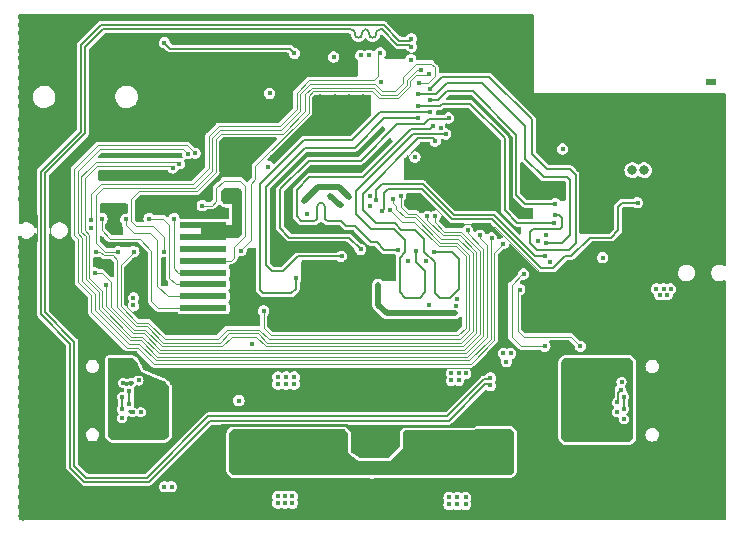
<source format=gbr>
G04 #@! TF.GenerationSoftware,KiCad,Pcbnew,(6.0.11)*
G04 #@! TF.CreationDate,2023-11-25T18:09:57+08:00*
G04 #@! TF.ProjectId,F1c200s_XhtCore,46316332-3030-4735-9f58-6874436f7265,rev?*
G04 #@! TF.SameCoordinates,Original*
G04 #@! TF.FileFunction,Copper,L4,Bot*
G04 #@! TF.FilePolarity,Positive*
%FSLAX46Y46*%
G04 Gerber Fmt 4.6, Leading zero omitted, Abs format (unit mm)*
G04 Created by KiCad (PCBNEW (6.0.11)) date 2023-11-25 18:09:57*
%MOMM*%
%LPD*%
G01*
G04 APERTURE LIST*
G04 #@! TA.AperFunction,ComponentPad*
%ADD10R,0.900000X0.500000*%
G04 #@! TD*
G04 #@! TA.AperFunction,ComponentPad*
%ADD11O,2.100000X1.000000*%
G04 #@! TD*
G04 #@! TA.AperFunction,ComponentPad*
%ADD12O,1.600000X1.000000*%
G04 #@! TD*
G04 #@! TA.AperFunction,SMDPad,CuDef*
%ADD13R,3.907028X0.499998*%
G04 #@! TD*
G04 #@! TA.AperFunction,ViaPad*
%ADD14C,0.450000*%
G04 #@! TD*
G04 #@! TA.AperFunction,ViaPad*
%ADD15C,0.800000*%
G04 #@! TD*
G04 #@! TA.AperFunction,Conductor*
%ADD16C,0.101600*%
G04 #@! TD*
G04 #@! TA.AperFunction,Conductor*
%ADD17C,0.500000*%
G04 #@! TD*
G04 #@! TA.AperFunction,Conductor*
%ADD18C,0.250000*%
G04 #@! TD*
G04 #@! TA.AperFunction,Conductor*
%ADD19C,0.158242*%
G04 #@! TD*
G04 #@! TA.AperFunction,Conductor*
%ADD20C,0.156500*%
G04 #@! TD*
G04 APERTURE END LIST*
D10*
G04 #@! TO.P,AE1,2,Shield*
G04 #@! TO.N,GND*
X174000000Y-78000000D03*
G04 #@! TD*
D11*
G04 #@! TO.P,USB1,S1,SHIELD*
G04 #@! TO.N,GND*
X168495000Y-109320000D03*
X168495000Y-100680000D03*
D12*
X172675000Y-100680000D03*
X172675000Y-109320000D03*
G04 #@! TD*
D11*
G04 #@! TO.P,USB2,S1,SHIELD*
G04 #@! TO.N,GND*
X122105000Y-109320000D03*
D12*
X117925000Y-100680000D03*
D11*
X122105000Y-100680000D03*
D12*
X117925000Y-109320000D03*
G04 #@! TD*
D13*
G04 #@! TO.P,UNK1,1,GND*
G04 #@! TO.N,GND*
X131000000Y-98166106D03*
G04 #@! TO.P,UNK1,2,RST*
G04 #@! TO.N,/AUDIO&SCREEN&SD/GMT_RES*
X131000000Y-97166109D03*
G04 #@! TO.P,UNK1,3,SCL*
G04 #@! TO.N,/AUDIO&SCREEN&SD/GMT_SCL*
X131000000Y-96166111D03*
G04 #@! TO.P,UNK1,4,DC*
G04 #@! TO.N,/AUDIO&SCREEN&SD/GMT_DC*
X131000000Y-95166088D03*
G04 #@! TO.P,UNK1,5,CS*
G04 #@! TO.N,/AUDIO&SCREEN&SD/GMT_CS*
X131000000Y-94166090D03*
G04 #@! TO.P,UNK1,6,SDA*
G04 #@! TO.N,/AUDIO&SCREEN&SD/GMT_SDA*
X131000000Y-93166092D03*
G04 #@! TO.P,UNK1,7,SDO*
G04 #@! TO.N,unconnected-(UNK1-Pad7)*
X131000000Y-92166094D03*
G04 #@! TO.P,UNK1,8,VCC*
G04 #@! TO.N,+3V3*
X131000000Y-91166096D03*
G04 #@! TO.P,UNK1,9,A*
X131000000Y-90166098D03*
G04 #@! TO.P,UNK1,10,K*
G04 #@! TO.N,GND*
X131000000Y-89166100D03*
G04 #@! TD*
D14*
G04 #@! TO.N,GND*
X135400000Y-97400000D03*
X135400000Y-98500000D03*
G04 #@! TO.N,+3V3*
X152400000Y-97000000D03*
X145800000Y-95200000D03*
X164800000Y-92900000D03*
X170550000Y-95550000D03*
X159290000Y-91500000D03*
X148898702Y-84373474D03*
X152500000Y-96400000D03*
X138500000Y-113100000D03*
X132800000Y-87250000D03*
X170250000Y-96050000D03*
X134000000Y-87250000D03*
X152300000Y-97600000D03*
X148550000Y-76150000D03*
X169650000Y-96050000D03*
X137300000Y-113700000D03*
D15*
X167300000Y-85500000D03*
D14*
X144330498Y-75769502D03*
X169950000Y-95550000D03*
X136600000Y-79000000D03*
X137900000Y-113100000D03*
D15*
X168300000Y-85500000D03*
D14*
X169350000Y-95550000D03*
X137300000Y-113100000D03*
D15*
X133400000Y-87650000D03*
D14*
X136500000Y-85200000D03*
X161400000Y-83700000D03*
X138500000Y-113700000D03*
X132800000Y-88150000D03*
X137900000Y-113700000D03*
X134000000Y-88150000D03*
G04 #@! TO.N,GND*
X150800000Y-86400000D03*
X171200000Y-81800000D03*
X138200000Y-114900000D03*
X164300000Y-95200000D03*
X170800000Y-92700000D03*
X133300000Y-80300000D03*
X158300000Y-96800000D03*
X171200000Y-83800000D03*
X158500000Y-78200000D03*
X160700000Y-114900000D03*
X116700000Y-114900000D03*
X155300000Y-102300000D03*
X123100000Y-72500000D03*
X143105741Y-93307176D03*
X166600000Y-106600000D03*
X161950000Y-94150000D03*
X157700000Y-72500000D03*
X120800000Y-114900000D03*
X123400000Y-88600000D03*
X141200000Y-72500000D03*
X115500000Y-112300000D03*
X115600000Y-89600000D03*
X115500000Y-103900000D03*
D15*
X165300000Y-81200000D03*
D14*
X144000000Y-103400000D03*
X146600000Y-104800000D03*
D15*
X167600000Y-81200000D03*
D14*
X120500000Y-72500000D03*
X153966348Y-90341814D03*
X119600000Y-72500000D03*
X115500000Y-72500000D03*
D15*
X160800000Y-80300000D03*
X142100000Y-81900000D03*
D14*
X165500000Y-97900000D03*
X148175300Y-88159268D03*
D15*
X174000000Y-87200000D03*
D14*
X163886088Y-93186088D03*
X120900000Y-96200000D03*
X155258186Y-90341814D03*
X162600000Y-114900000D03*
D15*
X174000000Y-79500000D03*
D14*
X164200000Y-98800000D03*
X136800000Y-82900000D03*
X174300000Y-114900000D03*
X175000000Y-91700000D03*
D15*
X144500000Y-80700000D03*
X165100000Y-88600000D03*
D14*
X161400000Y-79400000D03*
D15*
X164200000Y-90400000D03*
D14*
X151100000Y-77100000D03*
X135500000Y-72500000D03*
X162600000Y-98800000D03*
X143700000Y-72500000D03*
D15*
X165100000Y-89500000D03*
D14*
X150900000Y-87250000D03*
X127700000Y-95000000D03*
X115500000Y-82900000D03*
D15*
X168200000Y-80300000D03*
D14*
X137900000Y-72500000D03*
X158400000Y-89200000D03*
X171000000Y-88200000D03*
X115500000Y-86200000D03*
X145300000Y-108800000D03*
X154600000Y-87300000D03*
X130200000Y-103000000D03*
X144000000Y-114900000D03*
X118400000Y-114900000D03*
X159300000Y-95100000D03*
X159900000Y-102400000D03*
X115500000Y-106300000D03*
D15*
X174000000Y-86100000D03*
D14*
X152700000Y-72500000D03*
X149810603Y-93214397D03*
D15*
X143300000Y-81900000D03*
D14*
X115500000Y-97100000D03*
X136500000Y-114900000D03*
X149800000Y-114900000D03*
X115500000Y-73200000D03*
X134100000Y-114900000D03*
X115500000Y-84500000D03*
X170600000Y-79400000D03*
X172500000Y-81800000D03*
X160800000Y-95100000D03*
X162100000Y-93400000D03*
X115500000Y-94600000D03*
X133800000Y-72500000D03*
X172780000Y-86800000D03*
X124200000Y-103500000D03*
X163400000Y-98800000D03*
X115500000Y-105500000D03*
X121400000Y-103100000D03*
X128100000Y-72500000D03*
X171900000Y-114900000D03*
X115500000Y-101400000D03*
X115500000Y-80100000D03*
D15*
X170300000Y-87800000D03*
D14*
X149400000Y-72500000D03*
X121400000Y-107100000D03*
D15*
X163900000Y-80300000D03*
D14*
X124100000Y-106500000D03*
X115500000Y-74700000D03*
X175000000Y-102100000D03*
X175000000Y-111300000D03*
D15*
X127800000Y-82300000D03*
D14*
X124900000Y-103500000D03*
X145600000Y-93000000D03*
X169800000Y-91600000D03*
X127400000Y-114900000D03*
X123200000Y-94300000D03*
X147800000Y-72500000D03*
X134900000Y-114900000D03*
D15*
X169900000Y-81200000D03*
D14*
X146700000Y-103400000D03*
X115500000Y-95500000D03*
X175000000Y-97900000D03*
X115500000Y-107200000D03*
X171200000Y-91200000D03*
D15*
X173200000Y-89200000D03*
D14*
X161800000Y-98800000D03*
X171200000Y-82500000D03*
X115500000Y-108900000D03*
X121445200Y-90400000D03*
X168100000Y-79400000D03*
X137800000Y-75900000D03*
X163000000Y-79400000D03*
X175000000Y-109600000D03*
D15*
X130700000Y-99000000D03*
D14*
X152300000Y-90200000D03*
D15*
X166000000Y-80300000D03*
D14*
X173500000Y-114900000D03*
X128950000Y-84250000D03*
X125500000Y-89700000D03*
X164900000Y-79400000D03*
X162200000Y-79400000D03*
X115500000Y-82100000D03*
X168400000Y-91600000D03*
D15*
X169300000Y-80300000D03*
D14*
X175000000Y-80200000D03*
X164000000Y-79400000D03*
X134900000Y-86000000D03*
X175000000Y-87600000D03*
X175000000Y-81800000D03*
X175000000Y-85100000D03*
X172400000Y-89500000D03*
X161300000Y-100400000D03*
X115500000Y-77700000D03*
X132800000Y-89300000D03*
D15*
X166500000Y-81200000D03*
D14*
X157200000Y-114900000D03*
X118300000Y-91500000D03*
D15*
X170400000Y-82100000D03*
D14*
X138700000Y-72500000D03*
X175000000Y-107200000D03*
X151850000Y-79394000D03*
X123900000Y-72500000D03*
X122400000Y-91300000D03*
X141500000Y-114900000D03*
X115500000Y-87900000D03*
X175000000Y-89200000D03*
D15*
X174000000Y-84000000D03*
D14*
X171000000Y-114900000D03*
X141900000Y-98100000D03*
X115500000Y-91200000D03*
X165500000Y-97100000D03*
X146852603Y-93152603D03*
X172500000Y-83100000D03*
X115500000Y-87000000D03*
X125100000Y-93100000D03*
X158200000Y-114900000D03*
X151083206Y-81897250D03*
X175000000Y-81000000D03*
X164600000Y-96300000D03*
X160600000Y-79400000D03*
X167700000Y-114900000D03*
D15*
X140900000Y-81900000D03*
D14*
X171000000Y-86700000D03*
X133000000Y-72500000D03*
X152300000Y-114900000D03*
X172500000Y-88700000D03*
X125500000Y-72500000D03*
D15*
X161300000Y-81200000D03*
D14*
X115500000Y-100600000D03*
X171000000Y-87500000D03*
X156900000Y-72500000D03*
X154000000Y-87900000D03*
X165500000Y-98500000D03*
X160000000Y-91000000D03*
X165700000Y-79400000D03*
X140600000Y-114900000D03*
X117100000Y-72500000D03*
X158600000Y-98800000D03*
D15*
X167100000Y-82000000D03*
D14*
X153500000Y-83496800D03*
X119400000Y-89600000D03*
X175000000Y-114600000D03*
X123200000Y-74199500D03*
X138700000Y-98900000D03*
X121400000Y-72500000D03*
X175000000Y-99700000D03*
X171000000Y-85800000D03*
X115500000Y-79300000D03*
X158500000Y-73300000D03*
D15*
X169300000Y-82000000D03*
D14*
X127300000Y-72500000D03*
X175000000Y-103000000D03*
D15*
X163300000Y-81200000D03*
D14*
X115500000Y-113200000D03*
X158300000Y-98200000D03*
X118000000Y-72500000D03*
X154300000Y-72500000D03*
X148900000Y-114900000D03*
X121900000Y-93500000D03*
X133200000Y-114900000D03*
X175000000Y-112900000D03*
X145300000Y-102900000D03*
X169800000Y-90200000D03*
X115500000Y-98900000D03*
X158500000Y-95400000D03*
D15*
X168200000Y-82000000D03*
D14*
X158500000Y-77300000D03*
X172500000Y-82500000D03*
X159900000Y-86800000D03*
X132300000Y-114900000D03*
X171900000Y-90400000D03*
X155200000Y-72500000D03*
X160000000Y-104400000D03*
X159400000Y-98800000D03*
X175000000Y-88400000D03*
X167600000Y-87600000D03*
X115500000Y-108100000D03*
X151500000Y-76000000D03*
X145900000Y-108800000D03*
X152703200Y-83496800D03*
X125700000Y-77100000D03*
X147300000Y-114900000D03*
D15*
X164900000Y-80300000D03*
D14*
X155800000Y-86100000D03*
X135100000Y-100200000D03*
X169300000Y-102900000D03*
X175000000Y-104700000D03*
X144800000Y-114900000D03*
X115500000Y-99800000D03*
X166400000Y-103400000D03*
X147600000Y-75600000D03*
X155997250Y-84200000D03*
X171500000Y-92700000D03*
X124100000Y-114900000D03*
X161200000Y-86900000D03*
D15*
X161800000Y-80300000D03*
D14*
X122500000Y-114900000D03*
X175000000Y-106300000D03*
X115500000Y-92800000D03*
X175100000Y-97100000D03*
X119200000Y-114900000D03*
D15*
X167100000Y-80300000D03*
X170400000Y-80300000D03*
D14*
X146800000Y-113100000D03*
D15*
X165900000Y-82000000D03*
D14*
X145300000Y-108200000D03*
X158500000Y-75000000D03*
X146100000Y-72500000D03*
X145300000Y-72500000D03*
X144700000Y-108800000D03*
X155200000Y-86700000D03*
X127600000Y-85874700D03*
X171000000Y-84700000D03*
X170600000Y-90000000D03*
X130700000Y-114900000D03*
X115500000Y-85300000D03*
X119100000Y-96300000D03*
D15*
X173300000Y-82900000D03*
X142100000Y-79500000D03*
D14*
X142800000Y-72500000D03*
X171100000Y-89500000D03*
X175000000Y-105500000D03*
X161450000Y-94650000D03*
X175000000Y-86800000D03*
D15*
X143300000Y-80700000D03*
D14*
X150700000Y-114900000D03*
X171200000Y-83100000D03*
X115500000Y-76800000D03*
X154000000Y-107000000D03*
X127624700Y-93049503D03*
X146900000Y-72500000D03*
X135700000Y-114900000D03*
X148100000Y-114900000D03*
X153500000Y-72500000D03*
X144700000Y-107600000D03*
X172780000Y-85500000D03*
X148300000Y-93204186D03*
X146037615Y-78012385D03*
D15*
X174000000Y-88400000D03*
D14*
X115500000Y-96300000D03*
X175000000Y-110400000D03*
X122200000Y-72500000D03*
X170100000Y-114900000D03*
X175000000Y-108800000D03*
X143200000Y-114900000D03*
X115500000Y-102200000D03*
D15*
X143300000Y-79500000D03*
D14*
X158500000Y-74200000D03*
D15*
X159700000Y-80300000D03*
D14*
X134900000Y-102500000D03*
D15*
X163300000Y-88600000D03*
D14*
X158300000Y-96100000D03*
X124900000Y-114900000D03*
D15*
X174000000Y-80500000D03*
D14*
X158500000Y-76600000D03*
X136300000Y-72500000D03*
X115500000Y-93600000D03*
X130248759Y-88502551D03*
X175000000Y-79400000D03*
X161000000Y-98800000D03*
X148600000Y-72500000D03*
X123800000Y-90800000D03*
X175000000Y-101300000D03*
D15*
X164200000Y-88600000D03*
X140900000Y-79500000D03*
X142100000Y-80700000D03*
D14*
X117600000Y-114900000D03*
X129000000Y-114900000D03*
X175000000Y-103900000D03*
X156100000Y-72500000D03*
X164300000Y-114900000D03*
X128200000Y-114900000D03*
X115500000Y-103000000D03*
X158500000Y-79800000D03*
X165100000Y-114900000D03*
X126400000Y-72500000D03*
D15*
X173300000Y-81800000D03*
X163300000Y-89500000D03*
D14*
X175000000Y-112100000D03*
X137300000Y-114900000D03*
X160000000Y-95100000D03*
D15*
X174100000Y-89800000D03*
D14*
X172700000Y-114900000D03*
X142000000Y-72500000D03*
X145900000Y-107600000D03*
D15*
X140900000Y-80700000D03*
D14*
X115500000Y-81200000D03*
X175000000Y-95500000D03*
X153400000Y-88500000D03*
X150100000Y-96900000D03*
X150025000Y-83311699D03*
X142400000Y-114900000D03*
X134900000Y-79200000D03*
X128900000Y-72500000D03*
X144500000Y-72500000D03*
X149200000Y-74700000D03*
X166500000Y-79400000D03*
X151500000Y-114900000D03*
X158300000Y-97500000D03*
X131400000Y-72500000D03*
X168500000Y-90200000D03*
X155300000Y-104500000D03*
X175000000Y-90000000D03*
X115500000Y-104700000D03*
X135000000Y-92300000D03*
X158100000Y-85200000D03*
X175000000Y-84300000D03*
X144700000Y-108200000D03*
X155600000Y-114900000D03*
X155300000Y-83500000D03*
D15*
X164200000Y-89500000D03*
D14*
X175000000Y-83500000D03*
X129000000Y-74500000D03*
X175000000Y-113700000D03*
X161500000Y-114900000D03*
X151900000Y-72500000D03*
X160300000Y-98800000D03*
X175000000Y-82700000D03*
X151000000Y-80600000D03*
X118800000Y-72500000D03*
X150200000Y-72500000D03*
X169800000Y-79400000D03*
X134600000Y-96500000D03*
X115500000Y-73900000D03*
X125500000Y-103300000D03*
X119300000Y-87900000D03*
X154800000Y-114900000D03*
X145300000Y-104100000D03*
X116300000Y-72500000D03*
X145300000Y-107600000D03*
D15*
X164300000Y-81200000D03*
D14*
X139800000Y-89200000D03*
D15*
X174200000Y-82900000D03*
D14*
X158500000Y-75800000D03*
X159100000Y-114900000D03*
X172500000Y-79400000D03*
X156400000Y-114900000D03*
X175000000Y-90900000D03*
X169200000Y-106800000D03*
X146010991Y-74917107D03*
X115500000Y-83700000D03*
D15*
X160200000Y-81200000D03*
D14*
X159900000Y-114900000D03*
X120000000Y-114900000D03*
X137100000Y-72500000D03*
X153100000Y-114900000D03*
X175000000Y-85900000D03*
X126600000Y-114900000D03*
X164900000Y-98800000D03*
X168500000Y-114900000D03*
X158500000Y-79000000D03*
X167800000Y-91600000D03*
X131500000Y-114900000D03*
X149600000Y-88800000D03*
X139000000Y-114900000D03*
X158200000Y-101500000D03*
D15*
X174200000Y-81800000D03*
D14*
X115500000Y-114000000D03*
X152000000Y-98700000D03*
X166800000Y-114900000D03*
X125000000Y-106000000D03*
X125400000Y-91800000D03*
X170500000Y-91500000D03*
X125700000Y-106000000D03*
X136800000Y-81300000D03*
X171200000Y-80200000D03*
X158500000Y-72500000D03*
D15*
X165100000Y-90400000D03*
D14*
X155997250Y-85402750D03*
X157701262Y-90673438D03*
X171200000Y-79400000D03*
X165600000Y-84397250D03*
X129900000Y-114900000D03*
X127500000Y-88600000D03*
X166000000Y-106000000D03*
X139600000Y-72500000D03*
X122400000Y-86100000D03*
X143800000Y-113100000D03*
X115500000Y-110500000D03*
D15*
X168800000Y-81200000D03*
D14*
X151000000Y-72500000D03*
X154303200Y-83496800D03*
X139800000Y-114900000D03*
X134600000Y-72500000D03*
X145300000Y-105300000D03*
X142900000Y-75900000D03*
X146600000Y-111800000D03*
X175000000Y-92400000D03*
X146100000Y-82100000D03*
D15*
X163300000Y-90400000D03*
D14*
X175000000Y-108000000D03*
X172500000Y-81100000D03*
X169300000Y-114900000D03*
X124700000Y-72500000D03*
X123300000Y-114900000D03*
X145600000Y-114900000D03*
X132200000Y-72500000D03*
X140400000Y-72500000D03*
X126500000Y-97900000D03*
X167300000Y-79400000D03*
X115500000Y-111400000D03*
X150452400Y-85352400D03*
X115500000Y-76000000D03*
X121700000Y-114900000D03*
D15*
X170300000Y-89100000D03*
D14*
X175000000Y-93100000D03*
X144000000Y-111800000D03*
X169200000Y-90200000D03*
X146500000Y-114900000D03*
X129700000Y-72500000D03*
X125400000Y-88600000D03*
X115500000Y-92000000D03*
X123100000Y-93300000D03*
D15*
X162300000Y-81200000D03*
D14*
X146700000Y-83100000D03*
X145900000Y-108200000D03*
X175000000Y-100500000D03*
X169100000Y-91600000D03*
X160300000Y-93300000D03*
X144000000Y-104800000D03*
X145100000Y-88500000D03*
X148800000Y-98600000D03*
X136800000Y-75900000D03*
X131100000Y-104500000D03*
D15*
X115700000Y-114800000D03*
D14*
X172500000Y-80200000D03*
D15*
X116900000Y-73700000D03*
D14*
X115500000Y-75400000D03*
X172780000Y-86200000D03*
X172500000Y-83800000D03*
X115500000Y-109700000D03*
X115500000Y-97900000D03*
X163700000Y-94700000D03*
X130500000Y-72500000D03*
X169000000Y-79400000D03*
D15*
X144500000Y-79500000D03*
D14*
X125800000Y-114900000D03*
X122500000Y-84300000D03*
D15*
X174000000Y-85100000D03*
D14*
X163500000Y-114900000D03*
D15*
X162800000Y-80300000D03*
D14*
X175100000Y-96300000D03*
X136800000Y-84400000D03*
X153900000Y-114900000D03*
X171300000Y-88800000D03*
X115500000Y-78500000D03*
X171200000Y-81100000D03*
X159700000Y-79400000D03*
X140500000Y-93302750D03*
X165900000Y-114900000D03*
X175000000Y-98800000D03*
G04 #@! TO.N,+1V1*
X145006510Y-75775557D03*
X152000000Y-103300000D03*
X139500000Y-88100000D03*
X153200000Y-102700000D03*
X143352500Y-87767500D03*
X152600000Y-103300000D03*
X152000000Y-102700000D03*
X152600000Y-102700000D03*
G04 #@! TO.N,+2V5*
X151800000Y-113200000D03*
X152500000Y-113800000D03*
X142625000Y-88475000D03*
X141752500Y-87667500D03*
X153200000Y-113800000D03*
X152500000Y-113200000D03*
X145123290Y-87644574D03*
X153200000Y-113200000D03*
X151800000Y-113800000D03*
G04 #@! TO.N,+2V8*
X138700000Y-103000000D03*
X138000000Y-103000000D03*
X142025000Y-75925000D03*
X137300000Y-103000000D03*
X137300000Y-103600000D03*
X138700000Y-103600000D03*
X138000000Y-103600000D03*
G04 #@! TO.N,/F1CX00/RESET*
X145957402Y-75564395D03*
X121444700Y-89700000D03*
G04 #@! TO.N,VBUS*
X133700000Y-108400000D03*
X134900000Y-109600000D03*
X157000000Y-109600000D03*
X145250000Y-111150000D03*
X157000000Y-101000000D03*
X155200000Y-108400000D03*
X156400000Y-101000000D03*
X155800000Y-108400000D03*
X142400000Y-108700000D03*
X133700000Y-109600000D03*
X127700000Y-112300000D03*
X156400000Y-109600000D03*
X134300000Y-108400000D03*
X157000000Y-109000000D03*
X128300000Y-112300000D03*
X141400000Y-107700000D03*
X135500000Y-108400000D03*
X155800000Y-109600000D03*
X142400000Y-107700000D03*
X135500000Y-109600000D03*
X134900000Y-109000000D03*
X141400000Y-108700000D03*
X156650000Y-101700000D03*
X149300000Y-108700000D03*
X134900000Y-108400000D03*
X135500000Y-109000000D03*
X134000000Y-105000000D03*
X156400000Y-108400000D03*
D15*
X148700000Y-108200000D03*
D14*
X125075300Y-96300000D03*
X155800000Y-109000000D03*
X155200000Y-109600000D03*
X148200000Y-108700000D03*
X134300000Y-109000000D03*
X125075300Y-96950000D03*
X155200000Y-109000000D03*
X156400000Y-109000000D03*
X134300000Y-109600000D03*
X133700000Y-109000000D03*
D15*
X141900000Y-108200000D03*
D14*
X157000000Y-108400000D03*
X149300000Y-107700000D03*
X148200000Y-107700000D03*
G04 #@! TO.N,LCD_CS*
X149400000Y-76975300D03*
X127624700Y-92400000D03*
G04 #@! TO.N,/AUDIO&SCREEN&SD/GMT_CS*
X128500000Y-89600000D03*
G04 #@! TO.N,LCD_DC*
X125100000Y-92400000D03*
X147055250Y-87947500D03*
G04 #@! TO.N,/AUDIO&SCREEN&SD/GMT_DC*
X126400000Y-89600000D03*
G04 #@! TO.N,LCD_RST*
X147700000Y-87700000D03*
X121900000Y-92400000D03*
G04 #@! TO.N,/AUDIO&SCREEN&SD/GMT_RES*
X122400000Y-89600000D03*
G04 #@! TO.N,LCD_SDA*
X150089266Y-77339265D03*
X134181362Y-92306241D03*
G04 #@! TO.N,/AUDIO&SCREEN&SD/GMT_SDA*
X130898169Y-88491599D03*
G04 #@! TO.N,LCD_SCL*
X123800000Y-92400000D03*
X149220750Y-78079250D03*
G04 #@! TO.N,/AUDIO&SCREEN&SD/GMT_SCL*
X124400000Y-89650000D03*
G04 #@! TO.N,USB1_2_D+*
X155300000Y-103726600D03*
X148600000Y-74373400D03*
G04 #@! TO.N,USB1_2_D-*
X155300000Y-103073400D03*
X148600000Y-75026600D03*
G04 #@! TO.N,/F1CX00/LED*
X146800000Y-88900000D03*
X136100000Y-97400000D03*
G04 #@! TO.N,SDC0_D2*
X150616155Y-83021500D03*
X150550000Y-92400000D03*
G04 #@! TO.N,SDC0_D3*
X148971394Y-92345894D03*
X151508760Y-82438679D03*
G04 #@! TO.N,SDC0_CMD*
X150450500Y-81750500D03*
X147500000Y-92250000D03*
G04 #@! TO.N,SDC0_CLK*
X151750000Y-81075000D03*
X144300000Y-92200000D03*
G04 #@! TO.N,SDC0_D0*
X149200000Y-81097250D03*
X142700000Y-92800000D03*
G04 #@! TO.N,SDC0_D1*
X138810000Y-94610000D03*
X150200000Y-80594000D03*
G04 #@! TO.N,/F1CX00/PD3*
X153361966Y-90583684D03*
X128400000Y-85300000D03*
G04 #@! TO.N,/F1CX00/PD2*
X128960279Y-84959582D03*
X154400000Y-91000000D03*
G04 #@! TO.N,/F1CX00/PD1*
X155400000Y-91250000D03*
X129650000Y-84100000D03*
G04 #@! TO.N,/F1CX00/PD0*
X156379155Y-91720845D03*
X130298460Y-84063210D03*
G04 #@! TO.N,/USB/USB1_1_D+*
X166030279Y-105166226D03*
X166357754Y-104069244D03*
G04 #@! TO.N,/USB/USB1_1_D-*
X166600000Y-105700000D03*
X166600000Y-104677100D03*
G04 #@! TO.N,/USB/USB2_1_D+*
X124100000Y-104677100D03*
X124100000Y-105700000D03*
G04 #@! TO.N,/USB/USB2_1_D-*
X124700000Y-105322900D03*
X124700000Y-104200000D03*
G04 #@! TO.N,ESP_SD_CMD*
X160725667Y-89302452D03*
X150200000Y-78582500D03*
G04 #@! TO.N,ESP_SD_CLK*
X160680733Y-89994000D03*
X149200000Y-80091250D03*
G04 #@! TO.N,ESP_CHIP_EN*
X146141042Y-88941396D03*
X167750000Y-88250000D03*
G04 #@! TO.N,/F1CX00/F1_RX*
X122724700Y-95236088D03*
X150600000Y-89400000D03*
G04 #@! TO.N,/F1CX00/F1_TX*
X121800000Y-94200000D03*
X149950497Y-89400000D03*
G04 #@! TO.N,/WIFI/ESP_TX*
X162900000Y-100400000D03*
X157775500Y-95600000D03*
G04 #@! TO.N,/WIFI/ESP_RX*
X159900000Y-100400000D03*
X158100000Y-94300000D03*
G04 #@! TO.N,/F1CX00/MIC_IN*
X127700000Y-74700000D03*
X138689834Y-75608696D03*
G04 #@! TO.N,ESP_SD_D3*
X160801708Y-88334754D03*
X150200000Y-79588500D03*
G04 #@! TO.N,ESP_SD_D0*
X160000000Y-91649503D03*
X149185250Y-79085250D03*
G04 #@! TO.N,ESP_SD_D1*
X159882134Y-92782134D03*
X145649750Y-88024961D03*
G04 #@! TO.N,/USB/USB1_POWER_IN*
X166300000Y-101600000D03*
X165700000Y-102600000D03*
X163000000Y-107450000D03*
X164200000Y-106850000D03*
X164200000Y-107450000D03*
X164200000Y-108050000D03*
X163600000Y-108050000D03*
X163000000Y-106850000D03*
X165700000Y-101600000D03*
X163600000Y-107450000D03*
X166000000Y-102100000D03*
X163600000Y-106850000D03*
X166300000Y-102600000D03*
X163000000Y-108050000D03*
G04 #@! TO.N,/USB/USB2_POWER_IN*
X127000000Y-108000000D03*
X126400000Y-108000000D03*
X126400000Y-107400000D03*
X126400000Y-106800000D03*
X124600000Y-101600000D03*
X127000000Y-106800000D03*
X127600000Y-107400000D03*
X124600000Y-102600000D03*
X127000000Y-107400000D03*
X127600000Y-108000000D03*
X127600000Y-106800000D03*
X125100000Y-102100000D03*
G04 #@! TD*
D16*
G04 #@! TO.N,GND*
X149200000Y-75400000D02*
X149200000Y-74700000D01*
X149000000Y-75600000D02*
X149200000Y-75400000D01*
X147600000Y-75600000D02*
X149000000Y-75600000D01*
G04 #@! TO.N,/F1CX00/RESET*
X121444700Y-87555300D02*
X121444700Y-89700000D01*
X122303200Y-86696800D02*
X121444700Y-87555300D01*
X130103200Y-86696800D02*
X122303200Y-86696800D01*
X131448400Y-85351600D02*
X130103200Y-86696800D01*
X131448400Y-82625074D02*
X131448400Y-85351600D01*
X132276674Y-81796800D02*
X131448400Y-82625074D01*
X137450148Y-81796800D02*
X132276674Y-81796800D01*
X138898400Y-80348548D02*
X137450148Y-81796800D01*
X138898400Y-78922022D02*
X138898400Y-80348548D01*
X139925222Y-77895200D02*
X138898400Y-78922022D01*
X145404800Y-77895200D02*
X139925222Y-77895200D01*
X145800000Y-75721797D02*
X145800000Y-77500000D01*
X145957402Y-75564395D02*
X145800000Y-75721797D01*
X145800000Y-77500000D02*
X145404800Y-77895200D01*
G04 #@! TO.N,LCD_DC*
X147055250Y-88282367D02*
X147055250Y-87947500D01*
X147275800Y-88502917D02*
X147055250Y-88282367D01*
X147275800Y-88749274D02*
X147275800Y-88502917D01*
X148886736Y-89500000D02*
X148026526Y-89500000D01*
X151043368Y-91656632D02*
X148886736Y-89500000D01*
X152483158Y-91656632D02*
X151043368Y-91656632D01*
X153501600Y-92675073D02*
X152483158Y-91656632D01*
X153501600Y-98999326D02*
X153501600Y-92675073D01*
X152712126Y-99788800D02*
X153501600Y-98999326D01*
X136511200Y-99788800D02*
X152712126Y-99788800D01*
X132211200Y-99788800D02*
X133003200Y-98996800D01*
X148026526Y-89500000D02*
X147275800Y-88749274D01*
X127715326Y-99788800D02*
X132211200Y-99788800D01*
X135719202Y-98996800D02*
X136511200Y-99788800D01*
X126326526Y-98400000D02*
X127715326Y-99788800D01*
X125406104Y-98400000D02*
X126326526Y-98400000D01*
X124001600Y-96995496D02*
X125406104Y-98400000D01*
X124001600Y-93498400D02*
X124001600Y-96995496D01*
X133003200Y-98996800D02*
X135719202Y-98996800D01*
X125100000Y-92400000D02*
X124001600Y-93498400D01*
G04 #@! TO.N,LCD_RST*
X147700000Y-88600000D02*
X147700000Y-87700000D01*
X148298400Y-89198400D02*
X147700000Y-88600000D01*
X149011662Y-89198400D02*
X148298400Y-89198400D01*
X151113262Y-91300000D02*
X149011662Y-89198400D01*
X153803200Y-92550146D02*
X152553054Y-91300000D01*
X153803200Y-99124252D02*
X153803200Y-92550146D01*
X136386274Y-100090400D02*
X152837052Y-100090400D01*
X135594275Y-99298400D02*
X136386274Y-100090400D01*
X133201600Y-99298400D02*
X135594275Y-99298400D01*
X132409600Y-100090400D02*
X133201600Y-99298400D01*
X152553054Y-91300000D02*
X151113262Y-91300000D01*
X127590399Y-100090400D02*
X132409600Y-100090400D01*
X125281178Y-98701600D02*
X126201599Y-98701600D01*
X123700000Y-97120422D02*
X125281178Y-98701600D01*
X152837052Y-100090400D02*
X153803200Y-99124252D01*
X122575074Y-92701600D02*
X123301600Y-92701600D01*
X122273474Y-92400000D02*
X122575074Y-92701600D01*
X123301600Y-92701600D02*
X123700000Y-93100000D01*
X121900000Y-92400000D02*
X122273474Y-92400000D01*
X123700000Y-93100000D02*
X123700000Y-97120422D01*
X126201599Y-98701600D02*
X127590399Y-100090400D01*
G04 #@! TO.N,/F1CX00/F1_TX*
X149950497Y-89710709D02*
X149950497Y-89400000D01*
X151238188Y-90998400D02*
X149950497Y-89710709D01*
X154104800Y-92425220D02*
X152677980Y-90998400D01*
X154104800Y-99249179D02*
X154104800Y-92425220D01*
X152961978Y-100392000D02*
X154104800Y-99249179D01*
X136261348Y-100392000D02*
X152961978Y-100392000D01*
X135469348Y-99600000D02*
X136261348Y-100392000D01*
X152677980Y-90998400D02*
X151238188Y-90998400D01*
X133400000Y-99600000D02*
X135469348Y-99600000D01*
X132608000Y-100392000D02*
X133400000Y-99600000D01*
X123200000Y-95000000D02*
X123200000Y-97046948D01*
X122400000Y-94200000D02*
X123200000Y-95000000D01*
X123200000Y-97046948D02*
X125156252Y-99003200D01*
X125156252Y-99003200D02*
X126076672Y-99003200D01*
X126076672Y-99003200D02*
X127465472Y-100392000D01*
X121800000Y-94200000D02*
X122400000Y-94200000D01*
X127465472Y-100392000D02*
X132608000Y-100392000D01*
D17*
G04 #@! TO.N,+3V3*
X146500000Y-97600000D02*
X145800000Y-96900000D01*
X145800000Y-96900000D02*
X145800000Y-95200000D01*
X152300000Y-97600000D02*
X146500000Y-97600000D01*
D16*
G04 #@! TO.N,GND*
X153966348Y-90341814D02*
X155258186Y-90341814D01*
X148250000Y-85500000D02*
X148850000Y-86100000D01*
X125332630Y-97900000D02*
X124500000Y-97067370D01*
X150025000Y-83311699D02*
X149288301Y-83311699D01*
X148250000Y-84350000D02*
X148250000Y-85500000D01*
X153100000Y-90050000D02*
X152950000Y-90200000D01*
D18*
X143104121Y-107104121D02*
X132595879Y-107104121D01*
D16*
X124500000Y-93700000D02*
X125100000Y-93100000D01*
X148786442Y-102213558D02*
X148100000Y-102900000D01*
X155300000Y-102300000D02*
X155213558Y-102213558D01*
X150500000Y-86100000D02*
X150800000Y-86400000D01*
X155213558Y-102213558D02*
X148786442Y-102213558D01*
X119100000Y-96300000D02*
X118000000Y-95200000D01*
X155672300Y-90341814D02*
X159300000Y-93969514D01*
X149288301Y-83311699D02*
X148250000Y-84350000D01*
X118000000Y-95200000D02*
X118000000Y-89200000D01*
D18*
X143600000Y-107600000D02*
X143104121Y-107104121D01*
X153850000Y-107150000D02*
X146350000Y-107150000D01*
D16*
X118000000Y-89200000D02*
X119300000Y-87900000D01*
X116892200Y-89292200D02*
X116892200Y-91500000D01*
X148850000Y-86100000D02*
X150500000Y-86100000D01*
D18*
X132595879Y-107104121D02*
X130700000Y-109000000D01*
D16*
X148100000Y-102900000D02*
X145300000Y-102900000D01*
X115592200Y-92800000D02*
X115500000Y-92800000D01*
X116892200Y-91500000D02*
X115592200Y-92800000D01*
X148175300Y-88159268D02*
X150089754Y-88159268D01*
X153966348Y-90341814D02*
X153674534Y-90050000D01*
X126500000Y-97900000D02*
X125332630Y-97900000D01*
X150089754Y-88159268D02*
X152130486Y-90200000D01*
X155258186Y-90341814D02*
X155672300Y-90341814D01*
X159300000Y-93969514D02*
X159300000Y-95100000D01*
D18*
X130700000Y-109000000D02*
X130700000Y-114900000D01*
X144700000Y-107600000D02*
X143600000Y-107600000D01*
D16*
X152130486Y-90200000D02*
X152300000Y-90200000D01*
X115500000Y-87900000D02*
X116892200Y-89292200D01*
X152950000Y-90200000D02*
X152300000Y-90200000D01*
D18*
X154000000Y-107000000D02*
X153850000Y-107150000D01*
D16*
X153674534Y-90050000D02*
X153100000Y-90050000D01*
X124500000Y-97067370D02*
X124500000Y-93700000D01*
D18*
X146350000Y-107150000D02*
X145900000Y-107600000D01*
D17*
G04 #@! TO.N,+1V1*
X142485000Y-86900000D02*
X143352500Y-87767500D01*
X139500000Y-88100000D02*
X140700000Y-86900000D01*
X140700000Y-86900000D02*
X142485000Y-86900000D01*
G04 #@! TO.N,+2V5*
X142625000Y-88475000D02*
X142560000Y-88475000D01*
X142560000Y-88475000D02*
X141752500Y-87667500D01*
D16*
G04 #@! TO.N,LCD_CS*
X148198400Y-78275074D02*
X147375074Y-79098400D01*
X124900000Y-89800000D02*
X125300000Y-90200000D01*
X149400000Y-76975300D02*
X149048174Y-76975300D01*
X132526526Y-82400000D02*
X132051600Y-82874926D01*
X130426526Y-87300000D02*
X125500000Y-87300000D01*
X148198400Y-77825074D02*
X148198400Y-78275074D01*
X125500000Y-87300000D02*
X124900000Y-87900000D01*
X146024926Y-79098400D02*
X145424926Y-78498400D01*
X149048174Y-76975300D02*
X148198400Y-77825074D01*
X147375074Y-79098400D02*
X146024926Y-79098400D01*
X124900000Y-87900000D02*
X124900000Y-89800000D01*
X132051600Y-85674926D02*
X130426526Y-87300000D01*
X132051600Y-82874926D02*
X132051600Y-85674926D01*
X140175074Y-78498400D02*
X139598400Y-79075074D01*
X145424926Y-78498400D02*
X140175074Y-78498400D01*
X137700000Y-82400000D02*
X132526526Y-82400000D01*
X139598400Y-79075074D02*
X139598400Y-80501600D01*
X127624700Y-91124700D02*
X127624700Y-92400000D01*
X126700000Y-90200000D02*
X127624700Y-91124700D01*
X139598400Y-80501600D02*
X137700000Y-82400000D01*
X125300000Y-90200000D02*
X126700000Y-90200000D01*
G04 #@! TO.N,/AUDIO&SCREEN&SD/GMT_CS*
X128866090Y-94166090D02*
X130285933Y-94166090D01*
X128500000Y-93800000D02*
X128866090Y-94166090D01*
X128500000Y-89600000D02*
X128500000Y-93800000D01*
G04 #@! TO.N,/AUDIO&SCREEN&SD/GMT_DC*
X128666088Y-95166088D02*
X130285933Y-95166088D01*
X128100000Y-90100000D02*
X128100000Y-94600000D01*
X126400000Y-89600000D02*
X127600000Y-89600000D01*
X127600000Y-89600000D02*
X128100000Y-90100000D01*
X128100000Y-94600000D02*
X128666088Y-95166088D01*
G04 #@! TO.N,/AUDIO&SCREEN&SD/GMT_RES*
X122400000Y-90600000D02*
X123100000Y-91300000D01*
X126600000Y-92300000D02*
X126600000Y-96600000D01*
X123100000Y-91300000D02*
X125600000Y-91300000D01*
X125600000Y-91300000D02*
X126600000Y-92300000D01*
X127166109Y-97166109D02*
X130285933Y-97166109D01*
X122400000Y-89600000D02*
X122400000Y-90600000D01*
X126600000Y-96600000D02*
X127166109Y-97166109D01*
G04 #@! TO.N,LCD_SDA*
X135000000Y-91400000D02*
X134181362Y-92218638D01*
X150089266Y-77339265D02*
X149960990Y-77467541D01*
X145300000Y-78800000D02*
X140300000Y-78800000D01*
X145900000Y-79400000D02*
X145300000Y-78800000D01*
X135400000Y-86250000D02*
X135000000Y-86650000D01*
X148500000Y-78400000D02*
X147500000Y-79400000D01*
X149960990Y-77467541D02*
X148982459Y-77467541D01*
X134181362Y-92218638D02*
X134181362Y-92306241D01*
X148500000Y-77950000D02*
X148500000Y-78400000D01*
X139900000Y-80626526D02*
X135400000Y-85126526D01*
X139900000Y-79200000D02*
X139900000Y-80626526D01*
X135400000Y-85126526D02*
X135400000Y-86250000D01*
X147500000Y-79400000D02*
X145900000Y-79400000D01*
X135000000Y-86650000D02*
X135000000Y-91400000D01*
X148982459Y-77467541D02*
X148500000Y-77950000D01*
X140300000Y-78800000D02*
X139900000Y-79200000D01*
G04 #@! TO.N,/AUDIO&SCREEN&SD/GMT_SDA*
X132100000Y-87000000D02*
X132100000Y-88100000D01*
X134100000Y-86400000D02*
X132700000Y-86400000D01*
X133333908Y-93166092D02*
X133600000Y-92900000D01*
X132700000Y-86400000D02*
X132100000Y-87000000D01*
X131708401Y-88491599D02*
X130898169Y-88491599D01*
X133600000Y-92000000D02*
X134498400Y-91101600D01*
X134498400Y-91101600D02*
X134498400Y-86798400D01*
X134498400Y-86798400D02*
X134100000Y-86400000D01*
X133600000Y-92900000D02*
X133600000Y-92000000D01*
X132100000Y-88100000D02*
X131708401Y-88491599D01*
X130285933Y-93166092D02*
X133333908Y-93166092D01*
G04 #@! TO.N,LCD_SCL*
X121920500Y-87579500D02*
X122501600Y-86998400D01*
X150600000Y-76800000D02*
X150600000Y-77500707D01*
X139200000Y-80473474D02*
X139200000Y-79046948D01*
X145549852Y-78196800D02*
X146149852Y-78796800D01*
X132401600Y-82098400D02*
X137575074Y-82098400D01*
X149000000Y-76500000D02*
X150300000Y-76500000D01*
X150300000Y-76500000D02*
X150600000Y-76800000D01*
X147896800Y-77603200D02*
X149000000Y-76500000D01*
X140050148Y-78196800D02*
X145549852Y-78196800D01*
X122700000Y-92400000D02*
X121920500Y-91620500D01*
X146149852Y-78796800D02*
X147250000Y-78796800D01*
X131750000Y-85550000D02*
X131750000Y-82750000D01*
X147896800Y-78150000D02*
X147896800Y-77603200D01*
X147250000Y-78796800D02*
X147896800Y-78150000D01*
X123800000Y-92400000D02*
X122700000Y-92400000D01*
X131750000Y-82750000D02*
X132401600Y-82098400D01*
X150600000Y-77500707D02*
X150021457Y-78079250D01*
X150021457Y-78079250D02*
X149220750Y-78079250D01*
X139200000Y-79046948D02*
X140050148Y-78196800D01*
X122501600Y-86998400D02*
X130301600Y-86998400D01*
X121920500Y-91620500D02*
X121920500Y-87579500D01*
X137575074Y-82098400D02*
X139200000Y-80473474D01*
X130301600Y-86998400D02*
X131750000Y-85550000D01*
G04 #@! TO.N,/AUDIO&SCREEN&SD/GMT_SCL*
X126500000Y-90800000D02*
X127100000Y-91400000D01*
X124400000Y-89650000D02*
X124400000Y-90100000D01*
X127100000Y-95300000D02*
X127966111Y-96166111D01*
X127966111Y-96166111D02*
X130285933Y-96166111D01*
X125100000Y-90800000D02*
X126500000Y-90800000D01*
X124400000Y-90100000D02*
X125100000Y-90800000D01*
X127100000Y-91400000D02*
X127100000Y-95300000D01*
D19*
G04 #@! TO.N,USB1_2_D+*
X131555580Y-106700000D02*
X151755580Y-106700000D01*
X117221621Y-85622799D02*
X117221621Y-97677201D01*
X120619279Y-74925141D02*
X120619279Y-82225141D01*
X148454122Y-74519278D02*
X147574858Y-74519278D01*
X147574858Y-74519278D02*
X146274859Y-73219279D01*
X151755580Y-106700000D02*
X154874858Y-103580722D01*
X126374859Y-111880721D02*
X131555580Y-106700000D01*
X120925141Y-111880721D02*
X126374859Y-111880721D01*
X148600000Y-74373400D02*
X148454122Y-74519278D01*
X155154122Y-103580722D02*
X155300000Y-103726600D01*
X120619279Y-82225141D02*
X117221621Y-85622799D01*
X122325141Y-73219279D02*
X120619279Y-74925141D01*
X119719279Y-100174859D02*
X119719279Y-110674859D01*
X119719279Y-110674859D02*
X120925141Y-111880721D01*
X154874858Y-103580722D02*
X155154122Y-103580722D01*
X146274859Y-73219279D02*
X122325141Y-73219279D01*
X117221621Y-97677201D02*
X119719279Y-100174859D01*
G04 #@! TO.N,USB1_2_D-*
X117583063Y-97527483D02*
X117583063Y-85772517D01*
X117583063Y-85772517D02*
X120980721Y-82374859D01*
X145969279Y-73580721D02*
X146125141Y-73580721D01*
X155154122Y-103219278D02*
X154725142Y-103219278D01*
X145919279Y-73580721D02*
X145969279Y-73580721D01*
X145019279Y-73880721D02*
X145019279Y-73991349D01*
X143819279Y-73880721D02*
X143819279Y-73991349D01*
X126225141Y-111519279D02*
X121074859Y-111519279D01*
X122474859Y-73580721D02*
X143519279Y-73580721D01*
X120980721Y-75074859D02*
X122474859Y-73580721D01*
X147425142Y-74880722D02*
X148454122Y-74880722D01*
X120080721Y-110525141D02*
X120080721Y-100025141D01*
X145619279Y-73991349D02*
X145619279Y-73880721D01*
X154725142Y-103219278D02*
X151602662Y-106341758D01*
X121074859Y-111519279D02*
X120080721Y-110525141D01*
X148454122Y-74880722D02*
X148600000Y-75026600D01*
X144419279Y-73991349D02*
X144419279Y-73880721D01*
X146125141Y-73580721D02*
X147425142Y-74880722D01*
X155300000Y-103073400D02*
X155154122Y-103219278D01*
X120080721Y-100025141D02*
X117583063Y-97527483D01*
X120980721Y-82374859D02*
X120980721Y-75074859D01*
X131402662Y-106341758D02*
X126225141Y-111519279D01*
X151602662Y-106341758D02*
X131402662Y-106341758D01*
X144119279Y-74291321D02*
G75*
G02*
X143819279Y-73991349I21J300021D01*
G01*
X143819279Y-73880721D02*
G75*
G03*
X143519279Y-73580721I-299979J21D01*
G01*
X144419349Y-73991349D02*
G75*
G02*
X144119279Y-74291349I-300049J49D01*
G01*
X145019279Y-73880721D02*
G75*
G03*
X144719279Y-73580721I-299979J21D01*
G01*
X144719279Y-73580679D02*
G75*
G03*
X144419279Y-73880721I21J-300021D01*
G01*
X145919279Y-73580679D02*
G75*
G03*
X145619279Y-73880721I21J-300021D01*
G01*
X145319279Y-74291321D02*
G75*
G02*
X145019279Y-73991349I21J300021D01*
G01*
X145619349Y-73991349D02*
G75*
G02*
X145319279Y-74291349I-300049J49D01*
G01*
D16*
G04 #@! TO.N,/F1CX00/LED*
X136687200Y-99487200D02*
X136100000Y-98900000D01*
X152587200Y-99487200D02*
X136687200Y-99487200D01*
X136100000Y-98900000D02*
X136100000Y-97400000D01*
X146800000Y-88900000D02*
X147800000Y-89900000D01*
X148860210Y-89900000D02*
X150918441Y-91958232D01*
X150918441Y-91958232D02*
X152358232Y-91958232D01*
X152358232Y-91958232D02*
X153200000Y-92800000D01*
X153200000Y-98874400D02*
X152587200Y-99487200D01*
X147800000Y-89900000D02*
X148860210Y-89900000D01*
X153200000Y-92800000D02*
X153200000Y-98874400D01*
D20*
G04 #@! TO.N,SDC0_D2*
X152650000Y-95525000D02*
X152650000Y-93025000D01*
X144500000Y-87500000D02*
X144500000Y-88900000D01*
X148889752Y-90550000D02*
X149700000Y-91360248D01*
X149191051Y-82808949D02*
X144500000Y-87500000D01*
X149700000Y-91360248D02*
X149700000Y-92392797D01*
X151000000Y-96325000D02*
X151850000Y-96325000D01*
X149700000Y-92392797D02*
X150600000Y-93292797D01*
X150616155Y-83021500D02*
X150403604Y-82808949D01*
X144500000Y-88900000D02*
X145600000Y-90000000D01*
X147200000Y-90000000D02*
X147750000Y-90550000D01*
X147750000Y-90550000D02*
X148889752Y-90550000D01*
X152025000Y-92400000D02*
X150550000Y-92400000D01*
X145600000Y-90000000D02*
X147200000Y-90000000D01*
X150600000Y-93292797D02*
X150600000Y-95925000D01*
X150600000Y-95925000D02*
X151000000Y-96325000D01*
X150403604Y-82808949D02*
X149191051Y-82808949D01*
X152650000Y-93025000D02*
X152025000Y-92400000D01*
X151850000Y-96325000D02*
X152650000Y-95525000D01*
G04 #@! TO.N,SDC0_D3*
X145200000Y-90500000D02*
X143900000Y-89200000D01*
X143900000Y-87295832D02*
X148743383Y-82452449D01*
X148971394Y-92345894D02*
X148971394Y-93271394D01*
X148050000Y-92450000D02*
X148050000Y-91424500D01*
X151494990Y-82452449D02*
X151508760Y-82438679D01*
X149300000Y-96300000D02*
X148050000Y-96300000D01*
X148971394Y-93271394D02*
X149750000Y-94050000D01*
X149750000Y-94050000D02*
X149750000Y-95850000D01*
X147600000Y-95850000D02*
X147600000Y-92900000D01*
X148050000Y-96300000D02*
X147600000Y-95850000D01*
X143900000Y-89200000D02*
X143900000Y-87295832D01*
X147600000Y-92900000D02*
X148050000Y-92450000D01*
X147125500Y-90500000D02*
X145200000Y-90500000D01*
X149750000Y-95850000D02*
X149300000Y-96300000D01*
X148050000Y-91424500D02*
X147125500Y-90500000D01*
X148743383Y-82452449D02*
X151494990Y-82452449D01*
G04 #@! TO.N,SDC0_CMD*
X143850000Y-90250000D02*
X143100000Y-90250000D01*
X147500000Y-92250000D02*
X146319149Y-92250000D01*
X138900000Y-87150000D02*
X139950000Y-86100000D01*
X145200000Y-91600000D02*
X143850000Y-90250000D01*
X138900000Y-89400000D02*
X138900000Y-87150000D01*
X142650000Y-89800000D02*
X141550000Y-89800000D01*
X145669149Y-91600000D02*
X145200000Y-91600000D01*
X140650000Y-88558012D02*
X140650000Y-89500000D01*
X139950000Y-86100000D02*
X144500000Y-86100000D01*
X139300000Y-89800000D02*
X138900000Y-89400000D01*
X144500000Y-86100000D02*
X148613429Y-81986571D01*
X141250000Y-89500000D02*
X141250000Y-88558012D01*
X143100000Y-90250000D02*
X142650000Y-89800000D01*
X146319149Y-92250000D02*
X145669149Y-91600000D01*
X148613429Y-81986571D02*
X150214429Y-81986571D01*
X150214429Y-81986571D02*
X150450500Y-81750500D01*
X140350000Y-89800000D02*
X139300000Y-89800000D01*
X141250000Y-89500000D02*
G75*
G03*
X141550000Y-89800000I300000J0D01*
G01*
X140650012Y-88558012D02*
G75*
G02*
X140950000Y-88258012I299988J12D01*
G01*
X140350000Y-89800000D02*
G75*
G03*
X140650000Y-89500000I0J300000D01*
G01*
X140950000Y-88258000D02*
G75*
G02*
X141250000Y-88558012I0J-300000D01*
G01*
G04 #@! TO.N,SDC0_CLK*
X149700000Y-81600000D02*
X147400000Y-81600000D01*
X151750000Y-81075000D02*
X151625000Y-81200000D01*
X139918750Y-84700000D02*
X137500000Y-87118750D01*
X137500000Y-87118750D02*
X137500000Y-90425000D01*
X151625000Y-81200000D02*
X150100000Y-81200000D01*
X137500000Y-90425000D02*
X138275000Y-91200000D01*
X144300000Y-84700000D02*
X139918750Y-84700000D01*
X138275000Y-91200000D02*
X143300000Y-91200000D01*
X150100000Y-81200000D02*
X149700000Y-81600000D01*
X143300000Y-91200000D02*
X144300000Y-92200000D01*
X147400000Y-81600000D02*
X144300000Y-84700000D01*
G04 #@! TO.N,SDC0_D0*
X136300000Y-86900000D02*
X136300000Y-93525000D01*
X146302750Y-81097250D02*
X143800000Y-83600000D01*
X149200000Y-81097250D02*
X146302750Y-81097250D01*
X136300000Y-93525000D02*
X136775000Y-94000000D01*
X138975000Y-92800000D02*
X142700000Y-92800000D01*
X139600000Y-83600000D02*
X136300000Y-86900000D01*
X143800000Y-83600000D02*
X139600000Y-83600000D01*
X137775000Y-94000000D02*
X138975000Y-92800000D01*
X136775000Y-94000000D02*
X137775000Y-94000000D01*
G04 #@! TO.N,SDC0_D1*
X143600000Y-82900000D02*
X139550000Y-82900000D01*
X138450000Y-95900000D02*
X138810000Y-95540000D01*
X136050000Y-95900000D02*
X138450000Y-95900000D01*
X135800000Y-95650000D02*
X136050000Y-95900000D01*
X139550000Y-82900000D02*
X135800000Y-86650000D01*
X150200000Y-80594000D02*
X145906000Y-80594000D01*
X135800000Y-86650000D02*
X135800000Y-95650000D01*
X145906000Y-80594000D02*
X143600000Y-82900000D01*
X138810000Y-95540000D02*
X138810000Y-94610000D01*
D16*
G04 #@! TO.N,/F1CX00/PD3*
X120969400Y-90597083D02*
X121324200Y-90951883D01*
X128400000Y-85300000D02*
X128238730Y-85138730D01*
X121324200Y-90951883D02*
X121324200Y-94624200D01*
X122423100Y-95723100D02*
X122423100Y-97123100D01*
X154708000Y-92175367D02*
X153361966Y-90829333D01*
X124906400Y-99606400D02*
X125826818Y-99606400D01*
X127215618Y-100995200D02*
X153211832Y-100995200D01*
X121324200Y-94624200D02*
X122423100Y-95723100D01*
X128238730Y-85138730D02*
X121987796Y-85138730D01*
X153361966Y-90829333D02*
X153361966Y-90583684D01*
X120969400Y-86157126D02*
X120969400Y-90597083D01*
X122423100Y-97123100D02*
X124906400Y-99606400D01*
X125826818Y-99606400D02*
X127215618Y-100995200D01*
X154708000Y-99499031D02*
X154708000Y-92175367D01*
X121987796Y-85138730D02*
X120969400Y-86157126D01*
X153211832Y-100995200D02*
X154708000Y-99499031D01*
G04 #@! TO.N,/F1CX00/PD2*
X121925000Y-84775000D02*
X121300000Y-85400000D01*
X121300000Y-85400000D02*
X120707300Y-85992700D01*
X155009600Y-91809600D02*
X155009600Y-99623957D01*
X122302917Y-84775800D02*
X122302117Y-84775000D01*
X154400000Y-91000000D02*
X154400000Y-91200000D01*
X124781474Y-99908000D02*
X122121500Y-97248026D01*
X153336759Y-101296800D02*
X127090691Y-101296800D01*
X128960279Y-84959582D02*
X128775697Y-84775000D01*
X128775697Y-84775000D02*
X122697883Y-84775000D01*
X155009600Y-99623957D02*
X153336759Y-101296800D01*
X121022600Y-94749126D02*
X121022600Y-91076809D01*
X120667800Y-86032200D02*
X121300000Y-85400000D01*
X121022600Y-91076809D02*
X120667800Y-90722009D01*
X154400000Y-91200000D02*
X155009600Y-91809600D01*
X127090691Y-101296800D02*
X125701891Y-99908000D01*
X122302117Y-84775000D02*
X121925000Y-84775000D01*
X122121500Y-97248026D02*
X122121500Y-95848026D01*
X122121500Y-95848026D02*
X121022600Y-94749126D01*
X125701891Y-99908000D02*
X124781474Y-99908000D01*
X120667800Y-90722009D02*
X120667800Y-86032200D01*
X122697883Y-84775000D02*
X122697083Y-84775800D01*
X122697083Y-84775800D02*
X122302917Y-84775800D01*
G04 #@! TO.N,/F1CX00/PD1*
X120721000Y-94874052D02*
X121819900Y-95972952D01*
X120366200Y-85533800D02*
X120366200Y-90846936D01*
X125576964Y-100209600D02*
X126965764Y-101598400D01*
X126965764Y-101598400D02*
X153501600Y-101598400D01*
X122198400Y-83701600D02*
X120366200Y-85533800D01*
X153501600Y-101598400D02*
X155311200Y-99788800D01*
X129251600Y-83701600D02*
X122198400Y-83701600D01*
X155311200Y-99788800D02*
X155311200Y-91338800D01*
X121819900Y-97372952D02*
X124656548Y-100209600D01*
X155311200Y-91338800D02*
X155400000Y-91250000D01*
X121819900Y-95972952D02*
X121819900Y-97372952D01*
X124656548Y-100209600D02*
X125576964Y-100209600D01*
X120366200Y-90846936D02*
X120721000Y-91201735D01*
X129650000Y-84100000D02*
X129251600Y-83701600D01*
X120721000Y-91201735D02*
X120721000Y-94874052D01*
G04 #@! TO.N,/F1CX00/PD0*
X120064600Y-90971863D02*
X120419400Y-91326662D01*
X122073474Y-83400000D02*
X120064600Y-85408874D01*
X153626527Y-101900000D02*
X155612800Y-99913726D01*
X121518300Y-96097878D02*
X121518300Y-97497878D01*
X124531622Y-100511200D02*
X125452037Y-100511200D01*
X155612800Y-99913726D02*
X155612800Y-92487200D01*
X130298460Y-84063210D02*
X129635250Y-83400000D01*
X125452037Y-100511200D02*
X126840837Y-101900000D01*
X155612800Y-92487200D02*
X156379155Y-91720845D01*
X121518300Y-97497878D02*
X124531622Y-100511200D01*
X120419400Y-91326662D02*
X120419400Y-94998978D01*
X120064600Y-85408874D02*
X120064600Y-90971863D01*
X129635250Y-83400000D02*
X122073474Y-83400000D01*
X120419400Y-94998978D02*
X121518300Y-96097878D01*
X126840837Y-101900000D02*
X153626527Y-101900000D01*
D19*
G04 #@! TO.N,/USB/USB1_1_D+*
X166095879Y-104331119D02*
X166095879Y-105100626D01*
X166357754Y-104069244D02*
X166095879Y-104331119D01*
X166095879Y-105100626D02*
X166030279Y-105166226D01*
G04 #@! TO.N,/USB/USB1_1_D-*
X166600000Y-105700000D02*
X166600000Y-104677100D01*
G04 #@! TO.N,/USB/USB2_1_D+*
X124100000Y-105700000D02*
X124100000Y-104677100D01*
G04 #@! TO.N,/USB/USB2_1_D-*
X124700000Y-104200000D02*
X124700000Y-105322900D01*
D20*
G04 #@! TO.N,ESP_SD_CMD*
X158800000Y-81200000D02*
X155200000Y-77600000D01*
X161921116Y-92278884D02*
X162500000Y-91700000D01*
X158800000Y-84100000D02*
X158800000Y-81200000D01*
X151182500Y-77600000D02*
X150200000Y-78582500D01*
X158650000Y-91700000D02*
X159228884Y-92278884D01*
X160725667Y-89302452D02*
X161102452Y-89302452D01*
X161102452Y-89302452D02*
X161350000Y-89550000D01*
X162000000Y-85400000D02*
X160100000Y-85400000D01*
X162500000Y-91700000D02*
X162500000Y-85900000D01*
X161203250Y-90496750D02*
X158903250Y-90496750D01*
X162500000Y-85900000D02*
X162000000Y-85400000D01*
X158650000Y-90750000D02*
X158650000Y-91700000D01*
X155200000Y-77600000D02*
X151182500Y-77600000D01*
X160100000Y-85400000D02*
X158800000Y-84100000D01*
X161350000Y-90350000D02*
X161203250Y-90496750D01*
X158903250Y-90496750D02*
X158650000Y-90750000D01*
X161350000Y-89550000D02*
X161350000Y-90350000D01*
X159228884Y-92278884D02*
X161921116Y-92278884D01*
G04 #@! TO.N,ESP_SD_CLK*
X160639574Y-89952841D02*
X157552841Y-89952841D01*
X151203250Y-79896750D02*
X151008750Y-80091250D01*
X160680733Y-89994000D02*
X160639574Y-89952841D01*
X151008750Y-80091250D02*
X149200000Y-80091250D01*
X156500000Y-88900000D02*
X156500000Y-82800000D01*
X157552841Y-89952841D02*
X156500000Y-88900000D01*
X156500000Y-82800000D02*
X153596750Y-79896750D01*
X153596750Y-79896750D02*
X151203250Y-79896750D01*
G04 #@! TO.N,ESP_CHIP_EN*
X159599082Y-93803250D02*
X160596750Y-93803250D01*
X163700000Y-91200000D02*
X165500000Y-91200000D01*
X149495832Y-87100000D02*
X152052332Y-89656500D01*
X146300000Y-88782438D02*
X146300000Y-87400000D01*
X166450000Y-88250000D02*
X167750000Y-88250000D01*
X152052332Y-89656500D02*
X155452332Y-89656500D01*
X146141042Y-88941396D02*
X146300000Y-88782438D01*
X165500000Y-91200000D02*
X166100000Y-90600000D01*
X160596750Y-93803250D02*
X161600000Y-92800000D01*
X162100000Y-92800000D02*
X163700000Y-91200000D01*
X155452332Y-89656500D02*
X159599082Y-93803250D01*
X146300000Y-87400000D02*
X146600000Y-87100000D01*
X161600000Y-92800000D02*
X162100000Y-92800000D01*
X146600000Y-87100000D02*
X149495832Y-87100000D01*
X166100000Y-88600000D02*
X166450000Y-88250000D01*
X166100000Y-90600000D02*
X166100000Y-88600000D01*
D16*
G04 #@! TO.N,/F1CX00/F1_RX*
X151396800Y-90696800D02*
X150600000Y-89900000D01*
X127340545Y-100693600D02*
X153086905Y-100693600D01*
X125951745Y-99304800D02*
X127340545Y-100693600D01*
X122724700Y-96998174D02*
X125031326Y-99304800D01*
X153086905Y-100693600D02*
X154406400Y-99374105D01*
X154406400Y-99374105D02*
X154406400Y-92300293D01*
X122724700Y-95236088D02*
X122724700Y-96998174D01*
X154406400Y-92300293D02*
X152802906Y-90696800D01*
X150600000Y-89900000D02*
X150600000Y-89400000D01*
X152802906Y-90696800D02*
X151396800Y-90696800D01*
X125031326Y-99304800D02*
X125951745Y-99304800D01*
G04 #@! TO.N,/WIFI/ESP_TX*
X162100000Y-99600000D02*
X162900000Y-100400000D01*
X157600000Y-95775500D02*
X157600000Y-99100000D01*
X157600000Y-99100000D02*
X158100000Y-99600000D01*
X157775500Y-95600000D02*
X157600000Y-95775500D01*
X158100000Y-99600000D02*
X162100000Y-99600000D01*
G04 #@! TO.N,/WIFI/ESP_RX*
X158000000Y-94300000D02*
X157100000Y-95200000D01*
X158100000Y-94300000D02*
X158000000Y-94300000D01*
X157900000Y-100400000D02*
X159900000Y-100400000D01*
X157100000Y-95200000D02*
X157100000Y-99600000D01*
X157100000Y-99600000D02*
X157900000Y-100400000D01*
D20*
G04 #@! TO.N,/F1CX00/MIC_IN*
X128200000Y-75200000D02*
X138300000Y-75200000D01*
X138689834Y-75589834D02*
X138689834Y-75608696D01*
X138300000Y-75200000D02*
X138689834Y-75589834D01*
X127700000Y-74700000D02*
X128200000Y-75200000D01*
G04 #@! TO.N,ESP_SD_D3*
X151650000Y-78800000D02*
X150861500Y-79588500D01*
X150861500Y-79588500D02*
X150200000Y-79588500D01*
X157500000Y-87600000D02*
X157500000Y-82500000D01*
X158234754Y-88334754D02*
X157500000Y-87600000D01*
X160801708Y-88334754D02*
X158234754Y-88334754D01*
X153800000Y-78800000D02*
X151650000Y-78800000D01*
X157500000Y-82500000D02*
X153800000Y-78800000D01*
G04 #@! TO.N,ESP_SD_D0*
X162000000Y-86300000D02*
X162000000Y-91000000D01*
X158243500Y-81743500D02*
X158243500Y-84543500D01*
X150664750Y-79085250D02*
X151650000Y-78100000D01*
X158243500Y-84543500D02*
X159800000Y-86100000D01*
X162000000Y-91000000D02*
X161350497Y-91649503D01*
X151650000Y-78100000D02*
X154600000Y-78100000D01*
X161350497Y-91649503D02*
X160000000Y-91649503D01*
X154600000Y-78100000D02*
X158243500Y-81743500D01*
X159800000Y-86100000D02*
X161800000Y-86100000D01*
X149185250Y-79085250D02*
X150664750Y-79085250D01*
X161800000Y-86100000D02*
X162000000Y-86300000D01*
G04 #@! TO.N,ESP_SD_D1*
X146100000Y-86700000D02*
X149600000Y-86700000D01*
X155600000Y-89300000D02*
X159082134Y-92782134D01*
X145649750Y-88024961D02*
X145649750Y-87150250D01*
X149600000Y-86700000D02*
X152200000Y-89300000D01*
X159082134Y-92782134D02*
X159882134Y-92782134D01*
X152200000Y-89300000D02*
X155600000Y-89300000D01*
X145649750Y-87150250D02*
X146100000Y-86700000D01*
G04 #@! TD*
G04 #@! TA.AperFunction,Conductor*
G04 #@! TO.N,+3V3*
G36*
X134015931Y-87020002D02*
G01*
X134036905Y-87036905D01*
X134210195Y-87210195D01*
X134244221Y-87272507D01*
X134247100Y-87299290D01*
X134247100Y-88400000D01*
X132852190Y-88400000D01*
X132784069Y-88379998D01*
X132763095Y-88363095D01*
X132536905Y-88136905D01*
X132502879Y-88074593D01*
X132500000Y-88047810D01*
X132500000Y-87352190D01*
X132520002Y-87284069D01*
X132536905Y-87263095D01*
X132763095Y-87036905D01*
X132825407Y-87002879D01*
X132852190Y-87000000D01*
X133947810Y-87000000D01*
X134015931Y-87020002D01*
G37*
G04 #@! TD.AperFunction*
G04 #@! TD*
G04 #@! TA.AperFunction,Conductor*
G04 #@! TO.N,/USB/USB1_POWER_IN*
G36*
X167115931Y-101420002D02*
G01*
X167136905Y-101436905D01*
X167363095Y-101663095D01*
X167397121Y-101725407D01*
X167400000Y-101752190D01*
X167400000Y-108147810D01*
X167379998Y-108215931D01*
X167363095Y-108236905D01*
X167136905Y-108463095D01*
X167074593Y-108497121D01*
X167047810Y-108500000D01*
X161652190Y-108500000D01*
X161584069Y-108479998D01*
X161563095Y-108463095D01*
X161336905Y-108236905D01*
X161302879Y-108174593D01*
X161300000Y-108147810D01*
X161300000Y-106000000D01*
X165569196Y-106000000D01*
X165570747Y-106009793D01*
X165586574Y-106109719D01*
X165590281Y-106133126D01*
X165651472Y-106253220D01*
X165746780Y-106348528D01*
X165866874Y-106409719D01*
X165876663Y-106411269D01*
X165876665Y-106411270D01*
X165990207Y-106429253D01*
X166000000Y-106430804D01*
X166009793Y-106429253D01*
X166009797Y-106429253D01*
X166029747Y-106426093D01*
X166100158Y-106435191D01*
X166154473Y-106480912D01*
X166175446Y-106548740D01*
X166173907Y-106570253D01*
X166170747Y-106590203D01*
X166170747Y-106590207D01*
X166169196Y-106600000D01*
X166190281Y-106733126D01*
X166251472Y-106853220D01*
X166346780Y-106948528D01*
X166466874Y-107009719D01*
X166476663Y-107011269D01*
X166476665Y-107011270D01*
X166590207Y-107029253D01*
X166600000Y-107030804D01*
X166609793Y-107029253D01*
X166723335Y-107011270D01*
X166723337Y-107011269D01*
X166733126Y-107009719D01*
X166853220Y-106948528D01*
X166948528Y-106853220D01*
X167009719Y-106733126D01*
X167030804Y-106600000D01*
X167022685Y-106548740D01*
X167011270Y-106476665D01*
X167011269Y-106476663D01*
X167009719Y-106466874D01*
X166948528Y-106346780D01*
X166853220Y-106251472D01*
X166849334Y-106249492D01*
X166807865Y-106195712D01*
X166801790Y-106124976D01*
X166834923Y-106062185D01*
X166847064Y-106051665D01*
X166853220Y-106048528D01*
X166948528Y-105953220D01*
X167009719Y-105833126D01*
X167030804Y-105700000D01*
X167023118Y-105651472D01*
X167011270Y-105576665D01*
X167011269Y-105576663D01*
X167009719Y-105566874D01*
X166974534Y-105497819D01*
X166960801Y-105440617D01*
X166960801Y-104936483D01*
X166974534Y-104879280D01*
X167005218Y-104819059D01*
X167009719Y-104810226D01*
X167030804Y-104677100D01*
X167009719Y-104543974D01*
X166964600Y-104455424D01*
X166953854Y-104425489D01*
X166950150Y-104408776D01*
X166950145Y-104408758D01*
X166949554Y-104406091D01*
X166940897Y-104378634D01*
X166929879Y-104352037D01*
X166916587Y-104326500D01*
X166901118Y-104302220D01*
X166899454Y-104300051D01*
X166899448Y-104300043D01*
X166890093Y-104287853D01*
X166883592Y-104279381D01*
X166864144Y-104258156D01*
X166842919Y-104238708D01*
X166829983Y-104228781D01*
X166788119Y-104171441D01*
X166782244Y-104109114D01*
X166787007Y-104079039D01*
X166787007Y-104079037D01*
X166788558Y-104069244D01*
X166771690Y-103962741D01*
X166769024Y-103945909D01*
X166769023Y-103945907D01*
X166767473Y-103936118D01*
X166707149Y-103817725D01*
X166694045Y-103747948D01*
X166720745Y-103682163D01*
X166730321Y-103671427D01*
X166748528Y-103653220D01*
X166809719Y-103533126D01*
X166830804Y-103400000D01*
X166809719Y-103266874D01*
X166748528Y-103146780D01*
X166653220Y-103051472D01*
X166533126Y-102990281D01*
X166523337Y-102988731D01*
X166523335Y-102988730D01*
X166409793Y-102970747D01*
X166400000Y-102969196D01*
X166390207Y-102970747D01*
X166276665Y-102988730D01*
X166276663Y-102988731D01*
X166266874Y-102990281D01*
X166146780Y-103051472D01*
X166051472Y-103146780D01*
X165990281Y-103266874D01*
X165969196Y-103400000D01*
X165990281Y-103533126D01*
X165994782Y-103541959D01*
X165994783Y-103541963D01*
X166008679Y-103569236D01*
X166021783Y-103639013D01*
X165995082Y-103704798D01*
X165973116Y-103726400D01*
X165959260Y-103737032D01*
X165959247Y-103737043D01*
X165957077Y-103738708D01*
X165935853Y-103758156D01*
X165916404Y-103779381D01*
X165898878Y-103802220D01*
X165883410Y-103826500D01*
X165870118Y-103852037D01*
X165859099Y-103878634D01*
X165850443Y-103906091D01*
X165844212Y-103934196D01*
X165840453Y-103962741D01*
X165839199Y-103991501D01*
X165839199Y-104186829D01*
X165835794Y-104215920D01*
X165834546Y-104221182D01*
X165830660Y-104237556D01*
X165825095Y-104255154D01*
X165816832Y-104275866D01*
X165816258Y-104281720D01*
X165816258Y-104284800D01*
X165816108Y-104287871D01*
X165815748Y-104287853D01*
X165814996Y-104294283D01*
X165815009Y-104294284D01*
X165814441Y-104305902D01*
X165811754Y-104317223D01*
X165813323Y-104328753D01*
X165815107Y-104341862D01*
X165816258Y-104358852D01*
X165816258Y-104726936D01*
X165796256Y-104795057D01*
X165775936Y-104816575D01*
X165777059Y-104817698D01*
X165681751Y-104913006D01*
X165620560Y-105033100D01*
X165599475Y-105166226D01*
X165620560Y-105299352D01*
X165681751Y-105419446D01*
X165741184Y-105478879D01*
X165775210Y-105541191D01*
X165770145Y-105612006D01*
X165741188Y-105657064D01*
X165651472Y-105746780D01*
X165590281Y-105866874D01*
X165569196Y-106000000D01*
X161300000Y-106000000D01*
X161300000Y-101752190D01*
X161320002Y-101684069D01*
X161336905Y-101663095D01*
X161563095Y-101436905D01*
X161625407Y-101402879D01*
X161652190Y-101400000D01*
X167047810Y-101400000D01*
X167115931Y-101420002D01*
G37*
G04 #@! TD.AperFunction*
G04 #@! TD*
G04 #@! TA.AperFunction,Conductor*
G04 #@! TO.N,+3V3*
G36*
X134015931Y-87020002D02*
G01*
X134036905Y-87036905D01*
X134210195Y-87210195D01*
X134244221Y-87272507D01*
X134247100Y-87299290D01*
X134247100Y-90900710D01*
X134227098Y-90968831D01*
X134210195Y-90989805D01*
X134036905Y-91163095D01*
X133974593Y-91197121D01*
X133947810Y-91200000D01*
X133400000Y-91200000D01*
X133400000Y-87000000D01*
X133947810Y-87000000D01*
X134015931Y-87020002D01*
G37*
G04 #@! TD.AperFunction*
G04 #@! TD*
G04 #@! TA.AperFunction,Conductor*
G04 #@! TO.N,VBUS*
G36*
X142700000Y-111300000D02*
G01*
X133552190Y-111300000D01*
X133484069Y-111279998D01*
X133463095Y-111263095D01*
X133236905Y-111036905D01*
X133202879Y-110974593D01*
X133200000Y-110947810D01*
X133200000Y-107752190D01*
X133220002Y-107684069D01*
X133236905Y-107663095D01*
X133433474Y-107466526D01*
X133495786Y-107432500D01*
X133522569Y-107429621D01*
X142700000Y-107429621D01*
X142700000Y-111300000D01*
G37*
G04 #@! TD.AperFunction*
G04 #@! TD*
G04 #@! TA.AperFunction,Conductor*
G04 #@! TO.N,VBUS*
G36*
X157015931Y-107420002D02*
G01*
X157036905Y-107436905D01*
X157263095Y-107663095D01*
X157297121Y-107725407D01*
X157300000Y-107752190D01*
X157300000Y-110947810D01*
X157279998Y-111015931D01*
X157263095Y-111036905D01*
X157036905Y-111263095D01*
X156974593Y-111297121D01*
X156947810Y-111300000D01*
X154400000Y-111300000D01*
X154400000Y-107400000D01*
X156947810Y-107400000D01*
X157015931Y-107420002D01*
G37*
G04 #@! TD.AperFunction*
G04 #@! TD*
G04 #@! TA.AperFunction,Conductor*
G04 #@! TO.N,VBUS*
G36*
X149900000Y-111300000D02*
G01*
X139300000Y-111300000D01*
X139300000Y-110100000D01*
X149900000Y-110100000D01*
X149900000Y-111300000D01*
G37*
G04 #@! TD.AperFunction*
G04 #@! TD*
G04 #@! TA.AperFunction,Conductor*
G04 #@! TO.N,VBUS*
G36*
X143450201Y-109623962D02*
G01*
X143450202Y-109623964D01*
X143639198Y-109767960D01*
X144600000Y-110500000D01*
X143900000Y-110700000D01*
X142500000Y-110700000D01*
X142500000Y-108900000D01*
X143450201Y-109623962D01*
G37*
G04 #@! TD.AperFunction*
G04 #@! TD*
G04 #@! TA.AperFunction,Conductor*
G04 #@! TO.N,VBUS*
G36*
X157015931Y-107420002D02*
G01*
X157036905Y-107436905D01*
X157263095Y-107663095D01*
X157297121Y-107725407D01*
X157300000Y-107752190D01*
X157300000Y-110947810D01*
X157279998Y-111015931D01*
X157263095Y-111036905D01*
X157036905Y-111263095D01*
X156974593Y-111297121D01*
X156947810Y-111300000D01*
X147900000Y-111300000D01*
X147900000Y-107752190D01*
X147920002Y-107684069D01*
X147936905Y-107663095D01*
X148087595Y-107512405D01*
X148149907Y-107478379D01*
X148176690Y-107475500D01*
X153830290Y-107475500D01*
X153841272Y-107475980D01*
X153867820Y-107478303D01*
X153867822Y-107478303D01*
X153878807Y-107479264D01*
X153915215Y-107469508D01*
X153925942Y-107467130D01*
X153929301Y-107466538D01*
X153963045Y-107460588D01*
X153972593Y-107455075D01*
X153975861Y-107453886D01*
X153979028Y-107452409D01*
X153989684Y-107449554D01*
X153998717Y-107443229D01*
X154008707Y-107438571D01*
X154009099Y-107439412D01*
X154050004Y-107422884D01*
X154133126Y-107409719D01*
X154140575Y-107405924D01*
X154177975Y-107400000D01*
X156947810Y-107400000D01*
X157015931Y-107420002D01*
G37*
G04 #@! TD.AperFunction*
G04 #@! TD*
G04 #@! TA.AperFunction,Conductor*
G04 #@! TO.N,VBUS*
G36*
X148524103Y-109318364D02*
G01*
X148524103Y-110718364D01*
X146550000Y-110350000D01*
X147950000Y-108950000D01*
X148524103Y-109318364D01*
G37*
G04 #@! TD.AperFunction*
G04 #@! TD*
G04 #@! TA.AperFunction,Conductor*
G04 #@! TO.N,GND*
G36*
X158942121Y-72274502D02*
G01*
X158988614Y-72328158D01*
X159000000Y-72380500D01*
X159000000Y-79000000D01*
X175119500Y-79000000D01*
X175187621Y-79020002D01*
X175234114Y-79073658D01*
X175245500Y-79126000D01*
X175245500Y-93482249D01*
X175225498Y-93550370D01*
X175171842Y-93596863D01*
X175101568Y-93606967D01*
X175060545Y-93593605D01*
X174954250Y-93537324D01*
X174946885Y-93535474D01*
X174796239Y-93497634D01*
X174796235Y-93497634D01*
X174788868Y-93495783D01*
X174781269Y-93495743D01*
X174781267Y-93495743D01*
X174710335Y-93495372D01*
X174618352Y-93494890D01*
X174610972Y-93496662D01*
X174610970Y-93496662D01*
X174459923Y-93532925D01*
X174459920Y-93532926D01*
X174452544Y-93534697D01*
X174301018Y-93612905D01*
X174172522Y-93725000D01*
X174074472Y-93864510D01*
X174048575Y-93930932D01*
X174015869Y-94014820D01*
X174012531Y-94023381D01*
X174011539Y-94030914D01*
X174011539Y-94030915D01*
X173992506Y-94175488D01*
X173990274Y-94192441D01*
X173991057Y-94199532D01*
X173996672Y-94250388D01*
X174007212Y-94345859D01*
X174008986Y-94361930D01*
X174011596Y-94369061D01*
X174011596Y-94369063D01*
X174019478Y-94390602D01*
X174067586Y-94522064D01*
X174071823Y-94528370D01*
X174071825Y-94528373D01*
X174097152Y-94566063D01*
X174162692Y-94663596D01*
X174288813Y-94778358D01*
X174295486Y-94781981D01*
X174295490Y-94781984D01*
X174431995Y-94856099D01*
X174438668Y-94859722D01*
X174603606Y-94902993D01*
X174690523Y-94904358D01*
X174766504Y-94905552D01*
X174766507Y-94905552D01*
X174774103Y-94905671D01*
X174781508Y-94903975D01*
X174781509Y-94903975D01*
X174864568Y-94884952D01*
X174940319Y-94867603D01*
X175062887Y-94805958D01*
X175132730Y-94793220D01*
X175198374Y-94820264D01*
X175238976Y-94878505D01*
X175245500Y-94918523D01*
X175245500Y-115019500D01*
X175225498Y-115087621D01*
X175171842Y-115134114D01*
X175119500Y-115145500D01*
X115480500Y-115145500D01*
X115412379Y-115125498D01*
X115365886Y-115071842D01*
X115354500Y-115019500D01*
X115354500Y-113694082D01*
X136815605Y-113694082D01*
X136816769Y-113702984D01*
X136816769Y-113702987D01*
X136818554Y-113716633D01*
X136833414Y-113830273D01*
X136888732Y-113955992D01*
X136977111Y-114061132D01*
X137091447Y-114137240D01*
X137222549Y-114178199D01*
X137359876Y-114180716D01*
X137369109Y-114178199D01*
X137483727Y-114146951D01*
X137492391Y-114144589D01*
X137504360Y-114137240D01*
X137533011Y-114119649D01*
X137601528Y-114101051D01*
X137668757Y-114122136D01*
X137691447Y-114137240D01*
X137700019Y-114139918D01*
X137783714Y-114166066D01*
X137822549Y-114178199D01*
X137959876Y-114180716D01*
X137969109Y-114178199D01*
X138083727Y-114146951D01*
X138092391Y-114144589D01*
X138104360Y-114137240D01*
X138133011Y-114119649D01*
X138201528Y-114101051D01*
X138268757Y-114122136D01*
X138291447Y-114137240D01*
X138300019Y-114139918D01*
X138383714Y-114166066D01*
X138422549Y-114178199D01*
X138559876Y-114180716D01*
X138569109Y-114178199D01*
X138683727Y-114146951D01*
X138692391Y-114144589D01*
X138801574Y-114077550D01*
X138801791Y-114077417D01*
X138809439Y-114072721D01*
X138815463Y-114066066D01*
X138895584Y-113977550D01*
X138895585Y-113977549D01*
X138901612Y-113970890D01*
X138909136Y-113955362D01*
X138957585Y-113855362D01*
X138957585Y-113855361D01*
X138961499Y-113847283D01*
X138970449Y-113794082D01*
X151315605Y-113794082D01*
X151316769Y-113802984D01*
X151316769Y-113802987D01*
X151321404Y-113838432D01*
X151333414Y-113930273D01*
X151388732Y-114055992D01*
X151394510Y-114062865D01*
X151394510Y-114062866D01*
X151406853Y-114077550D01*
X151477111Y-114161132D01*
X151591447Y-114237240D01*
X151722549Y-114278199D01*
X151859876Y-114280716D01*
X151869109Y-114278199D01*
X151983727Y-114246951D01*
X151992391Y-114244589D01*
X152012463Y-114232265D01*
X152085029Y-114187710D01*
X152153546Y-114169112D01*
X152220775Y-114190197D01*
X152291447Y-114237240D01*
X152422549Y-114278199D01*
X152559876Y-114280716D01*
X152569109Y-114278199D01*
X152683727Y-114246951D01*
X152692391Y-114244589D01*
X152712463Y-114232265D01*
X152785029Y-114187710D01*
X152853546Y-114169112D01*
X152920775Y-114190197D01*
X152991447Y-114237240D01*
X153122549Y-114278199D01*
X153259876Y-114280716D01*
X153269109Y-114278199D01*
X153383727Y-114246951D01*
X153392391Y-114244589D01*
X153509439Y-114172721D01*
X153539132Y-114139917D01*
X153595584Y-114077550D01*
X153595585Y-114077549D01*
X153601612Y-114070890D01*
X153661499Y-113947283D01*
X153684286Y-113811836D01*
X153684431Y-113800000D01*
X153683584Y-113794082D01*
X153666232Y-113672923D01*
X153666232Y-113672921D01*
X153664959Y-113664036D01*
X153613472Y-113550795D01*
X153603486Y-113480507D01*
X153614779Y-113443713D01*
X153661499Y-113347283D01*
X153684286Y-113211836D01*
X153684431Y-113200000D01*
X153683584Y-113194082D01*
X153666232Y-113072923D01*
X153666232Y-113072921D01*
X153664959Y-113064036D01*
X153608110Y-112939003D01*
X153518453Y-112834951D01*
X153403196Y-112760244D01*
X153271603Y-112720890D01*
X153262627Y-112720835D01*
X153262626Y-112720835D01*
X153205080Y-112720484D01*
X153134255Y-112720051D01*
X153002192Y-112757795D01*
X152994602Y-112762584D01*
X152916915Y-112811600D01*
X152848630Y-112831034D01*
X152781147Y-112810770D01*
X152730897Y-112778199D01*
X152703196Y-112760244D01*
X152571603Y-112720890D01*
X152562627Y-112720835D01*
X152562626Y-112720835D01*
X152505080Y-112720484D01*
X152434255Y-112720051D01*
X152302192Y-112757795D01*
X152294602Y-112762584D01*
X152216915Y-112811600D01*
X152148630Y-112831034D01*
X152081147Y-112810770D01*
X152030897Y-112778199D01*
X152003196Y-112760244D01*
X151871603Y-112720890D01*
X151862627Y-112720835D01*
X151862626Y-112720835D01*
X151805080Y-112720484D01*
X151734255Y-112720051D01*
X151602192Y-112757795D01*
X151594605Y-112762582D01*
X151594603Y-112762583D01*
X151566126Y-112780551D01*
X151486031Y-112831087D01*
X151395109Y-112934036D01*
X151391295Y-112942159D01*
X151391294Y-112942161D01*
X151363136Y-113002136D01*
X151336736Y-113058366D01*
X151330254Y-113100000D01*
X151316986Y-113185209D01*
X151316986Y-113185213D01*
X151315605Y-113194082D01*
X151316769Y-113202984D01*
X151316769Y-113202987D01*
X151321404Y-113238432D01*
X151333414Y-113330273D01*
X151386471Y-113450854D01*
X151395599Y-113521260D01*
X151385197Y-113555147D01*
X151336736Y-113658366D01*
X151330254Y-113700000D01*
X151316986Y-113785209D01*
X151316986Y-113785213D01*
X151315605Y-113794082D01*
X138970449Y-113794082D01*
X138984286Y-113711836D01*
X138984431Y-113700000D01*
X138983584Y-113694082D01*
X138966232Y-113572923D01*
X138966232Y-113572921D01*
X138964959Y-113564036D01*
X138913472Y-113450795D01*
X138903486Y-113380507D01*
X138914779Y-113343713D01*
X138961499Y-113247283D01*
X138984286Y-113111836D01*
X138984431Y-113100000D01*
X138983584Y-113094082D01*
X138966232Y-112972923D01*
X138966232Y-112972921D01*
X138964959Y-112964036D01*
X138908110Y-112839003D01*
X138818453Y-112734951D01*
X138703196Y-112660244D01*
X138571603Y-112620890D01*
X138562627Y-112620835D01*
X138562626Y-112620835D01*
X138505080Y-112620484D01*
X138434255Y-112620051D01*
X138422317Y-112623463D01*
X138310823Y-112655328D01*
X138310822Y-112655329D01*
X138302192Y-112657795D01*
X138294604Y-112662583D01*
X138294602Y-112662584D01*
X138267589Y-112679628D01*
X138199304Y-112699062D01*
X138131819Y-112678797D01*
X138103196Y-112660244D01*
X137971603Y-112620890D01*
X137962627Y-112620835D01*
X137962626Y-112620835D01*
X137905080Y-112620484D01*
X137834255Y-112620051D01*
X137822317Y-112623463D01*
X137710823Y-112655328D01*
X137710822Y-112655329D01*
X137702192Y-112657795D01*
X137694604Y-112662583D01*
X137694602Y-112662584D01*
X137667589Y-112679628D01*
X137599304Y-112699062D01*
X137531819Y-112678797D01*
X137503196Y-112660244D01*
X137371603Y-112620890D01*
X137362627Y-112620835D01*
X137362626Y-112620835D01*
X137305080Y-112620484D01*
X137234255Y-112620051D01*
X137102192Y-112657795D01*
X137094605Y-112662582D01*
X137094603Y-112662583D01*
X137036788Y-112699062D01*
X136986031Y-112731087D01*
X136980088Y-112737816D01*
X136958214Y-112762584D01*
X136895109Y-112834036D01*
X136891295Y-112842159D01*
X136891294Y-112842161D01*
X136863136Y-112902136D01*
X136836736Y-112958366D01*
X136827027Y-113020724D01*
X136816986Y-113085209D01*
X136816986Y-113085213D01*
X136815605Y-113094082D01*
X136816769Y-113102984D01*
X136816769Y-113102987D01*
X136818554Y-113116633D01*
X136833414Y-113230273D01*
X136886471Y-113350854D01*
X136895599Y-113421260D01*
X136885197Y-113455147D01*
X136836736Y-113558366D01*
X136827027Y-113620724D01*
X136816986Y-113685209D01*
X136816986Y-113685213D01*
X136815605Y-113694082D01*
X115354500Y-113694082D01*
X115354500Y-112294082D01*
X127215605Y-112294082D01*
X127216769Y-112302984D01*
X127216769Y-112302987D01*
X127218554Y-112316633D01*
X127233414Y-112430273D01*
X127288732Y-112555992D01*
X127377111Y-112661132D01*
X127491447Y-112737240D01*
X127622549Y-112778199D01*
X127759876Y-112780716D01*
X127769109Y-112778199D01*
X127883727Y-112746951D01*
X127892391Y-112744589D01*
X127904360Y-112737240D01*
X127933011Y-112719649D01*
X128001528Y-112701051D01*
X128068757Y-112722136D01*
X128091447Y-112737240D01*
X128100019Y-112739918D01*
X128180702Y-112765125D01*
X128222549Y-112778199D01*
X128359876Y-112780716D01*
X128369109Y-112778199D01*
X128483727Y-112746951D01*
X128492391Y-112744589D01*
X128599543Y-112678797D01*
X128601791Y-112677417D01*
X128609439Y-112672721D01*
X128618615Y-112662584D01*
X128695584Y-112577550D01*
X128695585Y-112577549D01*
X128701612Y-112570890D01*
X128761499Y-112447283D01*
X128784286Y-112311836D01*
X128784431Y-112300000D01*
X128783584Y-112294082D01*
X128766232Y-112172923D01*
X128766232Y-112172921D01*
X128764959Y-112164036D01*
X128708110Y-112039003D01*
X128618453Y-111934951D01*
X128503196Y-111860244D01*
X128371603Y-111820890D01*
X128362627Y-111820835D01*
X128362626Y-111820835D01*
X128305080Y-111820484D01*
X128234255Y-111820051D01*
X128222317Y-111823463D01*
X128110823Y-111855328D01*
X128110822Y-111855329D01*
X128102192Y-111857795D01*
X128094604Y-111862583D01*
X128094602Y-111862584D01*
X128067589Y-111879628D01*
X127999304Y-111899062D01*
X127931819Y-111878797D01*
X127903196Y-111860244D01*
X127771603Y-111820890D01*
X127762627Y-111820835D01*
X127762626Y-111820835D01*
X127705080Y-111820484D01*
X127634255Y-111820051D01*
X127502192Y-111857795D01*
X127494605Y-111862582D01*
X127494603Y-111862583D01*
X127436788Y-111899062D01*
X127386031Y-111931087D01*
X127295109Y-112034036D01*
X127236736Y-112158366D01*
X127230400Y-112199059D01*
X127216986Y-112285209D01*
X127216986Y-112285213D01*
X127215605Y-112294082D01*
X115354500Y-112294082D01*
X115354500Y-91250266D01*
X115374502Y-91182145D01*
X115428158Y-91135652D01*
X115498432Y-91125548D01*
X115565300Y-91157073D01*
X115583350Y-91173498D01*
X115583354Y-91173501D01*
X115588971Y-91178612D01*
X115595644Y-91182235D01*
X115595648Y-91182238D01*
X115720942Y-91250266D01*
X115738826Y-91259976D01*
X115903764Y-91303247D01*
X115990681Y-91304612D01*
X116066662Y-91305806D01*
X116066665Y-91305806D01*
X116074261Y-91305925D01*
X116081666Y-91304229D01*
X116081667Y-91304229D01*
X116172485Y-91283429D01*
X116240477Y-91267857D01*
X116392813Y-91191240D01*
X116398584Y-91186311D01*
X116398587Y-91186309D01*
X116516699Y-91085431D01*
X116522477Y-91080496D01*
X116595704Y-90978591D01*
X116617548Y-90948192D01*
X116617549Y-90948190D01*
X116621982Y-90942021D01*
X116624815Y-90934974D01*
X116624819Y-90934967D01*
X116645093Y-90884533D01*
X116689059Y-90828788D01*
X116756184Y-90805663D01*
X116825156Y-90822500D01*
X116874076Y-90873952D01*
X116888000Y-90931529D01*
X116888000Y-97657122D01*
X116887521Y-97668103D01*
X116884142Y-97706726D01*
X116894176Y-97744175D01*
X116896552Y-97754893D01*
X116901368Y-97782209D01*
X116901369Y-97782212D01*
X116903283Y-97793066D01*
X116908796Y-97802615D01*
X116910116Y-97806242D01*
X116911740Y-97809725D01*
X116914593Y-97820371D01*
X116920915Y-97829399D01*
X116936823Y-97852118D01*
X116942729Y-97861389D01*
X116956596Y-97885408D01*
X116956599Y-97885412D01*
X116962110Y-97894957D01*
X116970557Y-97902045D01*
X116991806Y-97919875D01*
X116999910Y-97927301D01*
X119348753Y-100276144D01*
X119382779Y-100338456D01*
X119385658Y-100365239D01*
X119385658Y-110654780D01*
X119385179Y-110665761D01*
X119381800Y-110704384D01*
X119391834Y-110741833D01*
X119394210Y-110752551D01*
X119399026Y-110779867D01*
X119399027Y-110779870D01*
X119400941Y-110790724D01*
X119406454Y-110800273D01*
X119407774Y-110803900D01*
X119409398Y-110807383D01*
X119412251Y-110818029D01*
X119418573Y-110827057D01*
X119434481Y-110849776D01*
X119440387Y-110859047D01*
X119454254Y-110883066D01*
X119454257Y-110883070D01*
X119459768Y-110892615D01*
X119468215Y-110899703D01*
X119489464Y-110917533D01*
X119497568Y-110924959D01*
X120675041Y-112102433D01*
X120682467Y-112110537D01*
X120700297Y-112131786D01*
X120700300Y-112131789D01*
X120707385Y-112140232D01*
X120716930Y-112145743D01*
X120740948Y-112159610D01*
X120750216Y-112165514D01*
X120781971Y-112187749D01*
X120792618Y-112190602D01*
X120796109Y-112192230D01*
X120799730Y-112193548D01*
X120809276Y-112199059D01*
X120847464Y-112205793D01*
X120858176Y-112208168D01*
X120895615Y-112218199D01*
X120906591Y-112217239D01*
X120906592Y-112217239D01*
X120934230Y-112214821D01*
X120945210Y-112214342D01*
X126354780Y-112214342D01*
X126365761Y-112214821D01*
X126393408Y-112217240D01*
X126393409Y-112217240D01*
X126404384Y-112218200D01*
X126441833Y-112208166D01*
X126452548Y-112205791D01*
X126458593Y-112204725D01*
X126479867Y-112200974D01*
X126479870Y-112200973D01*
X126490724Y-112199059D01*
X126500273Y-112193546D01*
X126503900Y-112192226D01*
X126507383Y-112190602D01*
X126518029Y-112187749D01*
X126549782Y-112165515D01*
X126559047Y-112159613D01*
X126583066Y-112145746D01*
X126583070Y-112145743D01*
X126592615Y-112140232D01*
X126617533Y-112110536D01*
X126624959Y-112102432D01*
X131656865Y-107070526D01*
X131719177Y-107036500D01*
X131745960Y-107033621D01*
X133204583Y-107033621D01*
X133272704Y-107053623D01*
X133319197Y-107107279D01*
X133329301Y-107177553D01*
X133299807Y-107242133D01*
X133280093Y-107260488D01*
X133253591Y-107280328D01*
X133253584Y-107280334D01*
X133249980Y-107283032D01*
X133053411Y-107479601D01*
X133034853Y-107500260D01*
X133017950Y-107521234D01*
X132971013Y-107610960D01*
X132951011Y-107679081D01*
X132950371Y-107683529D01*
X132950370Y-107683536D01*
X132941259Y-107746908D01*
X132940500Y-107752190D01*
X132940500Y-110947810D01*
X132941986Y-110975545D01*
X132944865Y-111002328D01*
X132952040Y-111025242D01*
X132972017Y-111089040D01*
X132975123Y-111098961D01*
X132978085Y-111104385D01*
X132978087Y-111104390D01*
X133002312Y-111148753D01*
X133009149Y-111161273D01*
X133011844Y-111164873D01*
X133050714Y-111216797D01*
X133050718Y-111216801D01*
X133053411Y-111220399D01*
X133279601Y-111446589D01*
X133300260Y-111465147D01*
X133321234Y-111482050D01*
X133410960Y-111528987D01*
X133416901Y-111530731D01*
X133416900Y-111530731D01*
X133474758Y-111547720D01*
X133474762Y-111547721D01*
X133479081Y-111548989D01*
X133483529Y-111549629D01*
X133483536Y-111549630D01*
X133547742Y-111558861D01*
X133547749Y-111558861D01*
X133552190Y-111559500D01*
X144961672Y-111559500D01*
X145025659Y-111578848D01*
X145025872Y-111578401D01*
X145028802Y-111579798D01*
X145031488Y-111580611D01*
X145041447Y-111587240D01*
X145172549Y-111628199D01*
X145309876Y-111630716D01*
X145319109Y-111628199D01*
X145433727Y-111596951D01*
X145442391Y-111594589D01*
X145469205Y-111578125D01*
X145535134Y-111559500D01*
X156947810Y-111559500D01*
X156949465Y-111559411D01*
X156949477Y-111559411D01*
X156973865Y-111558104D01*
X156975545Y-111558014D01*
X156977222Y-111557834D01*
X156977231Y-111557833D01*
X156996170Y-111555797D01*
X156996171Y-111555797D01*
X157002328Y-111555135D01*
X157057355Y-111537905D01*
X157093057Y-111526726D01*
X157093060Y-111526725D01*
X157098961Y-111524877D01*
X157104385Y-111521915D01*
X157104390Y-111521913D01*
X157157325Y-111493007D01*
X157157327Y-111493006D01*
X157161273Y-111490851D01*
X157197121Y-111464015D01*
X157216797Y-111449286D01*
X157216801Y-111449282D01*
X157220399Y-111446589D01*
X157446589Y-111220399D01*
X157465147Y-111199740D01*
X157482050Y-111178766D01*
X157528987Y-111089040D01*
X157548989Y-111020919D01*
X157550813Y-111008238D01*
X157558861Y-110952258D01*
X157558861Y-110952251D01*
X157559500Y-110947810D01*
X157559500Y-108147810D01*
X161040500Y-108147810D01*
X161041986Y-108175545D01*
X161044865Y-108202328D01*
X161052040Y-108225242D01*
X161072017Y-108289040D01*
X161075123Y-108298961D01*
X161078085Y-108304385D01*
X161078087Y-108304390D01*
X161080237Y-108308327D01*
X161109149Y-108361273D01*
X161111844Y-108364873D01*
X161150714Y-108416797D01*
X161150718Y-108416801D01*
X161153411Y-108420399D01*
X161379601Y-108646589D01*
X161400260Y-108665147D01*
X161421234Y-108682050D01*
X161510960Y-108728987D01*
X161516901Y-108730731D01*
X161516900Y-108730731D01*
X161574758Y-108747720D01*
X161574762Y-108747721D01*
X161579081Y-108748989D01*
X161583529Y-108749629D01*
X161583536Y-108749630D01*
X161647742Y-108758861D01*
X161647749Y-108758861D01*
X161652190Y-108759500D01*
X167047810Y-108759500D01*
X167049465Y-108759411D01*
X167049477Y-108759411D01*
X167073865Y-108758104D01*
X167075545Y-108758014D01*
X167077222Y-108757834D01*
X167077231Y-108757833D01*
X167096170Y-108755797D01*
X167096171Y-108755797D01*
X167102328Y-108755135D01*
X167157355Y-108737905D01*
X167193057Y-108726726D01*
X167193060Y-108726725D01*
X167198961Y-108724877D01*
X167204385Y-108721915D01*
X167204390Y-108721913D01*
X167257325Y-108693007D01*
X167257327Y-108693006D01*
X167261273Y-108690851D01*
X167297121Y-108664015D01*
X167316797Y-108649286D01*
X167316801Y-108649282D01*
X167320399Y-108646589D01*
X167546589Y-108420399D01*
X167565147Y-108399740D01*
X167582050Y-108378766D01*
X167628987Y-108289040D01*
X167648989Y-108220919D01*
X167650813Y-108208238D01*
X167658861Y-108152258D01*
X167658861Y-108152251D01*
X167659500Y-108147810D01*
X167659500Y-107890000D01*
X168410500Y-107890000D01*
X168430416Y-108041280D01*
X168488808Y-108182250D01*
X168581696Y-108303304D01*
X168702750Y-108396192D01*
X168761191Y-108420399D01*
X168830930Y-108449286D01*
X168843720Y-108454584D01*
X168851908Y-108455662D01*
X168915357Y-108464015D01*
X168957020Y-108469500D01*
X169032980Y-108469500D01*
X169074644Y-108464015D01*
X169138092Y-108455662D01*
X169146280Y-108454584D01*
X169159071Y-108449286D01*
X169228809Y-108420399D01*
X169287250Y-108396192D01*
X169408304Y-108303304D01*
X169501192Y-108182250D01*
X169559584Y-108041280D01*
X169579500Y-107890000D01*
X169559584Y-107738720D01*
X169501192Y-107597750D01*
X169408304Y-107476696D01*
X169287250Y-107383808D01*
X169146280Y-107325416D01*
X169032980Y-107310500D01*
X168957020Y-107310500D01*
X168843720Y-107325416D01*
X168702750Y-107383808D01*
X168581696Y-107476696D01*
X168488808Y-107597750D01*
X168430416Y-107738720D01*
X168410500Y-107890000D01*
X167659500Y-107890000D01*
X167659500Y-102110000D01*
X168410500Y-102110000D01*
X168430416Y-102261280D01*
X168433576Y-102268909D01*
X168438823Y-102281575D01*
X168488808Y-102402250D01*
X168581696Y-102523304D01*
X168702750Y-102616192D01*
X168843720Y-102674584D01*
X168957020Y-102689500D01*
X169032980Y-102689500D01*
X169146280Y-102674584D01*
X169287250Y-102616192D01*
X169408304Y-102523304D01*
X169501192Y-102402250D01*
X169551177Y-102281575D01*
X169556424Y-102268909D01*
X169559584Y-102261280D01*
X169579500Y-102110000D01*
X169559584Y-101958720D01*
X169501192Y-101817750D01*
X169408304Y-101696696D01*
X169287250Y-101603808D01*
X169146280Y-101545416D01*
X169125460Y-101542675D01*
X169037067Y-101531038D01*
X169037066Y-101531038D01*
X169032980Y-101530500D01*
X168957020Y-101530500D01*
X168952934Y-101531038D01*
X168952933Y-101531038D01*
X168864540Y-101542675D01*
X168843720Y-101545416D01*
X168702750Y-101603808D01*
X168581696Y-101696696D01*
X168488808Y-101817750D01*
X168430416Y-101958720D01*
X168410500Y-102110000D01*
X167659500Y-102110000D01*
X167659500Y-101752190D01*
X167658014Y-101724455D01*
X167655135Y-101697672D01*
X167637905Y-101642645D01*
X167626726Y-101606943D01*
X167626725Y-101606940D01*
X167624877Y-101601039D01*
X167621915Y-101595615D01*
X167621913Y-101595610D01*
X167593007Y-101542675D01*
X167593006Y-101542673D01*
X167590851Y-101538727D01*
X167563048Y-101501587D01*
X167549286Y-101483203D01*
X167549282Y-101483199D01*
X167546589Y-101479601D01*
X167320399Y-101253411D01*
X167299740Y-101234853D01*
X167278766Y-101217950D01*
X167196897Y-101175123D01*
X167194523Y-101173881D01*
X167194521Y-101173880D01*
X167189040Y-101171013D01*
X167142876Y-101157458D01*
X167125242Y-101152280D01*
X167125238Y-101152279D01*
X167120919Y-101151011D01*
X167116471Y-101150371D01*
X167116464Y-101150370D01*
X167052258Y-101141139D01*
X167052251Y-101141139D01*
X167047810Y-101140500D01*
X166455612Y-101140500D01*
X166419510Y-101135217D01*
X166402978Y-101130273D01*
X166371603Y-101120890D01*
X166362627Y-101120835D01*
X166362626Y-101120835D01*
X166305080Y-101120484D01*
X166234255Y-101120051D01*
X166222317Y-101123463D01*
X166179679Y-101135649D01*
X166145054Y-101140500D01*
X165855612Y-101140500D01*
X165819510Y-101135217D01*
X165802978Y-101130273D01*
X165771603Y-101120890D01*
X165762627Y-101120835D01*
X165762626Y-101120835D01*
X165705080Y-101120484D01*
X165634255Y-101120051D01*
X165622317Y-101123463D01*
X165579679Y-101135649D01*
X165545054Y-101140500D01*
X161652190Y-101140500D01*
X161650535Y-101140589D01*
X161650523Y-101140589D01*
X161627022Y-101141848D01*
X161624455Y-101141986D01*
X161622778Y-101142166D01*
X161622769Y-101142167D01*
X161603830Y-101144203D01*
X161603829Y-101144203D01*
X161597672Y-101144865D01*
X161542645Y-101162095D01*
X161506943Y-101173274D01*
X161506940Y-101173275D01*
X161501039Y-101175123D01*
X161495615Y-101178085D01*
X161495610Y-101178087D01*
X161442675Y-101206993D01*
X161438727Y-101209149D01*
X161435127Y-101211844D01*
X161383203Y-101250714D01*
X161383199Y-101250718D01*
X161379601Y-101253411D01*
X161153411Y-101479601D01*
X161152283Y-101480857D01*
X161152278Y-101480862D01*
X161143971Y-101490110D01*
X161134853Y-101500260D01*
X161117950Y-101521234D01*
X161071013Y-101610960D01*
X161051011Y-101679081D01*
X161050371Y-101683529D01*
X161050370Y-101683536D01*
X161041139Y-101747742D01*
X161040500Y-101752190D01*
X161040500Y-108147810D01*
X157559500Y-108147810D01*
X157559500Y-107752190D01*
X157558014Y-107724455D01*
X157555135Y-107697672D01*
X157537905Y-107642645D01*
X157526726Y-107606943D01*
X157526725Y-107606940D01*
X157524877Y-107601039D01*
X157521915Y-107595615D01*
X157521913Y-107595610D01*
X157493007Y-107542675D01*
X157493006Y-107542673D01*
X157490851Y-107538727D01*
X157463048Y-107501587D01*
X157449286Y-107483203D01*
X157449282Y-107483199D01*
X157446589Y-107479601D01*
X157220399Y-107253411D01*
X157217296Y-107250623D01*
X157201000Y-107235985D01*
X157199740Y-107234853D01*
X157178766Y-107217950D01*
X157101542Y-107177553D01*
X157094523Y-107173881D01*
X157094521Y-107173880D01*
X157089040Y-107171013D01*
X157067064Y-107164560D01*
X157025242Y-107152280D01*
X157025238Y-107152279D01*
X157020919Y-107151011D01*
X157016471Y-107150371D01*
X157016464Y-107150370D01*
X156952258Y-107141139D01*
X156952251Y-107141139D01*
X156947810Y-107140500D01*
X154177975Y-107140500D01*
X154175528Y-107140693D01*
X154175517Y-107140693D01*
X154139839Y-107143501D01*
X154139833Y-107143502D01*
X154137377Y-107143695D01*
X154134943Y-107144081D01*
X154134939Y-107144081D01*
X154104861Y-107148845D01*
X154104856Y-107148846D01*
X154099977Y-107149619D01*
X154093695Y-107151660D01*
X154074481Y-107156273D01*
X154009410Y-107166579D01*
X154005966Y-107167534D01*
X154005962Y-107167535D01*
X153983080Y-107173881D01*
X153952787Y-107182282D01*
X153911882Y-107198810D01*
X153911672Y-107198291D01*
X153905198Y-107201860D01*
X153905058Y-107201909D01*
X153899046Y-107203380D01*
X153893440Y-107205994D01*
X153887592Y-107208050D01*
X153887044Y-107206490D01*
X153840733Y-107216229D01*
X153830290Y-107216000D01*
X151999927Y-107216000D01*
X151931806Y-107195998D01*
X151885313Y-107142342D01*
X151875209Y-107072068D01*
X151904703Y-107007488D01*
X151927661Y-106986784D01*
X151930506Y-106984792D01*
X151939768Y-106978892D01*
X151963787Y-106965025D01*
X151963791Y-106965022D01*
X151973336Y-106959511D01*
X151998254Y-106929815D01*
X152005680Y-106921711D01*
X154821601Y-104105790D01*
X154883913Y-104071764D01*
X154954728Y-104076829D01*
X154980514Y-104089998D01*
X155083970Y-104158863D01*
X155091447Y-104163840D01*
X155222549Y-104204799D01*
X155359876Y-104207316D01*
X155369109Y-104204799D01*
X155483727Y-104173551D01*
X155492391Y-104171189D01*
X155609439Y-104099321D01*
X155619929Y-104087732D01*
X155695584Y-104004150D01*
X155695585Y-104004149D01*
X155701612Y-103997490D01*
X155706351Y-103987710D01*
X155757585Y-103881962D01*
X155757585Y-103881961D01*
X155761499Y-103873883D01*
X155784286Y-103738436D01*
X155784431Y-103726600D01*
X155783722Y-103721645D01*
X155766232Y-103599523D01*
X155766232Y-103599521D01*
X155764959Y-103590636D01*
X155752306Y-103562806D01*
X155711825Y-103473774D01*
X155708110Y-103465603D01*
X155707139Y-103464476D01*
X155688342Y-103399927D01*
X155704932Y-103345899D01*
X155701612Y-103344290D01*
X155757585Y-103228762D01*
X155757585Y-103228761D01*
X155761499Y-103220683D01*
X155784286Y-103085236D01*
X155784431Y-103073400D01*
X155776302Y-103016633D01*
X155766232Y-102946323D01*
X155766232Y-102946321D01*
X155764959Y-102937436D01*
X155708110Y-102812403D01*
X155618453Y-102708351D01*
X155503196Y-102633644D01*
X155371603Y-102594290D01*
X155362627Y-102594235D01*
X155362626Y-102594235D01*
X155305080Y-102593884D01*
X155234255Y-102593451D01*
X155102192Y-102631195D01*
X155094605Y-102635982D01*
X155094603Y-102635983D01*
X155038433Y-102671424D01*
X154986031Y-102704487D01*
X154980088Y-102711216D01*
X154959934Y-102734036D01*
X154895109Y-102807436D01*
X154891294Y-102815561D01*
X154886365Y-102823065D01*
X154884663Y-102821947D01*
X154845344Y-102866368D01*
X154778345Y-102885657D01*
X154745221Y-102885657D01*
X154734240Y-102885178D01*
X154706593Y-102882759D01*
X154706592Y-102882759D01*
X154695617Y-102881799D01*
X154658168Y-102891833D01*
X154647453Y-102894208D01*
X154641408Y-102895274D01*
X154620134Y-102899025D01*
X154620131Y-102899026D01*
X154609277Y-102900940D01*
X154599728Y-102906453D01*
X154596101Y-102907773D01*
X154592618Y-102909397D01*
X154581972Y-102912250D01*
X154557673Y-102929265D01*
X154550225Y-102934480D01*
X154540954Y-102940386D01*
X154516935Y-102954253D01*
X154516931Y-102954256D01*
X154507386Y-102959767D01*
X154500298Y-102968214D01*
X154482468Y-102989463D01*
X154475042Y-102997567D01*
X151501377Y-105971232D01*
X151439065Y-106005258D01*
X151412282Y-106008137D01*
X131422731Y-106008137D01*
X131411751Y-106007658D01*
X131384113Y-106005240D01*
X131384112Y-106005240D01*
X131373136Y-106004280D01*
X131335697Y-106014311D01*
X131324985Y-106016686D01*
X131286797Y-106023420D01*
X131277251Y-106028931D01*
X131273630Y-106030249D01*
X131270139Y-106031877D01*
X131259492Y-106034730D01*
X131250465Y-106041050D01*
X131250464Y-106041051D01*
X131227738Y-106056964D01*
X131218469Y-106062869D01*
X131199587Y-106073771D01*
X131184906Y-106082247D01*
X131177821Y-106090690D01*
X131177818Y-106090693D01*
X131159988Y-106111942D01*
X131152562Y-106120046D01*
X128623323Y-108649286D01*
X126123856Y-111148753D01*
X126061544Y-111182779D01*
X126034761Y-111185658D01*
X121265241Y-111185658D01*
X121197120Y-111165656D01*
X121176146Y-111148754D01*
X120451247Y-110423856D01*
X120417222Y-110361543D01*
X120414342Y-110334760D01*
X120414342Y-107890000D01*
X121020500Y-107890000D01*
X121040416Y-108041280D01*
X121098808Y-108182250D01*
X121191696Y-108303304D01*
X121312750Y-108396192D01*
X121371191Y-108420399D01*
X121440930Y-108449286D01*
X121453720Y-108454584D01*
X121461908Y-108455662D01*
X121525357Y-108464015D01*
X121567020Y-108469500D01*
X121642980Y-108469500D01*
X121684644Y-108464015D01*
X121748092Y-108455662D01*
X121756280Y-108454584D01*
X121769071Y-108449286D01*
X121838809Y-108420399D01*
X121897250Y-108396192D01*
X122018304Y-108303304D01*
X122111192Y-108182250D01*
X122169584Y-108041280D01*
X122181889Y-107947810D01*
X122640500Y-107947810D01*
X122641986Y-107975545D01*
X122644865Y-108002328D01*
X122652040Y-108025242D01*
X122672017Y-108089040D01*
X122675123Y-108098961D01*
X122678085Y-108104385D01*
X122678087Y-108104390D01*
X122704226Y-108152258D01*
X122709149Y-108161273D01*
X122711844Y-108164873D01*
X122750714Y-108216797D01*
X122750718Y-108216801D01*
X122753411Y-108220399D01*
X122979601Y-108446589D01*
X123000260Y-108465147D01*
X123021234Y-108482050D01*
X123110960Y-108528987D01*
X123116901Y-108530731D01*
X123116900Y-108530731D01*
X123174758Y-108547720D01*
X123174762Y-108547721D01*
X123179081Y-108548989D01*
X123183529Y-108549629D01*
X123183536Y-108549630D01*
X123247742Y-108558861D01*
X123247749Y-108558861D01*
X123252190Y-108559500D01*
X127747810Y-108559500D01*
X127749465Y-108559411D01*
X127749477Y-108559411D01*
X127773865Y-108558104D01*
X127775545Y-108558014D01*
X127777222Y-108557834D01*
X127777231Y-108557833D01*
X127796170Y-108555797D01*
X127796171Y-108555797D01*
X127802328Y-108555135D01*
X127857355Y-108537905D01*
X127893057Y-108526726D01*
X127893060Y-108526725D01*
X127898961Y-108524877D01*
X127904385Y-108521915D01*
X127904390Y-108521913D01*
X127957325Y-108493007D01*
X127957327Y-108493006D01*
X127961273Y-108490851D01*
X127997121Y-108464015D01*
X128016797Y-108449286D01*
X128016801Y-108449282D01*
X128020399Y-108446589D01*
X128246589Y-108220399D01*
X128265147Y-108199740D01*
X128282050Y-108178766D01*
X128328987Y-108089040D01*
X128335440Y-108067064D01*
X128347720Y-108025242D01*
X128347721Y-108025238D01*
X128348989Y-108020919D01*
X128350813Y-108008238D01*
X128358861Y-107952258D01*
X128358861Y-107952251D01*
X128359500Y-107947810D01*
X128359500Y-104994082D01*
X133515605Y-104994082D01*
X133516769Y-105002984D01*
X133516769Y-105002987D01*
X133518554Y-105016633D01*
X133533414Y-105130273D01*
X133588732Y-105255992D01*
X133677111Y-105361132D01*
X133791447Y-105437240D01*
X133922549Y-105478199D01*
X134059876Y-105480716D01*
X134069109Y-105478199D01*
X134183727Y-105446951D01*
X134192391Y-105444589D01*
X134309439Y-105372721D01*
X134401612Y-105270890D01*
X134461499Y-105147283D01*
X134484286Y-105011836D01*
X134484431Y-105000000D01*
X134483584Y-104994082D01*
X134466232Y-104872923D01*
X134466232Y-104872921D01*
X134464959Y-104864036D01*
X134408110Y-104739003D01*
X134318453Y-104634951D01*
X134203196Y-104560244D01*
X134071603Y-104520890D01*
X134062627Y-104520835D01*
X134062626Y-104520835D01*
X134005080Y-104520484D01*
X133934255Y-104520051D01*
X133802192Y-104557795D01*
X133794605Y-104562582D01*
X133794603Y-104562583D01*
X133732850Y-104601546D01*
X133686031Y-104631087D01*
X133595109Y-104734036D01*
X133536736Y-104858366D01*
X133527027Y-104920724D01*
X133516986Y-104985209D01*
X133516986Y-104985213D01*
X133515605Y-104994082D01*
X128359500Y-104994082D01*
X128359500Y-103937961D01*
X128350057Y-103873883D01*
X128349140Y-103867664D01*
X128349139Y-103867661D01*
X128348467Y-103863099D01*
X128327495Y-103793493D01*
X128295336Y-103724999D01*
X128292577Y-103720835D01*
X128208572Y-103594082D01*
X136815605Y-103594082D01*
X136816769Y-103602984D01*
X136816769Y-103602987D01*
X136822982Y-103650496D01*
X136833414Y-103730273D01*
X136888732Y-103855992D01*
X136977111Y-103961132D01*
X137091447Y-104037240D01*
X137222549Y-104078199D01*
X137359876Y-104080716D01*
X137369109Y-104078199D01*
X137483727Y-104046951D01*
X137492391Y-104044589D01*
X137512463Y-104032265D01*
X137585029Y-103987710D01*
X137653546Y-103969112D01*
X137720775Y-103990197D01*
X137791447Y-104037240D01*
X137922549Y-104078199D01*
X138059876Y-104080716D01*
X138069109Y-104078199D01*
X138183727Y-104046951D01*
X138192391Y-104044589D01*
X138212463Y-104032265D01*
X138285029Y-103987710D01*
X138353546Y-103969112D01*
X138420775Y-103990197D01*
X138491447Y-104037240D01*
X138622549Y-104078199D01*
X138759876Y-104080716D01*
X138769109Y-104078199D01*
X138883727Y-104046951D01*
X138892391Y-104044589D01*
X139009439Y-103972721D01*
X139045025Y-103933406D01*
X139095584Y-103877550D01*
X139095585Y-103877549D01*
X139101612Y-103870890D01*
X139139111Y-103793493D01*
X139157585Y-103755362D01*
X139157585Y-103755361D01*
X139161499Y-103747283D01*
X139184286Y-103611836D01*
X139184431Y-103600000D01*
X139183584Y-103594082D01*
X139166232Y-103472923D01*
X139166232Y-103472921D01*
X139164959Y-103464036D01*
X139113472Y-103350795D01*
X139103486Y-103280507D01*
X139114779Y-103243713D01*
X139161499Y-103147283D01*
X139184286Y-103011836D01*
X139184431Y-103000000D01*
X139183584Y-102994082D01*
X139166232Y-102872923D01*
X139166232Y-102872921D01*
X139164959Y-102864036D01*
X139108110Y-102739003D01*
X139018453Y-102634951D01*
X138903196Y-102560244D01*
X138771603Y-102520890D01*
X138762627Y-102520835D01*
X138762626Y-102520835D01*
X138705080Y-102520484D01*
X138634255Y-102520051D01*
X138502192Y-102557795D01*
X138494602Y-102562584D01*
X138416915Y-102611600D01*
X138348630Y-102631034D01*
X138281147Y-102610770D01*
X138210726Y-102565125D01*
X138203196Y-102560244D01*
X138071603Y-102520890D01*
X138062627Y-102520835D01*
X138062626Y-102520835D01*
X138005080Y-102520484D01*
X137934255Y-102520051D01*
X137802192Y-102557795D01*
X137794602Y-102562584D01*
X137716915Y-102611600D01*
X137648630Y-102631034D01*
X137581147Y-102610770D01*
X137510726Y-102565125D01*
X137503196Y-102560244D01*
X137371603Y-102520890D01*
X137362627Y-102520835D01*
X137362626Y-102520835D01*
X137305080Y-102520484D01*
X137234255Y-102520051D01*
X137102192Y-102557795D01*
X137094605Y-102562582D01*
X137094603Y-102562583D01*
X137045593Y-102593506D01*
X136986031Y-102631087D01*
X136980088Y-102637816D01*
X136946663Y-102675662D01*
X136895109Y-102734036D01*
X136836736Y-102858366D01*
X136830107Y-102900940D01*
X136816986Y-102985209D01*
X136816986Y-102985213D01*
X136815605Y-102994082D01*
X136816769Y-103002984D01*
X136816769Y-103002987D01*
X136823590Y-103055148D01*
X136833414Y-103130273D01*
X136886471Y-103250854D01*
X136895599Y-103321260D01*
X136885197Y-103355147D01*
X136836736Y-103458366D01*
X136828650Y-103510302D01*
X136816986Y-103585209D01*
X136816986Y-103585213D01*
X136815605Y-103594082D01*
X128208572Y-103594082D01*
X128160363Y-103521340D01*
X128060990Y-103371397D01*
X128042497Y-103350798D01*
X128013524Y-103318527D01*
X128010441Y-103315093D01*
X127954508Y-103268657D01*
X127950570Y-103266261D01*
X127950567Y-103266259D01*
X127893801Y-103231723D01*
X127893800Y-103231723D01*
X127889861Y-103229326D01*
X127790050Y-103187098D01*
X127227573Y-102949127D01*
X127007135Y-102855865D01*
X125942957Y-102405636D01*
X125888014Y-102360672D01*
X125875894Y-102338414D01*
X125778991Y-102107851D01*
X125570208Y-101611092D01*
X125530934Y-101546236D01*
X125527993Y-101542680D01*
X125527989Y-101542675D01*
X125487450Y-101493667D01*
X125487445Y-101493662D01*
X125484507Y-101490110D01*
X125469298Y-101476414D01*
X125431602Y-101442470D01*
X125428163Y-101439373D01*
X125424316Y-101436817D01*
X125424311Y-101436813D01*
X125079142Y-101207468D01*
X125079138Y-101207465D01*
X125075299Y-101204915D01*
X125006694Y-101172631D01*
X125002281Y-101171299D01*
X125002277Y-101171297D01*
X124959110Y-101158264D01*
X124936963Y-101151577D01*
X124873244Y-101142167D01*
X124866534Y-101141176D01*
X124866533Y-101141176D01*
X124861956Y-101140500D01*
X124755612Y-101140500D01*
X124719510Y-101135217D01*
X124702978Y-101130273D01*
X124671603Y-101120890D01*
X124662627Y-101120835D01*
X124662626Y-101120835D01*
X124605080Y-101120484D01*
X124534255Y-101120051D01*
X124522317Y-101123463D01*
X124479679Y-101135649D01*
X124445054Y-101140500D01*
X123026000Y-101140500D01*
X123022654Y-101140860D01*
X123022649Y-101140860D01*
X122974205Y-101146068D01*
X122974199Y-101146069D01*
X122970841Y-101146430D01*
X122967541Y-101147148D01*
X122967540Y-101147148D01*
X122920143Y-101157458D01*
X122920130Y-101157461D01*
X122918499Y-101157816D01*
X122916866Y-101158264D01*
X122899310Y-101163080D01*
X122899307Y-101163081D01*
X122891708Y-101165166D01*
X122803722Y-101215269D01*
X122788386Y-101228557D01*
X122788387Y-101228557D01*
X122752190Y-101259921D01*
X122752185Y-101259926D01*
X122750067Y-101261761D01*
X122717944Y-101295051D01*
X122671013Y-101384770D01*
X122669270Y-101390706D01*
X122653449Y-101444589D01*
X122651011Y-101452891D01*
X122650371Y-101457339D01*
X122650370Y-101457346D01*
X122641185Y-101521234D01*
X122640500Y-101526000D01*
X122640500Y-107947810D01*
X122181889Y-107947810D01*
X122189500Y-107890000D01*
X122169584Y-107738720D01*
X122111192Y-107597750D01*
X122018304Y-107476696D01*
X121897250Y-107383808D01*
X121756280Y-107325416D01*
X121642980Y-107310500D01*
X121567020Y-107310500D01*
X121453720Y-107325416D01*
X121312750Y-107383808D01*
X121191696Y-107476696D01*
X121098808Y-107597750D01*
X121040416Y-107738720D01*
X121020500Y-107890000D01*
X120414342Y-107890000D01*
X120414342Y-102110000D01*
X121020500Y-102110000D01*
X121040416Y-102261280D01*
X121043576Y-102268909D01*
X121048823Y-102281575D01*
X121098808Y-102402250D01*
X121191696Y-102523304D01*
X121312750Y-102616192D01*
X121453720Y-102674584D01*
X121567020Y-102689500D01*
X121642980Y-102689500D01*
X121756280Y-102674584D01*
X121897250Y-102616192D01*
X122018304Y-102523304D01*
X122111192Y-102402250D01*
X122161177Y-102281575D01*
X122166424Y-102268909D01*
X122169584Y-102261280D01*
X122189500Y-102110000D01*
X122169584Y-101958720D01*
X122111192Y-101817750D01*
X122018304Y-101696696D01*
X121897250Y-101603808D01*
X121756280Y-101545416D01*
X121735460Y-101542675D01*
X121647067Y-101531038D01*
X121647066Y-101531038D01*
X121642980Y-101530500D01*
X121567020Y-101530500D01*
X121562934Y-101531038D01*
X121562933Y-101531038D01*
X121474540Y-101542675D01*
X121453720Y-101545416D01*
X121312750Y-101603808D01*
X121191696Y-101696696D01*
X121098808Y-101817750D01*
X121040416Y-101958720D01*
X121020500Y-102110000D01*
X120414342Y-102110000D01*
X120414342Y-100045220D01*
X120414821Y-100034239D01*
X120417240Y-100006592D01*
X120417240Y-100006591D01*
X120418200Y-99995616D01*
X120408166Y-99958167D01*
X120405790Y-99947449D01*
X120400974Y-99920133D01*
X120400973Y-99920130D01*
X120399059Y-99909276D01*
X120393546Y-99899727D01*
X120392226Y-99896100D01*
X120390602Y-99892617D01*
X120387749Y-99881971D01*
X120365519Y-99850224D01*
X120359613Y-99840953D01*
X120345746Y-99816934D01*
X120345743Y-99816930D01*
X120340232Y-99807385D01*
X120310536Y-99782467D01*
X120302432Y-99775041D01*
X117953589Y-97426198D01*
X117919563Y-97363886D01*
X117916684Y-97337103D01*
X117916684Y-90946955D01*
X117936686Y-90878834D01*
X117990342Y-90832341D01*
X118060616Y-90822237D01*
X118125196Y-90851731D01*
X118161010Y-90903654D01*
X118167840Y-90922318D01*
X118172077Y-90928624D01*
X118172079Y-90928627D01*
X118207237Y-90980947D01*
X118262946Y-91063850D01*
X118389067Y-91178612D01*
X118395740Y-91182235D01*
X118395744Y-91182238D01*
X118521038Y-91250266D01*
X118538922Y-91259976D01*
X118703860Y-91303247D01*
X118790777Y-91304612D01*
X118866758Y-91305806D01*
X118866761Y-91305806D01*
X118874357Y-91305925D01*
X118881762Y-91304229D01*
X118881763Y-91304229D01*
X118972581Y-91283429D01*
X119040573Y-91267857D01*
X119192909Y-91191240D01*
X119198680Y-91186311D01*
X119198683Y-91186309D01*
X119316795Y-91085431D01*
X119322573Y-91080496D01*
X119395800Y-90978591D01*
X119417644Y-90948192D01*
X119417645Y-90948190D01*
X119422078Y-90942021D01*
X119426115Y-90931980D01*
X119445188Y-90884533D01*
X119485679Y-90783807D01*
X119492056Y-90739003D01*
X119502431Y-90666097D01*
X119508557Y-90623056D01*
X119514463Y-90610074D01*
X119512404Y-90606869D01*
X119508213Y-90586509D01*
X119490288Y-90438384D01*
X119490287Y-90438381D01*
X119489375Y-90430843D01*
X119486652Y-90423635D01*
X119431785Y-90278435D01*
X119429101Y-90271332D01*
X119422524Y-90261763D01*
X119336820Y-90137062D01*
X119336819Y-90137060D01*
X119332518Y-90130803D01*
X119322168Y-90121581D01*
X119266293Y-90071799D01*
X119205202Y-90017369D01*
X119054504Y-89937578D01*
X119047139Y-89935728D01*
X118896493Y-89897888D01*
X118896489Y-89897888D01*
X118889122Y-89896037D01*
X118881523Y-89895997D01*
X118881521Y-89895997D01*
X118810589Y-89895626D01*
X118718606Y-89895144D01*
X118711226Y-89896916D01*
X118711224Y-89896916D01*
X118560177Y-89933179D01*
X118560174Y-89933180D01*
X118552798Y-89934951D01*
X118401272Y-90013159D01*
X118395553Y-90018148D01*
X118393168Y-90020229D01*
X118272776Y-90125254D01*
X118174726Y-90264764D01*
X118171966Y-90271844D01*
X118171964Y-90271847D01*
X118160077Y-90302336D01*
X118116697Y-90358538D01*
X118049818Y-90382365D01*
X117980674Y-90366252D01*
X117931218Y-90315314D01*
X117916684Y-90256567D01*
X117916684Y-85962897D01*
X117936686Y-85894776D01*
X117953589Y-85873802D01*
X121202432Y-82624959D01*
X121210536Y-82617533D01*
X121231785Y-82599703D01*
X121240232Y-82592615D01*
X121245743Y-82583070D01*
X121245746Y-82583066D01*
X121259613Y-82559047D01*
X121265519Y-82549776D01*
X121281427Y-82527057D01*
X121287749Y-82518029D01*
X121290602Y-82507383D01*
X121292226Y-82503900D01*
X121293546Y-82500273D01*
X121299059Y-82490724D01*
X121300973Y-82479870D01*
X121300974Y-82479867D01*
X121305790Y-82452551D01*
X121308166Y-82441833D01*
X121318200Y-82404384D01*
X121314821Y-82365761D01*
X121314342Y-82354780D01*
X121314342Y-79333268D01*
X123541623Y-79333268D01*
X123570620Y-79524999D01*
X123572825Y-79530992D01*
X123635374Y-79700997D01*
X123635376Y-79701002D01*
X123637577Y-79706983D01*
X123739760Y-79871787D01*
X123744148Y-79876427D01*
X123815791Y-79952187D01*
X123872994Y-80012678D01*
X123954970Y-80070078D01*
X124024715Y-80118914D01*
X124031837Y-80123901D01*
X124138713Y-80170150D01*
X124203939Y-80198376D01*
X124203941Y-80198377D01*
X124209800Y-80200912D01*
X124216050Y-80202218D01*
X124216051Y-80202218D01*
X124394868Y-80239575D01*
X124394872Y-80239575D01*
X124399613Y-80240566D01*
X124405986Y-80240900D01*
X124548356Y-80240900D01*
X124632244Y-80232379D01*
X124686470Y-80226871D01*
X124686471Y-80226871D01*
X124692819Y-80226226D01*
X124877857Y-80168239D01*
X125047455Y-80074229D01*
X125194686Y-79948036D01*
X125199762Y-79941493D01*
X125258040Y-79866361D01*
X125313536Y-79794816D01*
X125329104Y-79763179D01*
X125396330Y-79626557D01*
X125399149Y-79620828D01*
X125448028Y-79433178D01*
X125454456Y-79310528D01*
X125457843Y-79245913D01*
X125457843Y-79245909D01*
X125458177Y-79239532D01*
X125429180Y-79047801D01*
X125418952Y-79020002D01*
X125409415Y-78994082D01*
X136115605Y-78994082D01*
X136116769Y-79002984D01*
X136116769Y-79002987D01*
X136123455Y-79054116D01*
X136133414Y-79130273D01*
X136188732Y-79255992D01*
X136277111Y-79361132D01*
X136391447Y-79437240D01*
X136522549Y-79478199D01*
X136659876Y-79480716D01*
X136669109Y-79478199D01*
X136783727Y-79446951D01*
X136792391Y-79444589D01*
X136909439Y-79372721D01*
X136930996Y-79348905D01*
X136995584Y-79277550D01*
X136995585Y-79277549D01*
X137001612Y-79270890D01*
X137013714Y-79245913D01*
X137057585Y-79155362D01*
X137057585Y-79155361D01*
X137061499Y-79147283D01*
X137084286Y-79011836D01*
X137084431Y-79000000D01*
X137083584Y-78994082D01*
X137066232Y-78872923D01*
X137066232Y-78872921D01*
X137064959Y-78864036D01*
X137008110Y-78739003D01*
X136918453Y-78634951D01*
X136803196Y-78560244D01*
X136671603Y-78520890D01*
X136662627Y-78520835D01*
X136662626Y-78520835D01*
X136605080Y-78520484D01*
X136534255Y-78520051D01*
X136402192Y-78557795D01*
X136394605Y-78562582D01*
X136394603Y-78562583D01*
X136389246Y-78565963D01*
X136286031Y-78631087D01*
X136280088Y-78637816D01*
X136214073Y-78712564D01*
X136195109Y-78734036D01*
X136136736Y-78858366D01*
X136130519Y-78898294D01*
X136116986Y-78985209D01*
X136116986Y-78985213D01*
X136115605Y-78994082D01*
X125409415Y-78994082D01*
X125364426Y-78871803D01*
X125364424Y-78871798D01*
X125362223Y-78865817D01*
X125260040Y-78701013D01*
X125187935Y-78624764D01*
X125131195Y-78564763D01*
X125131194Y-78564762D01*
X125126806Y-78560122D01*
X125012506Y-78480089D01*
X124973189Y-78452558D01*
X124973187Y-78452557D01*
X124967963Y-78448899D01*
X124851051Y-78398307D01*
X124795861Y-78374424D01*
X124795859Y-78374423D01*
X124790000Y-78371888D01*
X124783749Y-78370582D01*
X124604932Y-78333225D01*
X124604928Y-78333225D01*
X124600187Y-78332234D01*
X124593814Y-78331900D01*
X124451444Y-78331900D01*
X124438400Y-78333225D01*
X124313330Y-78345929D01*
X124313329Y-78345929D01*
X124306981Y-78346574D01*
X124121943Y-78404561D01*
X123952345Y-78498571D01*
X123805114Y-78624764D01*
X123801203Y-78629806D01*
X123801202Y-78629807D01*
X123800209Y-78631087D01*
X123686264Y-78777984D01*
X123683447Y-78783709D01*
X123683445Y-78783712D01*
X123627064Y-78898294D01*
X123600651Y-78951972D01*
X123551772Y-79139622D01*
X123548261Y-79206618D01*
X123541980Y-79326459D01*
X123541623Y-79333268D01*
X121314342Y-79333268D01*
X121314342Y-75265239D01*
X121334344Y-75197118D01*
X121351247Y-75176144D01*
X121833309Y-74694082D01*
X127215605Y-74694082D01*
X127216769Y-74702984D01*
X127216769Y-74702987D01*
X127218136Y-74713437D01*
X127233414Y-74830273D01*
X127249247Y-74866256D01*
X127271106Y-74915933D01*
X127288732Y-74955992D01*
X127294510Y-74962865D01*
X127294510Y-74962866D01*
X127348084Y-75026600D01*
X127377111Y-75061132D01*
X127433362Y-75098576D01*
X127483254Y-75131786D01*
X127491447Y-75137240D01*
X127622549Y-75178199D01*
X127658372Y-75178855D01*
X127726114Y-75200101D01*
X127745159Y-75215738D01*
X127854251Y-75324831D01*
X127950554Y-75421134D01*
X127957980Y-75429238D01*
X127974112Y-75448463D01*
X127982813Y-75458833D01*
X128016267Y-75478148D01*
X128025533Y-75484051D01*
X128048175Y-75499904D01*
X128048178Y-75499905D01*
X128057205Y-75506226D01*
X128067850Y-75509078D01*
X128071294Y-75510684D01*
X128074885Y-75511991D01*
X128084437Y-75517506D01*
X128095296Y-75519421D01*
X128095297Y-75519421D01*
X128122492Y-75524216D01*
X128133223Y-75526595D01*
X128159902Y-75533744D01*
X128159906Y-75533744D01*
X128170552Y-75536597D01*
X128209049Y-75533229D01*
X128220030Y-75532750D01*
X138085686Y-75532750D01*
X138153807Y-75552752D01*
X138200300Y-75606408D01*
X138210622Y-75642412D01*
X138223248Y-75738969D01*
X138242783Y-75783366D01*
X138272419Y-75850717D01*
X138278566Y-75864688D01*
X138284344Y-75871561D01*
X138284344Y-75871562D01*
X138329263Y-75925000D01*
X138366945Y-75969828D01*
X138374422Y-75974805D01*
X138457338Y-76029998D01*
X138481281Y-76045936D01*
X138612383Y-76086895D01*
X138749710Y-76089412D01*
X138758943Y-76086895D01*
X138873561Y-76055647D01*
X138882225Y-76053285D01*
X138999273Y-75981417D01*
X139035284Y-75941633D01*
X139055696Y-75919082D01*
X141540605Y-75919082D01*
X141541769Y-75927984D01*
X141541769Y-75927987D01*
X141547241Y-75969828D01*
X141558414Y-76055273D01*
X141613732Y-76180992D01*
X141619510Y-76187865D01*
X141619510Y-76187866D01*
X141696331Y-76279256D01*
X141702111Y-76286132D01*
X141816447Y-76362240D01*
X141947549Y-76403199D01*
X142084876Y-76405716D01*
X142094109Y-76403199D01*
X142208727Y-76371951D01*
X142217391Y-76369589D01*
X142334439Y-76297721D01*
X142394894Y-76230932D01*
X142420584Y-76202550D01*
X142420585Y-76202549D01*
X142426612Y-76195890D01*
X142436880Y-76174698D01*
X142482585Y-76080362D01*
X142482585Y-76080361D01*
X142486499Y-76072283D01*
X142502898Y-75974805D01*
X142508479Y-75941633D01*
X142509286Y-75936836D01*
X142509431Y-75925000D01*
X142508584Y-75919082D01*
X142491232Y-75797923D01*
X142491232Y-75797921D01*
X142489959Y-75789036D01*
X142483831Y-75775557D01*
X142458460Y-75719757D01*
X142433110Y-75664003D01*
X142343453Y-75559951D01*
X142228196Y-75485244D01*
X142096603Y-75445890D01*
X142087627Y-75445835D01*
X142087626Y-75445835D01*
X142030080Y-75445484D01*
X141959255Y-75445051D01*
X141827192Y-75482795D01*
X141819605Y-75487582D01*
X141819603Y-75487583D01*
X141781439Y-75511663D01*
X141711031Y-75556087D01*
X141705088Y-75562816D01*
X141701611Y-75566753D01*
X141620109Y-75659036D01*
X141616295Y-75667159D01*
X141616294Y-75667161D01*
X141595172Y-75712149D01*
X141561736Y-75783366D01*
X141554911Y-75827201D01*
X141541986Y-75910209D01*
X141541986Y-75910213D01*
X141540605Y-75919082D01*
X139055696Y-75919082D01*
X139085418Y-75886246D01*
X139085419Y-75886245D01*
X139091446Y-75879586D01*
X139116827Y-75827201D01*
X139147419Y-75764058D01*
X139147419Y-75764057D01*
X139151333Y-75755979D01*
X139174120Y-75620532D01*
X139174265Y-75608696D01*
X139173418Y-75602778D01*
X139156066Y-75481619D01*
X139156066Y-75481617D01*
X139154793Y-75472732D01*
X139097944Y-75347699D01*
X139008287Y-75243647D01*
X138893030Y-75168940D01*
X138761437Y-75129586D01*
X138752458Y-75129531D01*
X138752457Y-75129531D01*
X138751522Y-75129525D01*
X138750633Y-75129258D01*
X138743581Y-75128204D01*
X138743733Y-75127186D01*
X138683526Y-75109104D01*
X138663203Y-75092623D01*
X138549452Y-74978873D01*
X138542025Y-74970768D01*
X138517187Y-74941167D01*
X138483705Y-74921836D01*
X138474458Y-74915944D01*
X138442795Y-74893774D01*
X138432149Y-74890922D01*
X138428706Y-74889316D01*
X138425115Y-74888009D01*
X138415563Y-74882494D01*
X138404704Y-74880579D01*
X138404703Y-74880579D01*
X138377508Y-74875784D01*
X138366777Y-74873405D01*
X138340098Y-74866256D01*
X138340094Y-74866256D01*
X138329448Y-74863403D01*
X138296838Y-74866256D01*
X138290951Y-74866771D01*
X138279970Y-74867250D01*
X128390020Y-74867250D01*
X128321899Y-74847248D01*
X128300925Y-74830345D01*
X128216428Y-74745848D01*
X128182402Y-74683536D01*
X128180796Y-74674616D01*
X128166232Y-74572923D01*
X128166232Y-74572921D01*
X128164959Y-74564036D01*
X128108110Y-74439003D01*
X128018453Y-74334951D01*
X127903196Y-74260244D01*
X127771603Y-74220890D01*
X127762627Y-74220835D01*
X127762626Y-74220835D01*
X127705080Y-74220484D01*
X127634255Y-74220051D01*
X127502192Y-74257795D01*
X127494605Y-74262582D01*
X127494603Y-74262583D01*
X127476421Y-74274055D01*
X127386031Y-74331087D01*
X127380088Y-74337816D01*
X127344359Y-74378271D01*
X127295109Y-74434036D01*
X127236736Y-74558366D01*
X127228600Y-74610620D01*
X127216986Y-74685209D01*
X127216986Y-74685213D01*
X127215605Y-74694082D01*
X121833309Y-74694082D01*
X122576144Y-73951247D01*
X122638456Y-73917221D01*
X122665239Y-73914342D01*
X143360370Y-73914342D01*
X143428491Y-73934344D01*
X143474984Y-73988000D01*
X143485576Y-74026215D01*
X143487565Y-74043839D01*
X143497655Y-74133272D01*
X143544823Y-74268022D01*
X143620790Y-74388900D01*
X143721746Y-74489848D01*
X143727734Y-74493610D01*
X143727736Y-74493612D01*
X143770821Y-74520683D01*
X143842632Y-74565803D01*
X143905221Y-74587705D01*
X143970702Y-74610620D01*
X143970705Y-74610621D01*
X143977387Y-74612959D01*
X144097031Y-74626446D01*
X144104804Y-74627569D01*
X144108396Y-74628203D01*
X144108404Y-74628203D01*
X144119255Y-74630117D01*
X144133249Y-74627651D01*
X144141009Y-74626531D01*
X144254114Y-74613796D01*
X144254117Y-74613795D01*
X144261145Y-74613004D01*
X144395923Y-74565857D01*
X144516832Y-74489902D01*
X144617809Y-74388948D01*
X144621104Y-74383705D01*
X144678930Y-74343126D01*
X144749868Y-74340238D01*
X144811106Y-74376159D01*
X144817211Y-74383205D01*
X144820790Y-74388900D01*
X144921746Y-74489848D01*
X144927734Y-74493610D01*
X144927736Y-74493612D01*
X144970821Y-74520683D01*
X145042632Y-74565803D01*
X145105221Y-74587705D01*
X145170702Y-74610620D01*
X145170705Y-74610621D01*
X145177387Y-74612959D01*
X145297031Y-74626446D01*
X145304804Y-74627569D01*
X145308396Y-74628203D01*
X145308404Y-74628203D01*
X145319255Y-74630117D01*
X145333240Y-74627652D01*
X145341014Y-74626530D01*
X145454114Y-74613796D01*
X145454117Y-74613795D01*
X145461145Y-74613004D01*
X145595923Y-74565857D01*
X145716832Y-74489902D01*
X145817809Y-74388948D01*
X145821571Y-74382963D01*
X145821574Y-74382959D01*
X145890023Y-74274055D01*
X145890024Y-74274053D01*
X145893792Y-74268058D01*
X145922639Y-74185657D01*
X145938633Y-74139970D01*
X145938634Y-74139966D01*
X145940971Y-74133290D01*
X145941919Y-74133622D01*
X145973489Y-74077213D01*
X146036153Y-74043839D01*
X146106912Y-74049642D01*
X146150746Y-74078137D01*
X147175042Y-75102433D01*
X147182468Y-75110537D01*
X147207386Y-75140233D01*
X147216931Y-75145744D01*
X147216935Y-75145747D01*
X147240954Y-75159614D01*
X147250225Y-75165520D01*
X147281972Y-75187750D01*
X147292618Y-75190603D01*
X147296101Y-75192227D01*
X147299728Y-75193547D01*
X147309277Y-75199060D01*
X147320131Y-75200974D01*
X147320134Y-75200975D01*
X147341408Y-75204726D01*
X147347453Y-75205792D01*
X147358168Y-75208167D01*
X147395617Y-75218201D01*
X147406592Y-75217241D01*
X147406593Y-75217241D01*
X147434240Y-75214822D01*
X147445221Y-75214343D01*
X148077763Y-75214343D01*
X148145884Y-75234345D01*
X148184733Y-75273759D01*
X148185117Y-75274375D01*
X148188732Y-75282592D01*
X148277111Y-75387732D01*
X148284588Y-75392709D01*
X148363221Y-75445051D01*
X148391447Y-75463840D01*
X148398455Y-75466030D01*
X148450716Y-75512860D01*
X148469581Y-75581304D01*
X148448447Y-75649083D01*
X148394024Y-75694675D01*
X148378224Y-75700355D01*
X148360819Y-75705329D01*
X148360817Y-75705330D01*
X148352192Y-75707795D01*
X148344605Y-75712582D01*
X148344603Y-75712583D01*
X148302784Y-75738969D01*
X148236031Y-75781087D01*
X148230088Y-75787816D01*
X148169456Y-75856468D01*
X148145109Y-75884036D01*
X148141294Y-75892161D01*
X148141293Y-75892163D01*
X148101205Y-75977548D01*
X148054149Y-76030711D01*
X147987150Y-76050000D01*
X146448664Y-76050000D01*
X146380543Y-76029998D01*
X146334050Y-75976342D01*
X146323946Y-75906068D01*
X146349951Y-75850717D01*
X146347970Y-75849381D01*
X146352986Y-75841944D01*
X146359014Y-75835285D01*
X146381422Y-75789036D01*
X146414987Y-75719757D01*
X146414987Y-75719756D01*
X146418901Y-75711678D01*
X146441688Y-75576231D01*
X146441833Y-75564395D01*
X146440986Y-75558477D01*
X146423634Y-75437318D01*
X146423634Y-75437316D01*
X146422361Y-75428431D01*
X146409126Y-75399321D01*
X146398750Y-75376501D01*
X146365512Y-75303398D01*
X146275855Y-75199346D01*
X146160598Y-75124639D01*
X146029005Y-75085285D01*
X146020029Y-75085230D01*
X146020028Y-75085230D01*
X145962482Y-75084879D01*
X145891657Y-75084446D01*
X145759594Y-75122190D01*
X145752007Y-75126977D01*
X145752005Y-75126978D01*
X145722258Y-75145747D01*
X145643433Y-75195482D01*
X145637490Y-75202211D01*
X145581825Y-75265239D01*
X145552511Y-75298431D01*
X145548696Y-75306556D01*
X145548695Y-75306558D01*
X145519498Y-75368746D01*
X145472442Y-75421909D01*
X145404114Y-75441191D01*
X145336208Y-75420472D01*
X145328512Y-75414626D01*
X145324963Y-75410508D01*
X145209706Y-75335801D01*
X145078113Y-75296447D01*
X145069137Y-75296392D01*
X145069136Y-75296392D01*
X145011590Y-75296041D01*
X144940765Y-75295608D01*
X144808702Y-75333352D01*
X144801115Y-75338139D01*
X144801113Y-75338140D01*
X144740315Y-75376501D01*
X144672030Y-75395935D01*
X144604547Y-75375671D01*
X144541225Y-75334627D01*
X144541223Y-75334626D01*
X144533694Y-75329746D01*
X144402101Y-75290392D01*
X144393125Y-75290337D01*
X144393124Y-75290337D01*
X144335578Y-75289986D01*
X144264753Y-75289553D01*
X144132690Y-75327297D01*
X144125103Y-75332084D01*
X144125101Y-75332085D01*
X144087400Y-75355873D01*
X144016529Y-75400589D01*
X144010586Y-75407318D01*
X143959219Y-75465480D01*
X143925607Y-75503538D01*
X143921793Y-75511661D01*
X143921792Y-75511663D01*
X143894748Y-75569266D01*
X143867234Y-75627868D01*
X143860335Y-75672177D01*
X143847484Y-75754711D01*
X143847484Y-75754715D01*
X143846103Y-75763584D01*
X143847267Y-75772486D01*
X143847267Y-75772489D01*
X143849849Y-75792232D01*
X143863912Y-75899775D01*
X143919230Y-76025494D01*
X144007609Y-76130634D01*
X144009700Y-76132026D01*
X144045433Y-76189576D01*
X144050000Y-76223191D01*
X144050000Y-77463900D01*
X144029998Y-77532021D01*
X143976342Y-77578514D01*
X143924000Y-77589900D01*
X139978512Y-77589900D01*
X139975687Y-77589693D01*
X139970594Y-77587944D01*
X139920866Y-77589811D01*
X139916139Y-77589900D01*
X139896829Y-77589900D01*
X139892041Y-77590792D01*
X139888327Y-77591033D01*
X139856941Y-77592211D01*
X139846252Y-77596803D01*
X139842175Y-77597722D01*
X139828742Y-77601803D01*
X139824847Y-77603306D01*
X139813411Y-77605436D01*
X139791957Y-77618660D01*
X139775600Y-77627157D01*
X139752444Y-77637106D01*
X139747478Y-77641184D01*
X139745149Y-77643513D01*
X139745036Y-77643603D01*
X139743018Y-77645432D01*
X139742894Y-77645295D01*
X139732973Y-77653138D01*
X139726496Y-77659011D01*
X139716594Y-77665115D01*
X139709553Y-77674375D01*
X139699690Y-77687345D01*
X139688489Y-77700173D01*
X138720200Y-78668462D01*
X138718055Y-78670313D01*
X138713220Y-78672677D01*
X138705308Y-78681206D01*
X138705307Y-78681207D01*
X138679378Y-78709159D01*
X138676098Y-78712564D01*
X138662443Y-78726219D01*
X138659686Y-78730238D01*
X138657234Y-78733030D01*
X138643784Y-78747529D01*
X138643782Y-78747532D01*
X138635872Y-78756059D01*
X138631562Y-78766861D01*
X138629332Y-78770389D01*
X138622716Y-78782782D01*
X138621027Y-78786594D01*
X138614444Y-78796190D01*
X138611758Y-78807509D01*
X138608626Y-78820705D01*
X138603063Y-78838292D01*
X138593727Y-78861695D01*
X138593100Y-78868090D01*
X138593100Y-78871386D01*
X138593082Y-78871539D01*
X138592950Y-78874242D01*
X138592767Y-78874233D01*
X138591297Y-78886790D01*
X138590870Y-78895529D01*
X138588183Y-78906850D01*
X138589752Y-78918379D01*
X138589752Y-78918380D01*
X138591949Y-78934522D01*
X138593100Y-78951513D01*
X138593100Y-80169898D01*
X138573098Y-80238019D01*
X138556195Y-80258993D01*
X137360593Y-81454595D01*
X137298281Y-81488621D01*
X137271498Y-81491500D01*
X132329955Y-81491500D01*
X132327136Y-81491293D01*
X132322045Y-81489545D01*
X132310422Y-81489981D01*
X132310420Y-81489981D01*
X132272332Y-81491411D01*
X132267606Y-81491500D01*
X132248281Y-81491500D01*
X132243495Y-81492391D01*
X132239766Y-81492633D01*
X132232009Y-81492924D01*
X132208392Y-81493811D01*
X132197703Y-81498403D01*
X132193626Y-81499322D01*
X132180199Y-81503401D01*
X132176300Y-81504906D01*
X132164863Y-81507036D01*
X132144498Y-81519589D01*
X132143421Y-81520253D01*
X132127042Y-81528761D01*
X132112070Y-81535193D01*
X132112066Y-81535196D01*
X132103895Y-81538706D01*
X132098930Y-81542785D01*
X132096604Y-81545111D01*
X132096489Y-81545202D01*
X132094481Y-81547023D01*
X132094358Y-81546887D01*
X132084424Y-81554740D01*
X132077951Y-81560610D01*
X132068046Y-81566715D01*
X132061005Y-81575975D01*
X132051142Y-81588945D01*
X132039941Y-81601774D01*
X131270196Y-82371518D01*
X131268056Y-82373365D01*
X131263220Y-82375729D01*
X131255308Y-82384258D01*
X131255307Y-82384259D01*
X131229378Y-82412211D01*
X131226098Y-82415616D01*
X131212443Y-82429271D01*
X131209686Y-82433290D01*
X131207234Y-82436082D01*
X131193784Y-82450581D01*
X131193782Y-82450584D01*
X131185872Y-82459111D01*
X131181562Y-82469913D01*
X131179332Y-82473441D01*
X131172716Y-82485834D01*
X131171027Y-82489646D01*
X131164444Y-82499242D01*
X131158626Y-82523757D01*
X131153063Y-82541344D01*
X131143727Y-82564747D01*
X131143100Y-82571142D01*
X131143100Y-82574438D01*
X131143082Y-82574591D01*
X131142950Y-82577294D01*
X131142767Y-82577285D01*
X131141297Y-82589842D01*
X131140870Y-82598581D01*
X131138183Y-82609902D01*
X131139752Y-82621431D01*
X131139752Y-82621432D01*
X131141949Y-82637574D01*
X131143100Y-82654565D01*
X131143100Y-85172951D01*
X131123098Y-85241072D01*
X131106195Y-85262046D01*
X130013645Y-86354595D01*
X129951333Y-86388621D01*
X129924550Y-86391500D01*
X122356481Y-86391500D01*
X122353662Y-86391293D01*
X122348571Y-86389545D01*
X122336948Y-86389981D01*
X122336946Y-86389981D01*
X122298858Y-86391411D01*
X122294132Y-86391500D01*
X122274807Y-86391500D01*
X122270021Y-86392391D01*
X122266292Y-86392633D01*
X122239273Y-86393648D01*
X122234919Y-86393811D01*
X122234797Y-86390552D01*
X122182836Y-86387220D01*
X122125689Y-86345092D01*
X122100390Y-86278756D01*
X122100000Y-86268844D01*
X122100000Y-85570030D01*
X122120002Y-85501909D01*
X122173658Y-85455416D01*
X122226000Y-85444030D01*
X127857250Y-85444030D01*
X127925371Y-85464032D01*
X127972578Y-85519282D01*
X127985115Y-85547773D01*
X127985117Y-85547776D01*
X127988732Y-85555992D01*
X127994507Y-85562862D01*
X127994508Y-85562864D01*
X128068218Y-85650553D01*
X128077111Y-85661132D01*
X128084588Y-85666109D01*
X128159940Y-85716267D01*
X128191447Y-85737240D01*
X128322549Y-85778199D01*
X128459876Y-85780716D01*
X128469109Y-85778199D01*
X128583727Y-85746951D01*
X128592391Y-85744589D01*
X128709439Y-85672721D01*
X128723048Y-85657686D01*
X128795584Y-85577550D01*
X128795585Y-85577549D01*
X128801612Y-85570890D01*
X128831117Y-85509992D01*
X128878817Y-85457412D01*
X128946816Y-85438954D01*
X128965832Y-85439302D01*
X129020155Y-85440298D01*
X129029388Y-85437781D01*
X129144006Y-85406533D01*
X129152670Y-85404171D01*
X129269718Y-85332303D01*
X129275742Y-85325648D01*
X129355863Y-85237132D01*
X129355864Y-85237131D01*
X129361891Y-85230472D01*
X129369525Y-85214717D01*
X129417864Y-85114944D01*
X129417864Y-85114943D01*
X129421778Y-85106865D01*
X129444565Y-84971418D01*
X129444710Y-84959582D01*
X129443513Y-84951219D01*
X129426511Y-84832505D01*
X129426511Y-84832503D01*
X129425238Y-84823618D01*
X129387373Y-84740338D01*
X129377387Y-84670047D01*
X129406987Y-84605516D01*
X129466777Y-84567232D01*
X129539648Y-84567920D01*
X129555742Y-84572948D01*
X129572549Y-84578199D01*
X129709876Y-84580716D01*
X129719109Y-84578199D01*
X129833727Y-84546951D01*
X129842391Y-84544589D01*
X129936967Y-84486519D01*
X130005485Y-84467921D01*
X130072712Y-84489005D01*
X130082429Y-84495473D01*
X130082433Y-84495475D01*
X130089907Y-84500450D01*
X130126771Y-84511967D01*
X130207665Y-84537240D01*
X130221009Y-84541409D01*
X130358336Y-84543926D01*
X130367569Y-84541409D01*
X130482187Y-84510161D01*
X130490851Y-84507799D01*
X130585616Y-84449613D01*
X130600251Y-84440627D01*
X130607899Y-84435931D01*
X130623139Y-84419094D01*
X130694044Y-84340760D01*
X130694045Y-84340759D01*
X130700072Y-84334100D01*
X130746870Y-84237510D01*
X130756045Y-84218572D01*
X130756045Y-84218571D01*
X130759959Y-84210493D01*
X130782746Y-84075046D01*
X130782891Y-84063210D01*
X130777692Y-84026902D01*
X130764692Y-83936133D01*
X130764692Y-83936131D01*
X130763419Y-83927246D01*
X130758991Y-83917506D01*
X130743787Y-83884067D01*
X130706570Y-83802213D01*
X130616913Y-83698161D01*
X130501656Y-83623454D01*
X130370063Y-83584100D01*
X130361087Y-83584045D01*
X130361086Y-83584045D01*
X130302117Y-83583685D01*
X130234120Y-83563267D01*
X130213792Y-83546782D01*
X129888810Y-83221800D01*
X129886959Y-83219655D01*
X129884595Y-83214820D01*
X129860156Y-83192149D01*
X129848113Y-83180978D01*
X129844708Y-83177698D01*
X129831053Y-83164043D01*
X129827034Y-83161286D01*
X129824242Y-83158834D01*
X129809743Y-83145384D01*
X129809740Y-83145382D01*
X129801213Y-83137472D01*
X129790411Y-83133162D01*
X129786883Y-83130932D01*
X129774490Y-83124316D01*
X129770678Y-83122627D01*
X129761082Y-83116044D01*
X129736567Y-83110226D01*
X129718980Y-83104663D01*
X129695577Y-83095327D01*
X129689182Y-83094700D01*
X129685886Y-83094700D01*
X129685733Y-83094682D01*
X129683030Y-83094550D01*
X129683039Y-83094367D01*
X129670482Y-83092897D01*
X129661743Y-83092470D01*
X129650422Y-83089783D01*
X129638893Y-83091352D01*
X129638892Y-83091352D01*
X129622750Y-83093549D01*
X129605759Y-83094700D01*
X122126764Y-83094700D01*
X122123939Y-83094493D01*
X122118846Y-83092744D01*
X122069118Y-83094611D01*
X122064391Y-83094700D01*
X122045081Y-83094700D01*
X122040294Y-83095592D01*
X122036576Y-83095833D01*
X122005192Y-83097011D01*
X121994500Y-83101605D01*
X121990415Y-83102525D01*
X121976999Y-83106601D01*
X121973100Y-83108106D01*
X121961663Y-83110236D01*
X121940221Y-83123453D01*
X121923842Y-83131961D01*
X121908870Y-83138393D01*
X121908866Y-83138396D01*
X121900695Y-83141906D01*
X121895730Y-83145985D01*
X121893404Y-83148311D01*
X121893289Y-83148402D01*
X121891281Y-83150223D01*
X121891158Y-83150087D01*
X121881224Y-83157940D01*
X121874751Y-83163810D01*
X121864846Y-83169915D01*
X121847932Y-83192158D01*
X121836738Y-83204977D01*
X120861163Y-84180551D01*
X119886400Y-85155314D01*
X119884255Y-85157165D01*
X119879420Y-85159529D01*
X119871508Y-85168058D01*
X119871507Y-85168059D01*
X119845578Y-85196011D01*
X119842298Y-85199416D01*
X119828643Y-85213071D01*
X119825886Y-85217090D01*
X119823434Y-85219882D01*
X119809984Y-85234381D01*
X119809982Y-85234384D01*
X119802072Y-85242911D01*
X119797762Y-85253713D01*
X119795532Y-85257241D01*
X119788916Y-85269634D01*
X119787227Y-85273446D01*
X119780644Y-85283042D01*
X119777958Y-85294361D01*
X119774826Y-85307557D01*
X119769263Y-85325144D01*
X119759927Y-85348547D01*
X119759300Y-85354942D01*
X119759300Y-85358238D01*
X119759282Y-85358391D01*
X119759150Y-85361094D01*
X119758967Y-85361085D01*
X119757497Y-85373642D01*
X119757070Y-85382381D01*
X119754383Y-85393702D01*
X119755952Y-85405231D01*
X119755952Y-85405232D01*
X119758149Y-85421374D01*
X119759300Y-85438365D01*
X119759300Y-90571371D01*
X119749602Y-90604398D01*
X119757992Y-90622699D01*
X119759300Y-90640809D01*
X119759300Y-90918574D01*
X119759093Y-90921399D01*
X119757344Y-90926492D01*
X119758159Y-90948192D01*
X119759211Y-90976220D01*
X119759300Y-90980947D01*
X119759300Y-91000256D01*
X119760192Y-91005043D01*
X119760433Y-91008761D01*
X119761611Y-91040145D01*
X119766205Y-91050837D01*
X119767125Y-91054922D01*
X119771201Y-91068338D01*
X119772706Y-91072237D01*
X119774836Y-91083674D01*
X119785356Y-91100740D01*
X119788053Y-91105116D01*
X119796561Y-91121495D01*
X119802993Y-91136467D01*
X119802996Y-91136471D01*
X119806506Y-91144642D01*
X119810585Y-91149607D01*
X119812911Y-91151933D01*
X119813002Y-91152048D01*
X119814823Y-91154056D01*
X119814687Y-91154179D01*
X119822540Y-91164113D01*
X119828410Y-91170586D01*
X119834515Y-91180491D01*
X119856758Y-91197405D01*
X119869577Y-91208599D01*
X120077195Y-91416217D01*
X120111221Y-91478529D01*
X120114100Y-91505312D01*
X120114100Y-94945688D01*
X120113893Y-94948513D01*
X120112144Y-94953606D01*
X120113283Y-94983949D01*
X120114011Y-95003334D01*
X120114100Y-95008061D01*
X120114100Y-95027371D01*
X120114992Y-95032158D01*
X120115233Y-95035876D01*
X120116411Y-95067260D01*
X120121005Y-95077952D01*
X120121925Y-95082037D01*
X120126001Y-95095453D01*
X120127506Y-95099352D01*
X120129636Y-95110789D01*
X120142349Y-95131413D01*
X120142853Y-95132231D01*
X120151361Y-95148610D01*
X120157793Y-95163582D01*
X120157796Y-95163586D01*
X120161306Y-95171757D01*
X120165385Y-95176722D01*
X120167711Y-95179048D01*
X120167802Y-95179163D01*
X120169623Y-95181171D01*
X120169487Y-95181294D01*
X120177340Y-95191228D01*
X120183210Y-95197701D01*
X120189315Y-95207606D01*
X120211558Y-95224520D01*
X120224377Y-95235714D01*
X121176095Y-96187432D01*
X121210121Y-96249744D01*
X121213000Y-96276527D01*
X121213000Y-97444588D01*
X121212793Y-97447413D01*
X121211044Y-97452506D01*
X121212505Y-97491411D01*
X121212911Y-97502234D01*
X121213000Y-97506961D01*
X121213000Y-97526271D01*
X121213892Y-97531058D01*
X121214133Y-97534776D01*
X121215311Y-97566160D01*
X121219905Y-97576852D01*
X121220825Y-97580937D01*
X121224901Y-97594353D01*
X121226406Y-97598252D01*
X121228536Y-97609689D01*
X121241753Y-97631131D01*
X121250261Y-97647510D01*
X121256693Y-97662482D01*
X121256696Y-97662486D01*
X121260206Y-97670657D01*
X121264285Y-97675622D01*
X121266611Y-97677948D01*
X121266702Y-97678063D01*
X121268523Y-97680071D01*
X121268387Y-97680194D01*
X121276240Y-97690128D01*
X121282110Y-97696601D01*
X121288215Y-97706506D01*
X121310458Y-97723420D01*
X121323277Y-97734614D01*
X124278062Y-100689400D01*
X124279913Y-100691545D01*
X124282277Y-100696380D01*
X124290806Y-100704292D01*
X124290807Y-100704293D01*
X124318759Y-100730222D01*
X124322164Y-100733502D01*
X124335819Y-100747157D01*
X124339838Y-100749914D01*
X124342630Y-100752366D01*
X124357127Y-100765815D01*
X124357132Y-100765818D01*
X124365659Y-100773728D01*
X124376463Y-100778038D01*
X124380009Y-100780280D01*
X124392377Y-100786884D01*
X124396200Y-100788578D01*
X124405790Y-100795157D01*
X124417104Y-100797842D01*
X124417107Y-100797843D01*
X124430304Y-100800974D01*
X124447899Y-100806539D01*
X124471295Y-100815873D01*
X124477690Y-100816500D01*
X124480986Y-100816500D01*
X124481139Y-100816518D01*
X124483842Y-100816650D01*
X124483833Y-100816833D01*
X124496390Y-100818303D01*
X124505129Y-100818730D01*
X124516450Y-100821417D01*
X124527979Y-100819848D01*
X124527980Y-100819848D01*
X124544122Y-100817651D01*
X124561113Y-100816500D01*
X125273388Y-100816500D01*
X125341509Y-100836502D01*
X125362483Y-100853405D01*
X125985491Y-101476414D01*
X126587277Y-102078200D01*
X126589128Y-102080345D01*
X126591492Y-102085180D01*
X126600021Y-102093092D01*
X126600022Y-102093093D01*
X126627974Y-102119022D01*
X126631379Y-102122302D01*
X126645034Y-102135957D01*
X126649053Y-102138714D01*
X126651845Y-102141166D01*
X126666342Y-102154615D01*
X126666347Y-102154618D01*
X126674874Y-102162528D01*
X126685678Y-102166838D01*
X126689224Y-102169080D01*
X126701592Y-102175684D01*
X126705415Y-102177378D01*
X126715005Y-102183957D01*
X126726319Y-102186642D01*
X126726322Y-102186643D01*
X126739519Y-102189774D01*
X126757114Y-102195339D01*
X126780510Y-102204673D01*
X126786905Y-102205300D01*
X126790201Y-102205300D01*
X126790354Y-102205318D01*
X126793057Y-102205450D01*
X126793048Y-102205633D01*
X126805605Y-102207103D01*
X126814344Y-102207530D01*
X126825665Y-102210217D01*
X126837194Y-102208648D01*
X126837195Y-102208648D01*
X126853337Y-102206451D01*
X126870328Y-102205300D01*
X151517738Y-102205300D01*
X151585859Y-102225302D01*
X151632352Y-102278958D01*
X151642456Y-102349232D01*
X151612179Y-102414708D01*
X151595109Y-102434036D01*
X151536736Y-102558366D01*
X151527240Y-102619352D01*
X151516986Y-102685209D01*
X151516986Y-102685213D01*
X151515605Y-102694082D01*
X151516769Y-102702984D01*
X151516769Y-102702987D01*
X151521479Y-102739003D01*
X151533414Y-102830273D01*
X151586471Y-102950854D01*
X151595599Y-103021260D01*
X151585197Y-103055147D01*
X151536736Y-103158366D01*
X151531719Y-103190587D01*
X151516986Y-103285209D01*
X151516986Y-103285213D01*
X151515605Y-103294082D01*
X151516769Y-103302984D01*
X151516769Y-103302987D01*
X151522815Y-103349218D01*
X151533414Y-103430273D01*
X151588732Y-103555992D01*
X151594510Y-103562865D01*
X151594510Y-103562866D01*
X151671331Y-103654256D01*
X151677111Y-103661132D01*
X151694521Y-103672721D01*
X151780981Y-103730273D01*
X151791447Y-103737240D01*
X151922549Y-103778199D01*
X152059876Y-103780716D01*
X152069109Y-103778199D01*
X152183727Y-103746951D01*
X152192391Y-103744589D01*
X152200046Y-103739889D01*
X152233011Y-103719649D01*
X152301528Y-103701051D01*
X152368757Y-103722136D01*
X152391447Y-103737240D01*
X152522549Y-103778199D01*
X152659876Y-103780716D01*
X152669109Y-103778199D01*
X152783727Y-103746951D01*
X152792391Y-103744589D01*
X152877136Y-103692555D01*
X152901791Y-103677417D01*
X152909439Y-103672721D01*
X152926153Y-103654256D01*
X152995584Y-103577550D01*
X152995585Y-103577549D01*
X153001612Y-103570890D01*
X153006977Y-103559818D01*
X153057585Y-103455362D01*
X153057585Y-103455361D01*
X153061499Y-103447283D01*
X153084286Y-103311836D01*
X153084378Y-103304294D01*
X153084672Y-103303338D01*
X153084781Y-103302120D01*
X153085038Y-103302143D01*
X153105209Y-103236423D01*
X153159427Y-103190587D01*
X153212678Y-103179851D01*
X153217633Y-103179942D01*
X153259876Y-103180716D01*
X153269109Y-103178199D01*
X153337429Y-103159573D01*
X153392391Y-103144589D01*
X153509439Y-103072721D01*
X153515463Y-103066066D01*
X153595584Y-102977550D01*
X153595585Y-102977549D01*
X153601612Y-102970890D01*
X153611321Y-102950852D01*
X153657585Y-102855362D01*
X153657585Y-102855361D01*
X153661499Y-102847283D01*
X153684286Y-102711836D01*
X153684431Y-102700000D01*
X153683584Y-102694082D01*
X153666232Y-102572923D01*
X153666232Y-102572921D01*
X153664959Y-102564036D01*
X153608110Y-102439003D01*
X153602251Y-102432204D01*
X153602249Y-102432200D01*
X153584734Y-102411874D01*
X153555420Y-102347212D01*
X153565719Y-102276966D01*
X153612360Y-102223440D01*
X153675461Y-102203715D01*
X153694809Y-102202989D01*
X153705501Y-102198395D01*
X153709586Y-102197475D01*
X153723002Y-102193399D01*
X153726901Y-102191894D01*
X153738338Y-102189764D01*
X153759780Y-102176547D01*
X153776159Y-102168039D01*
X153791131Y-102161607D01*
X153791135Y-102161604D01*
X153799306Y-102158094D01*
X153804271Y-102154015D01*
X153806597Y-102151689D01*
X153806712Y-102151598D01*
X153808720Y-102149777D01*
X153808843Y-102149913D01*
X153818777Y-102142060D01*
X153825250Y-102136190D01*
X153835155Y-102130085D01*
X153852069Y-102107842D01*
X153863263Y-102095023D01*
X154964204Y-100994082D01*
X155915605Y-100994082D01*
X155916769Y-101002984D01*
X155916769Y-101002987D01*
X155918554Y-101016633D01*
X155933414Y-101130273D01*
X155945376Y-101157458D01*
X155979431Y-101234853D01*
X155988732Y-101255992D01*
X156077111Y-101361132D01*
X156084588Y-101366109D01*
X156141299Y-101403859D01*
X156186922Y-101458256D01*
X156195893Y-101528684D01*
X156191974Y-101545586D01*
X156190551Y-101550241D01*
X156186736Y-101558366D01*
X156185355Y-101567234D01*
X156185355Y-101567235D01*
X156166986Y-101685209D01*
X156166986Y-101685213D01*
X156165605Y-101694082D01*
X156166769Y-101702984D01*
X156166769Y-101702987D01*
X156173203Y-101752190D01*
X156183414Y-101830273D01*
X156238732Y-101955992D01*
X156327111Y-102061132D01*
X156441447Y-102137240D01*
X156572549Y-102178199D01*
X156709876Y-102180716D01*
X156719109Y-102178199D01*
X156833727Y-102146951D01*
X156842391Y-102144589D01*
X156959439Y-102072721D01*
X157051612Y-101970890D01*
X157057509Y-101958720D01*
X157107585Y-101855362D01*
X157107585Y-101855361D01*
X157111499Y-101847283D01*
X157134286Y-101711836D01*
X157134431Y-101700000D01*
X157133584Y-101694082D01*
X157116827Y-101577082D01*
X157126969Y-101506814D01*
X157173492Y-101453184D01*
X157186723Y-101446134D01*
X157192391Y-101444589D01*
X157289815Y-101384770D01*
X157301791Y-101377417D01*
X157309439Y-101372721D01*
X157379743Y-101295051D01*
X157395584Y-101277550D01*
X157395585Y-101277549D01*
X157401612Y-101270890D01*
X157406927Y-101259921D01*
X157457585Y-101155362D01*
X157457585Y-101155361D01*
X157461499Y-101147283D01*
X157484286Y-101011836D01*
X157484431Y-101000000D01*
X157483584Y-100994082D01*
X157466232Y-100872923D01*
X157466232Y-100872921D01*
X157464959Y-100864036D01*
X157408110Y-100739003D01*
X157318453Y-100634951D01*
X157203196Y-100560244D01*
X157071603Y-100520890D01*
X157062627Y-100520835D01*
X157062626Y-100520835D01*
X157005080Y-100520484D01*
X156934255Y-100520051D01*
X156869941Y-100538432D01*
X156810823Y-100555328D01*
X156810822Y-100555329D01*
X156802192Y-100557795D01*
X156794604Y-100562583D01*
X156794602Y-100562584D01*
X156767589Y-100579628D01*
X156699304Y-100599062D01*
X156631819Y-100578797D01*
X156603196Y-100560244D01*
X156471603Y-100520890D01*
X156462627Y-100520835D01*
X156462626Y-100520835D01*
X156405080Y-100520484D01*
X156334255Y-100520051D01*
X156202192Y-100557795D01*
X156194605Y-100562582D01*
X156194603Y-100562583D01*
X156167362Y-100579771D01*
X156086031Y-100631087D01*
X156080088Y-100637816D01*
X156022193Y-100703369D01*
X155995109Y-100734036D01*
X155991295Y-100742159D01*
X155991294Y-100742161D01*
X155973397Y-100780280D01*
X155936736Y-100858366D01*
X155933282Y-100880551D01*
X155916986Y-100985209D01*
X155916986Y-100985213D01*
X155915605Y-100994082D01*
X154964204Y-100994082D01*
X155791000Y-100167286D01*
X155793145Y-100165435D01*
X155797980Y-100163071D01*
X155831822Y-100126589D01*
X155835102Y-100123184D01*
X155848757Y-100109529D01*
X155851514Y-100105510D01*
X155853966Y-100102718D01*
X155867416Y-100088219D01*
X155867418Y-100088216D01*
X155875328Y-100079689D01*
X155879638Y-100068887D01*
X155881868Y-100065359D01*
X155888484Y-100052966D01*
X155890173Y-100049154D01*
X155896756Y-100039558D01*
X155902574Y-100015043D01*
X155908138Y-99997451D01*
X155908870Y-99995616D01*
X155917473Y-99974053D01*
X155918100Y-99967658D01*
X155918100Y-99964362D01*
X155918118Y-99964209D01*
X155918250Y-99961506D01*
X155918433Y-99961515D01*
X155919903Y-99948958D01*
X155920330Y-99940219D01*
X155923017Y-99928898D01*
X155919251Y-99901226D01*
X155918100Y-99884235D01*
X155918100Y-95184828D01*
X156789783Y-95184828D01*
X156791352Y-95196357D01*
X156791352Y-95196358D01*
X156793549Y-95212500D01*
X156794700Y-95229491D01*
X156794700Y-99546710D01*
X156794493Y-99549535D01*
X156792744Y-99554628D01*
X156793181Y-99566255D01*
X156794611Y-99604356D01*
X156794700Y-99609083D01*
X156794700Y-99628393D01*
X156795592Y-99633180D01*
X156795833Y-99636898D01*
X156797011Y-99668282D01*
X156801605Y-99678974D01*
X156802525Y-99683059D01*
X156806601Y-99696475D01*
X156808106Y-99700374D01*
X156810236Y-99711811D01*
X156823453Y-99733253D01*
X156831961Y-99749632D01*
X156838393Y-99764604D01*
X156838396Y-99764608D01*
X156841906Y-99772779D01*
X156845985Y-99777744D01*
X156848311Y-99780070D01*
X156848402Y-99780185D01*
X156850223Y-99782193D01*
X156850087Y-99782316D01*
X156857940Y-99792250D01*
X156863810Y-99798723D01*
X156869915Y-99808628D01*
X156880838Y-99816934D01*
X156892145Y-99825532D01*
X156904974Y-99836733D01*
X157646444Y-100578204D01*
X157648291Y-100580344D01*
X157650655Y-100585180D01*
X157659184Y-100593092D01*
X157659185Y-100593093D01*
X157687137Y-100619022D01*
X157690542Y-100622302D01*
X157704197Y-100635957D01*
X157708216Y-100638714D01*
X157711008Y-100641166D01*
X157725505Y-100654615D01*
X157725510Y-100654618D01*
X157734037Y-100662528D01*
X157744841Y-100666838D01*
X157748387Y-100669080D01*
X157760755Y-100675684D01*
X157764578Y-100677378D01*
X157774168Y-100683957D01*
X157785482Y-100686642D01*
X157785485Y-100686643D01*
X157798682Y-100689774D01*
X157816277Y-100695339D01*
X157839673Y-100704673D01*
X157846068Y-100705300D01*
X157849364Y-100705300D01*
X157849517Y-100705318D01*
X157852220Y-100705450D01*
X157852211Y-100705633D01*
X157864768Y-100707103D01*
X157873507Y-100707530D01*
X157884828Y-100710217D01*
X157896357Y-100708648D01*
X157896358Y-100708648D01*
X157912500Y-100706451D01*
X157929491Y-100705300D01*
X159471492Y-100705300D01*
X159539613Y-100725302D01*
X159567943Y-100750225D01*
X159577111Y-100761132D01*
X159691447Y-100837240D01*
X159777216Y-100864036D01*
X159805662Y-100872923D01*
X159822549Y-100878199D01*
X159959876Y-100880716D01*
X159969109Y-100878199D01*
X160026134Y-100862652D01*
X160092391Y-100844589D01*
X160209439Y-100772721D01*
X160226153Y-100754256D01*
X160295584Y-100677550D01*
X160295585Y-100677549D01*
X160301612Y-100670890D01*
X160305664Y-100662528D01*
X160357585Y-100555362D01*
X160357585Y-100555361D01*
X160361499Y-100547283D01*
X160384286Y-100411836D01*
X160384431Y-100400000D01*
X160383584Y-100394082D01*
X160366232Y-100272923D01*
X160366232Y-100272921D01*
X160364959Y-100264036D01*
X160308110Y-100139003D01*
X160295925Y-100124862D01*
X160286176Y-100113547D01*
X160256863Y-100048884D01*
X160267163Y-99978639D01*
X160313805Y-99925113D01*
X160381630Y-99905300D01*
X161921350Y-99905300D01*
X161989471Y-99925302D01*
X162010446Y-99942205D01*
X162379883Y-100311643D01*
X162413908Y-100373955D01*
X162415813Y-100392748D01*
X162415605Y-100394082D01*
X162416769Y-100402984D01*
X162416769Y-100402986D01*
X162418554Y-100416633D01*
X162433414Y-100530273D01*
X162488732Y-100655992D01*
X162494510Y-100662865D01*
X162494510Y-100662866D01*
X162568012Y-100750307D01*
X162577111Y-100761132D01*
X162691447Y-100837240D01*
X162777216Y-100864036D01*
X162805662Y-100872923D01*
X162822549Y-100878199D01*
X162959876Y-100880716D01*
X162969109Y-100878199D01*
X163026134Y-100862652D01*
X163092391Y-100844589D01*
X163209439Y-100772721D01*
X163226153Y-100754256D01*
X163295584Y-100677550D01*
X163295585Y-100677549D01*
X163301612Y-100670890D01*
X163305664Y-100662528D01*
X163357585Y-100555362D01*
X163357585Y-100555361D01*
X163361499Y-100547283D01*
X163384286Y-100411836D01*
X163384431Y-100400000D01*
X163383584Y-100394082D01*
X163366232Y-100272923D01*
X163366232Y-100272921D01*
X163364959Y-100264036D01*
X163308110Y-100139003D01*
X163218453Y-100034951D01*
X163103196Y-99960244D01*
X162971603Y-99920890D01*
X162962627Y-99920835D01*
X162962626Y-99920835D01*
X162903657Y-99920475D01*
X162835660Y-99900057D01*
X162815331Y-99883572D01*
X162600042Y-99668282D01*
X162353556Y-99421796D01*
X162351709Y-99419656D01*
X162349345Y-99414820D01*
X162312863Y-99380978D01*
X162309458Y-99377698D01*
X162295803Y-99364043D01*
X162291784Y-99361286D01*
X162288992Y-99358834D01*
X162274493Y-99345384D01*
X162274490Y-99345382D01*
X162265963Y-99337472D01*
X162255161Y-99333162D01*
X162251633Y-99330932D01*
X162239240Y-99324316D01*
X162235428Y-99322627D01*
X162225832Y-99316044D01*
X162201317Y-99310226D01*
X162183730Y-99304663D01*
X162160327Y-99295327D01*
X162153932Y-99294700D01*
X162150636Y-99294700D01*
X162150483Y-99294682D01*
X162147780Y-99294550D01*
X162147789Y-99294367D01*
X162135232Y-99292897D01*
X162126493Y-99292470D01*
X162115172Y-99289783D01*
X162103643Y-99291352D01*
X162103642Y-99291352D01*
X162087500Y-99293549D01*
X162070509Y-99294700D01*
X158278650Y-99294700D01*
X158210529Y-99274698D01*
X158189555Y-99257795D01*
X157942205Y-99010445D01*
X157908179Y-98948133D01*
X157905300Y-98921350D01*
X157905300Y-96153054D01*
X157925302Y-96084933D01*
X157969581Y-96047341D01*
X157967891Y-96044589D01*
X158077291Y-95977417D01*
X158084939Y-95972721D01*
X158092497Y-95964371D01*
X158171084Y-95877550D01*
X158171085Y-95877549D01*
X158177112Y-95870890D01*
X158183457Y-95857795D01*
X158233085Y-95755362D01*
X158233085Y-95755361D01*
X158236999Y-95747283D01*
X158259786Y-95611836D01*
X158259931Y-95600000D01*
X158255153Y-95566633D01*
X158251923Y-95544082D01*
X168865605Y-95544082D01*
X168866769Y-95552984D01*
X168866769Y-95552987D01*
X168872861Y-95599571D01*
X168883414Y-95680273D01*
X168897450Y-95712171D01*
X168930451Y-95787171D01*
X168938732Y-95805992D01*
X168944510Y-95812865D01*
X168944510Y-95812866D01*
X169000478Y-95879448D01*
X169027111Y-95911132D01*
X169112079Y-95967691D01*
X169157700Y-96022086D01*
X169167195Y-96056239D01*
X169183414Y-96180273D01*
X169238732Y-96305992D01*
X169244510Y-96312865D01*
X169244510Y-96312866D01*
X169321331Y-96404256D01*
X169327111Y-96411132D01*
X169441447Y-96487240D01*
X169492654Y-96503238D01*
X169562361Y-96525016D01*
X169572549Y-96528199D01*
X169709876Y-96530716D01*
X169719109Y-96528199D01*
X169833727Y-96496951D01*
X169842391Y-96494589D01*
X169854360Y-96487240D01*
X169883011Y-96469649D01*
X169951528Y-96451051D01*
X170018757Y-96472136D01*
X170041447Y-96487240D01*
X170050019Y-96489918D01*
X170162361Y-96525016D01*
X170172549Y-96528199D01*
X170309876Y-96530716D01*
X170319109Y-96528199D01*
X170433727Y-96496951D01*
X170442391Y-96494589D01*
X170539457Y-96434990D01*
X170551791Y-96427417D01*
X170559439Y-96422721D01*
X170587710Y-96391488D01*
X170645584Y-96327550D01*
X170645585Y-96327549D01*
X170651612Y-96320890D01*
X170664073Y-96295172D01*
X170707585Y-96205362D01*
X170707585Y-96205361D01*
X170711499Y-96197283D01*
X170734286Y-96061836D01*
X170734324Y-96058745D01*
X170760152Y-95993136D01*
X170793713Y-95963077D01*
X170851791Y-95927417D01*
X170859439Y-95922721D01*
X170884021Y-95895563D01*
X170945584Y-95827550D01*
X170945585Y-95827549D01*
X170951612Y-95820890D01*
X170972181Y-95778437D01*
X171007585Y-95705362D01*
X171007585Y-95705361D01*
X171011499Y-95697283D01*
X171034286Y-95561836D01*
X171034431Y-95550000D01*
X171033584Y-95544082D01*
X171016232Y-95422923D01*
X171016232Y-95422921D01*
X171014959Y-95414036D01*
X170958110Y-95289003D01*
X170868453Y-95184951D01*
X170753196Y-95110244D01*
X170621603Y-95070890D01*
X170612627Y-95070835D01*
X170612626Y-95070835D01*
X170555080Y-95070484D01*
X170484255Y-95070051D01*
X170442317Y-95082037D01*
X170360823Y-95105328D01*
X170360822Y-95105329D01*
X170352192Y-95107795D01*
X170344604Y-95112583D01*
X170344602Y-95112584D01*
X170317589Y-95129628D01*
X170249304Y-95149062D01*
X170181819Y-95128797D01*
X170153196Y-95110244D01*
X170021603Y-95070890D01*
X170012627Y-95070835D01*
X170012626Y-95070835D01*
X169955080Y-95070484D01*
X169884255Y-95070051D01*
X169842317Y-95082037D01*
X169760823Y-95105328D01*
X169760822Y-95105329D01*
X169752192Y-95107795D01*
X169744604Y-95112583D01*
X169744602Y-95112584D01*
X169717589Y-95129628D01*
X169649304Y-95149062D01*
X169581819Y-95128797D01*
X169553196Y-95110244D01*
X169421603Y-95070890D01*
X169412627Y-95070835D01*
X169412626Y-95070835D01*
X169355080Y-95070484D01*
X169284255Y-95070051D01*
X169152192Y-95107795D01*
X169144605Y-95112582D01*
X169144603Y-95112583D01*
X169082850Y-95151546D01*
X169036031Y-95181087D01*
X169030088Y-95187816D01*
X168992773Y-95230067D01*
X168945109Y-95284036D01*
X168886736Y-95408366D01*
X168878068Y-95464036D01*
X168866986Y-95535209D01*
X168866986Y-95535213D01*
X168865605Y-95544082D01*
X158251923Y-95544082D01*
X158241732Y-95472923D01*
X158241732Y-95472921D01*
X158240459Y-95464036D01*
X158183610Y-95339003D01*
X158093953Y-95234951D01*
X157978696Y-95160244D01*
X157970096Y-95157672D01*
X157867558Y-95127007D01*
X157808024Y-95088326D01*
X157778854Y-95023599D01*
X157789308Y-94953376D01*
X157814564Y-94917195D01*
X157918693Y-94813066D01*
X157981005Y-94779040D01*
X158021745Y-94777948D01*
X158022549Y-94778199D01*
X158031522Y-94778363D01*
X158031525Y-94778364D01*
X158092366Y-94779479D01*
X158159876Y-94780716D01*
X158169109Y-94778199D01*
X158283727Y-94746951D01*
X158292391Y-94744589D01*
X158409439Y-94672721D01*
X158417699Y-94663596D01*
X158495584Y-94577550D01*
X158495585Y-94577549D01*
X158501612Y-94570890D01*
X158512778Y-94547845D01*
X158557585Y-94455362D01*
X158557585Y-94455361D01*
X158561499Y-94447283D01*
X158584286Y-94311836D01*
X158584431Y-94300000D01*
X158582150Y-94284067D01*
X158569027Y-94192441D01*
X171190178Y-94192441D01*
X171190961Y-94199532D01*
X171196576Y-94250388D01*
X171207116Y-94345859D01*
X171208890Y-94361930D01*
X171211500Y-94369061D01*
X171211500Y-94369063D01*
X171219382Y-94390602D01*
X171267490Y-94522064D01*
X171271727Y-94528370D01*
X171271729Y-94528373D01*
X171297056Y-94566063D01*
X171362596Y-94663596D01*
X171488717Y-94778358D01*
X171495390Y-94781981D01*
X171495394Y-94781984D01*
X171631899Y-94856099D01*
X171638572Y-94859722D01*
X171803510Y-94902993D01*
X171890427Y-94904358D01*
X171966408Y-94905552D01*
X171966411Y-94905552D01*
X171974007Y-94905671D01*
X171981412Y-94903975D01*
X171981413Y-94903975D01*
X172064472Y-94884952D01*
X172140223Y-94867603D01*
X172292559Y-94790986D01*
X172298330Y-94786057D01*
X172298333Y-94786055D01*
X172416445Y-94685177D01*
X172422223Y-94680242D01*
X172500801Y-94570890D01*
X172517294Y-94547938D01*
X172517295Y-94547936D01*
X172521728Y-94541767D01*
X172528185Y-94525706D01*
X172582497Y-94390597D01*
X172585329Y-94383553D01*
X172594456Y-94319421D01*
X172608774Y-94218820D01*
X172608774Y-94218816D01*
X172609355Y-94214736D01*
X172609511Y-94199873D01*
X172601902Y-94136994D01*
X172589938Y-94038130D01*
X172589937Y-94038127D01*
X172589025Y-94030589D01*
X172586302Y-94023381D01*
X172531435Y-93878181D01*
X172528751Y-93871078D01*
X172514916Y-93850948D01*
X172436470Y-93736808D01*
X172436469Y-93736806D01*
X172432168Y-93730549D01*
X172304852Y-93617115D01*
X172154154Y-93537324D01*
X172146789Y-93535474D01*
X171996143Y-93497634D01*
X171996139Y-93497634D01*
X171988772Y-93495783D01*
X171981173Y-93495743D01*
X171981171Y-93495743D01*
X171910239Y-93495372D01*
X171818256Y-93494890D01*
X171810876Y-93496662D01*
X171810874Y-93496662D01*
X171659827Y-93532925D01*
X171659824Y-93532926D01*
X171652448Y-93534697D01*
X171500922Y-93612905D01*
X171372426Y-93725000D01*
X171274376Y-93864510D01*
X171248479Y-93930932D01*
X171215773Y-94014820D01*
X171212435Y-94023381D01*
X171211443Y-94030914D01*
X171211443Y-94030915D01*
X171192410Y-94175488D01*
X171190178Y-94192441D01*
X158569027Y-94192441D01*
X158566232Y-94172923D01*
X158566232Y-94172921D01*
X158564959Y-94164036D01*
X158508110Y-94039003D01*
X158418453Y-93934951D01*
X158303196Y-93860244D01*
X158171603Y-93820890D01*
X158162627Y-93820835D01*
X158162626Y-93820835D01*
X158105080Y-93820484D01*
X158034255Y-93820051D01*
X157902192Y-93857795D01*
X157894605Y-93862582D01*
X157894603Y-93862583D01*
X157843701Y-93894700D01*
X157786031Y-93931087D01*
X157780088Y-93937816D01*
X157719069Y-94006907D01*
X157695109Y-94034036D01*
X157691295Y-94042159D01*
X157691294Y-94042161D01*
X157663136Y-94102136D01*
X157636736Y-94158366D01*
X157630879Y-94195986D01*
X157629575Y-94204359D01*
X157599331Y-94268592D01*
X157594171Y-94274070D01*
X157255253Y-94612987D01*
X156921796Y-94946444D01*
X156919656Y-94948291D01*
X156914820Y-94950655D01*
X156906908Y-94959184D01*
X156906907Y-94959185D01*
X156880978Y-94987137D01*
X156877698Y-94990542D01*
X156864043Y-95004197D01*
X156861286Y-95008216D01*
X156858834Y-95011008D01*
X156845384Y-95025507D01*
X156845382Y-95025510D01*
X156837472Y-95034037D01*
X156833162Y-95044839D01*
X156830932Y-95048367D01*
X156824316Y-95060760D01*
X156822627Y-95064572D01*
X156816044Y-95074168D01*
X156813358Y-95085487D01*
X156810226Y-95098683D01*
X156804663Y-95116270D01*
X156795327Y-95139673D01*
X156794700Y-95146068D01*
X156794700Y-95149364D01*
X156794682Y-95149517D01*
X156794550Y-95152220D01*
X156794367Y-95152211D01*
X156792897Y-95164768D01*
X156792470Y-95173507D01*
X156789783Y-95184828D01*
X155918100Y-95184828D01*
X155918100Y-92665849D01*
X155938102Y-92597728D01*
X155955005Y-92576754D01*
X156294292Y-92237467D01*
X156356604Y-92203441D01*
X156385694Y-92200583D01*
X156439031Y-92201561D01*
X156571546Y-92165434D01*
X156688594Y-92093566D01*
X156704913Y-92075537D01*
X156774739Y-91998395D01*
X156774740Y-91998394D01*
X156780767Y-91991735D01*
X156786181Y-91980562D01*
X156836740Y-91876207D01*
X156836740Y-91876206D01*
X156840654Y-91868128D01*
X156844988Y-91842369D01*
X156850906Y-91807192D01*
X156881933Y-91743334D01*
X156942559Y-91706388D01*
X157013535Y-91708083D01*
X157064255Y-91739002D01*
X159349624Y-94024371D01*
X159357051Y-94032475D01*
X159381895Y-94062083D01*
X159415377Y-94081414D01*
X159424624Y-94087306D01*
X159456287Y-94109476D01*
X159466933Y-94112328D01*
X159470376Y-94113934D01*
X159473967Y-94115241D01*
X159483519Y-94120756D01*
X159494378Y-94122671D01*
X159494379Y-94122671D01*
X159521574Y-94127466D01*
X159532305Y-94129845D01*
X159558984Y-94136994D01*
X159558988Y-94136994D01*
X159569634Y-94139847D01*
X159608131Y-94136479D01*
X159619112Y-94136000D01*
X160576733Y-94136000D01*
X160587715Y-94136480D01*
X160615213Y-94138886D01*
X160615214Y-94138886D01*
X160626198Y-94139847D01*
X160636844Y-94136994D01*
X160636848Y-94136994D01*
X160663527Y-94129845D01*
X160674258Y-94127466D01*
X160701453Y-94122671D01*
X160701454Y-94122671D01*
X160712313Y-94120756D01*
X160721865Y-94115241D01*
X160725456Y-94113934D01*
X160728899Y-94112328D01*
X160739545Y-94109476D01*
X160771208Y-94087306D01*
X160780455Y-94081414D01*
X160813937Y-94062083D01*
X160821022Y-94053640D01*
X160821025Y-94053637D01*
X160838777Y-94032481D01*
X160846203Y-94024376D01*
X161700926Y-93169654D01*
X161763238Y-93135629D01*
X161790021Y-93132750D01*
X162079983Y-93132750D01*
X162090965Y-93133230D01*
X162118463Y-93135636D01*
X162118464Y-93135636D01*
X162129448Y-93136597D01*
X162140094Y-93133744D01*
X162140098Y-93133744D01*
X162166777Y-93126595D01*
X162177508Y-93124216D01*
X162204703Y-93119421D01*
X162204704Y-93119421D01*
X162215563Y-93117506D01*
X162225115Y-93111991D01*
X162228706Y-93110684D01*
X162232149Y-93109078D01*
X162242795Y-93106226D01*
X162274458Y-93084056D01*
X162283705Y-93078164D01*
X162317187Y-93058833D01*
X162324272Y-93050390D01*
X162324275Y-93050387D01*
X162342032Y-93029225D01*
X162349458Y-93021121D01*
X162476497Y-92894082D01*
X164315605Y-92894082D01*
X164316769Y-92902984D01*
X164316769Y-92902987D01*
X164323431Y-92953932D01*
X164333414Y-93030273D01*
X164388732Y-93155992D01*
X164394510Y-93162865D01*
X164394510Y-93162866D01*
X164406853Y-93177550D01*
X164477111Y-93261132D01*
X164591447Y-93337240D01*
X164722549Y-93378199D01*
X164859876Y-93380716D01*
X164869109Y-93378199D01*
X164983727Y-93346951D01*
X164992391Y-93344589D01*
X165109439Y-93272721D01*
X165139132Y-93239917D01*
X165195584Y-93177550D01*
X165195585Y-93177549D01*
X165201612Y-93170890D01*
X165210011Y-93153556D01*
X165257585Y-93055362D01*
X165257585Y-93055361D01*
X165261499Y-93047283D01*
X165282808Y-92920622D01*
X165283479Y-92916633D01*
X165284286Y-92911836D01*
X165284431Y-92900000D01*
X165283584Y-92894082D01*
X165266232Y-92772923D01*
X165266232Y-92772921D01*
X165264959Y-92764036D01*
X165259829Y-92752752D01*
X165236751Y-92701995D01*
X165208110Y-92639003D01*
X165118453Y-92534951D01*
X165003196Y-92460244D01*
X164871603Y-92420890D01*
X164862627Y-92420835D01*
X164862626Y-92420835D01*
X164805080Y-92420484D01*
X164734255Y-92420051D01*
X164602192Y-92457795D01*
X164594605Y-92462582D01*
X164594603Y-92462583D01*
X164575196Y-92474828D01*
X164486031Y-92531087D01*
X164480088Y-92537816D01*
X164439980Y-92583229D01*
X164395109Y-92634036D01*
X164391295Y-92642159D01*
X164391294Y-92642161D01*
X164376219Y-92674271D01*
X164336736Y-92758366D01*
X164329168Y-92806973D01*
X164316986Y-92885209D01*
X164316986Y-92885213D01*
X164315605Y-92894082D01*
X162476497Y-92894082D01*
X163800925Y-91569655D01*
X163863237Y-91535629D01*
X163890020Y-91532750D01*
X165479983Y-91532750D01*
X165490965Y-91533230D01*
X165518463Y-91535636D01*
X165518464Y-91535636D01*
X165529448Y-91536597D01*
X165540094Y-91533744D01*
X165540098Y-91533744D01*
X165566777Y-91526595D01*
X165577508Y-91524216D01*
X165604703Y-91519421D01*
X165604704Y-91519421D01*
X165615563Y-91517506D01*
X165625115Y-91511991D01*
X165628706Y-91510684D01*
X165632149Y-91509078D01*
X165642795Y-91506226D01*
X165674458Y-91484056D01*
X165683705Y-91478164D01*
X165717187Y-91458833D01*
X165724272Y-91450390D01*
X165724275Y-91450387D01*
X165742032Y-91429225D01*
X165749458Y-91421121D01*
X166321121Y-90849458D01*
X166329225Y-90842031D01*
X166339715Y-90833229D01*
X166358833Y-90817187D01*
X166365162Y-90806226D01*
X166378105Y-90783807D01*
X166378164Y-90783705D01*
X166384056Y-90774458D01*
X166406226Y-90742795D01*
X166409078Y-90732149D01*
X166410684Y-90728706D01*
X166411991Y-90725115D01*
X166417506Y-90715563D01*
X166424216Y-90677508D01*
X166426595Y-90666777D01*
X166433744Y-90640098D01*
X166433744Y-90640094D01*
X166436597Y-90629448D01*
X166433229Y-90590951D01*
X166432750Y-90579970D01*
X166432750Y-88790020D01*
X166452752Y-88721899D01*
X166469655Y-88700924D01*
X166550926Y-88619654D01*
X166613239Y-88585629D01*
X166640021Y-88582750D01*
X167349162Y-88582750D01*
X167417283Y-88602752D01*
X167425006Y-88608628D01*
X167427111Y-88611132D01*
X167434582Y-88616105D01*
X167434583Y-88616106D01*
X167502551Y-88661349D01*
X167541447Y-88687240D01*
X167614237Y-88709981D01*
X167651696Y-88721684D01*
X167672549Y-88728199D01*
X167809876Y-88730716D01*
X167819109Y-88728199D01*
X167933727Y-88696951D01*
X167942391Y-88694589D01*
X168039998Y-88634658D01*
X168051791Y-88627417D01*
X168059439Y-88622721D01*
X168091555Y-88587240D01*
X168145584Y-88527550D01*
X168145585Y-88527549D01*
X168151612Y-88520890D01*
X168169274Y-88484437D01*
X168207585Y-88405362D01*
X168207585Y-88405361D01*
X168211499Y-88397283D01*
X168234286Y-88261836D01*
X168234431Y-88250000D01*
X168232106Y-88233760D01*
X168216232Y-88122923D01*
X168216232Y-88122921D01*
X168214959Y-88114036D01*
X168158110Y-87989003D01*
X168068453Y-87884951D01*
X167953196Y-87810244D01*
X167821603Y-87770890D01*
X167812627Y-87770835D01*
X167812626Y-87770835D01*
X167755080Y-87770484D01*
X167684255Y-87770051D01*
X167552192Y-87807795D01*
X167544605Y-87812582D01*
X167544603Y-87812583D01*
X167492333Y-87845563D01*
X167436031Y-87881087D01*
X167430513Y-87887335D01*
X167365966Y-87916122D01*
X167349144Y-87917250D01*
X166470031Y-87917250D01*
X166459050Y-87916771D01*
X166451631Y-87916122D01*
X166420552Y-87913403D01*
X166409906Y-87916256D01*
X166409902Y-87916256D01*
X166383223Y-87923405D01*
X166372492Y-87925784D01*
X166345297Y-87930579D01*
X166345296Y-87930579D01*
X166334437Y-87932494D01*
X166324885Y-87938009D01*
X166321294Y-87939316D01*
X166317850Y-87940922D01*
X166307205Y-87943774D01*
X166298178Y-87950095D01*
X166298175Y-87950096D01*
X166275533Y-87965949D01*
X166266271Y-87971850D01*
X166232813Y-87991167D01*
X166225730Y-87999608D01*
X166225729Y-87999609D01*
X166207978Y-88020764D01*
X166200553Y-88028867D01*
X165878873Y-88350548D01*
X165870769Y-88357974D01*
X165841167Y-88382813D01*
X165821836Y-88416295D01*
X165815944Y-88425542D01*
X165793774Y-88457205D01*
X165790922Y-88467851D01*
X165789316Y-88471294D01*
X165788009Y-88474885D01*
X165782494Y-88484437D01*
X165780579Y-88495296D01*
X165780579Y-88495297D01*
X165775784Y-88522492D01*
X165773405Y-88533223D01*
X165766256Y-88559902D01*
X165766256Y-88559906D01*
X165763403Y-88570552D01*
X165766220Y-88602752D01*
X165766771Y-88609049D01*
X165767250Y-88620030D01*
X165767250Y-90409981D01*
X165747248Y-90478102D01*
X165730345Y-90499076D01*
X165399076Y-90830345D01*
X165336764Y-90864371D01*
X165309981Y-90867250D01*
X163720031Y-90867250D01*
X163709050Y-90866771D01*
X163703163Y-90866256D01*
X163670552Y-90863403D01*
X163659906Y-90866256D01*
X163659902Y-90866256D01*
X163633223Y-90873405D01*
X163622492Y-90875784D01*
X163595297Y-90880579D01*
X163595296Y-90880579D01*
X163584437Y-90882494D01*
X163574885Y-90888009D01*
X163569349Y-90890024D01*
X163567723Y-90890537D01*
X163566170Y-90891180D01*
X163564567Y-90891764D01*
X163564491Y-90891556D01*
X163558875Y-90893327D01*
X163557207Y-90893774D01*
X163556295Y-90890371D01*
X163520355Y-90900000D01*
X162958750Y-90900000D01*
X162890629Y-90879998D01*
X162844136Y-90826342D01*
X162832750Y-90774000D01*
X162832750Y-85920031D01*
X162833229Y-85909050D01*
X162835636Y-85881533D01*
X162836597Y-85870552D01*
X162833744Y-85859906D01*
X162833744Y-85859902D01*
X162826595Y-85833223D01*
X162824216Y-85822492D01*
X162819421Y-85795297D01*
X162819421Y-85795296D01*
X162817506Y-85784437D01*
X162811991Y-85774885D01*
X162810684Y-85771294D01*
X162809078Y-85767850D01*
X162806226Y-85757205D01*
X162799905Y-85748178D01*
X162799904Y-85748175D01*
X162784051Y-85725533D01*
X162778148Y-85716267D01*
X162764343Y-85692357D01*
X162758833Y-85682813D01*
X162729236Y-85657978D01*
X162721133Y-85650553D01*
X162563676Y-85493096D01*
X166640729Y-85493096D01*
X166648426Y-85562811D01*
X166657266Y-85642878D01*
X166658113Y-85650553D01*
X166660723Y-85657684D01*
X166660723Y-85657686D01*
X166704109Y-85776244D01*
X166712553Y-85799319D01*
X166716789Y-85805622D01*
X166716789Y-85805623D01*
X166787403Y-85910707D01*
X166800908Y-85930805D01*
X166806527Y-85935918D01*
X166806528Y-85935919D01*
X166881409Y-86004055D01*
X166918076Y-86037419D01*
X167057293Y-86113008D01*
X167210522Y-86153207D01*
X167294477Y-86154526D01*
X167361319Y-86155576D01*
X167361322Y-86155576D01*
X167368916Y-86155695D01*
X167523332Y-86120329D01*
X167645221Y-86059026D01*
X167658072Y-86052563D01*
X167658075Y-86052561D01*
X167664855Y-86049151D01*
X167717656Y-86004055D01*
X167782445Y-85975024D01*
X167852645Y-85985629D01*
X167884285Y-86006672D01*
X167918076Y-86037419D01*
X168057293Y-86113008D01*
X168210522Y-86153207D01*
X168294477Y-86154526D01*
X168361319Y-86155576D01*
X168361322Y-86155576D01*
X168368916Y-86155695D01*
X168523332Y-86120329D01*
X168645221Y-86059026D01*
X168658072Y-86052563D01*
X168658075Y-86052561D01*
X168664855Y-86049151D01*
X168670626Y-86044222D01*
X168670629Y-86044220D01*
X168779536Y-85951204D01*
X168779536Y-85951203D01*
X168785314Y-85946269D01*
X168877755Y-85817624D01*
X168936842Y-85670641D01*
X168951718Y-85566111D01*
X168958581Y-85517891D01*
X168958581Y-85517888D01*
X168959162Y-85513807D01*
X168959307Y-85500000D01*
X168940276Y-85342733D01*
X168884280Y-85194546D01*
X168857317Y-85155314D01*
X168798855Y-85070251D01*
X168798854Y-85070249D01*
X168794553Y-85063992D01*
X168788239Y-85058366D01*
X168739595Y-85015027D01*
X168676275Y-84958611D01*
X168668991Y-84954754D01*
X168542988Y-84888039D01*
X168542989Y-84888039D01*
X168536274Y-84884484D01*
X168382633Y-84845892D01*
X168375034Y-84845852D01*
X168375033Y-84845852D01*
X168309181Y-84845507D01*
X168224221Y-84845062D01*
X168216841Y-84846834D01*
X168216839Y-84846834D01*
X168077563Y-84880271D01*
X168077560Y-84880272D01*
X168070184Y-84882043D01*
X167929414Y-84954700D01*
X167923695Y-84959689D01*
X167882999Y-84995190D01*
X167818516Y-85024897D01*
X167748209Y-85015027D01*
X167716352Y-84994317D01*
X167681951Y-84963667D01*
X167681945Y-84963663D01*
X167676275Y-84958611D01*
X167668991Y-84954754D01*
X167542988Y-84888039D01*
X167542989Y-84888039D01*
X167536274Y-84884484D01*
X167382633Y-84845892D01*
X167375034Y-84845852D01*
X167375033Y-84845852D01*
X167309181Y-84845507D01*
X167224221Y-84845062D01*
X167216841Y-84846834D01*
X167216839Y-84846834D01*
X167077563Y-84880271D01*
X167077560Y-84880272D01*
X167070184Y-84882043D01*
X166929414Y-84954700D01*
X166810039Y-85058838D01*
X166718950Y-85188444D01*
X166698431Y-85241072D01*
X166667125Y-85321369D01*
X166661406Y-85336037D01*
X166660414Y-85343570D01*
X166660414Y-85343571D01*
X166642502Y-85479629D01*
X166640729Y-85493096D01*
X162563676Y-85493096D01*
X162249452Y-85178873D01*
X162242025Y-85170768D01*
X162230376Y-85156885D01*
X162217187Y-85141167D01*
X162183705Y-85121836D01*
X162174458Y-85115944D01*
X162142795Y-85093774D01*
X162132149Y-85090922D01*
X162128706Y-85089316D01*
X162125115Y-85088009D01*
X162115563Y-85082494D01*
X162104704Y-85080579D01*
X162104703Y-85080579D01*
X162077508Y-85075784D01*
X162066777Y-85073405D01*
X162040098Y-85066256D01*
X162040094Y-85066256D01*
X162029448Y-85063403D01*
X161996838Y-85066256D01*
X161990951Y-85066771D01*
X161979970Y-85067250D01*
X160290020Y-85067250D01*
X160221899Y-85047248D01*
X160200925Y-85030345D01*
X159169655Y-83999076D01*
X159135630Y-83936764D01*
X159132750Y-83909981D01*
X159132750Y-83694082D01*
X160915605Y-83694082D01*
X160916769Y-83702984D01*
X160916769Y-83702987D01*
X160918554Y-83716633D01*
X160933414Y-83830273D01*
X160945981Y-83858833D01*
X160977854Y-83931269D01*
X160988732Y-83955992D01*
X161077111Y-84061132D01*
X161090708Y-84070183D01*
X161166526Y-84120651D01*
X161191447Y-84137240D01*
X161322549Y-84178199D01*
X161459876Y-84180716D01*
X161469109Y-84178199D01*
X161583727Y-84146951D01*
X161592391Y-84144589D01*
X161709439Y-84072721D01*
X161735613Y-84043805D01*
X161795584Y-83977550D01*
X161795585Y-83977549D01*
X161801612Y-83970890D01*
X161805837Y-83962171D01*
X161857585Y-83855362D01*
X161857585Y-83855361D01*
X161861499Y-83847283D01*
X161884286Y-83711836D01*
X161884431Y-83700000D01*
X161883584Y-83694082D01*
X161866232Y-83572923D01*
X161866232Y-83572921D01*
X161864959Y-83564036D01*
X161808110Y-83439003D01*
X161718453Y-83334951D01*
X161603196Y-83260244D01*
X161471603Y-83220890D01*
X161462627Y-83220835D01*
X161462626Y-83220835D01*
X161405080Y-83220484D01*
X161334255Y-83220051D01*
X161202192Y-83257795D01*
X161194605Y-83262582D01*
X161194603Y-83262583D01*
X161160079Y-83284366D01*
X161086031Y-83331087D01*
X160995109Y-83434036D01*
X160991295Y-83442159D01*
X160991294Y-83442161D01*
X160980060Y-83466089D01*
X160936736Y-83558366D01*
X160932329Y-83586673D01*
X160916986Y-83685209D01*
X160916986Y-83685213D01*
X160915605Y-83694082D01*
X159132750Y-83694082D01*
X159132750Y-81220031D01*
X159133229Y-81209050D01*
X159135636Y-81181533D01*
X159136597Y-81170552D01*
X159133744Y-81159906D01*
X159133744Y-81159902D01*
X159126595Y-81133223D01*
X159124216Y-81122492D01*
X159119421Y-81095297D01*
X159119421Y-81095296D01*
X159117506Y-81084437D01*
X159111991Y-81074885D01*
X159110684Y-81071294D01*
X159109078Y-81067851D01*
X159106226Y-81057205D01*
X159084056Y-81025542D01*
X159078164Y-81016295D01*
X159058833Y-80982813D01*
X159050390Y-80975728D01*
X159050387Y-80975725D01*
X159029225Y-80957968D01*
X159021121Y-80950542D01*
X155449458Y-77378879D01*
X155442031Y-77370775D01*
X155424272Y-77349611D01*
X155417187Y-77341167D01*
X155383705Y-77321836D01*
X155374458Y-77315944D01*
X155342795Y-77293774D01*
X155332149Y-77290922D01*
X155328706Y-77289316D01*
X155325115Y-77288009D01*
X155315563Y-77282494D01*
X155304704Y-77280579D01*
X155304703Y-77280579D01*
X155277508Y-77275784D01*
X155266777Y-77273405D01*
X155240098Y-77266256D01*
X155240094Y-77266256D01*
X155229448Y-77263403D01*
X155196838Y-77266256D01*
X155190951Y-77266771D01*
X155179970Y-77267250D01*
X151202531Y-77267250D01*
X151191550Y-77266771D01*
X151185663Y-77266256D01*
X151153052Y-77263403D01*
X151142406Y-77266256D01*
X151142402Y-77266256D01*
X151115723Y-77273405D01*
X151104991Y-77275784D01*
X151068747Y-77282175D01*
X151068744Y-77282175D01*
X151067506Y-77282394D01*
X151066938Y-77282494D01*
X151066902Y-77282293D01*
X151003545Y-77286321D01*
X150941503Y-77251805D01*
X150907972Y-77189226D01*
X150905300Y-77163416D01*
X150905300Y-76853289D01*
X150905507Y-76850464D01*
X150907256Y-76845371D01*
X150905389Y-76795642D01*
X150905300Y-76790916D01*
X150905300Y-76771607D01*
X150904408Y-76766820D01*
X150904167Y-76763101D01*
X150903425Y-76743346D01*
X150902989Y-76731718D01*
X150898395Y-76721026D01*
X150897475Y-76716941D01*
X150893399Y-76703525D01*
X150891894Y-76699626D01*
X150889764Y-76688189D01*
X150876547Y-76666747D01*
X150868039Y-76650368D01*
X150861607Y-76635396D01*
X150861604Y-76635392D01*
X150858094Y-76627221D01*
X150854015Y-76622256D01*
X150851689Y-76619930D01*
X150851598Y-76619815D01*
X150849777Y-76617807D01*
X150849913Y-76617684D01*
X150842060Y-76607750D01*
X150836190Y-76601277D01*
X150830085Y-76591372D01*
X150807855Y-76574468D01*
X150795026Y-76563267D01*
X150553556Y-76321796D01*
X150551709Y-76319656D01*
X150549345Y-76314820D01*
X150535975Y-76302417D01*
X150512863Y-76280978D01*
X150509458Y-76277698D01*
X150495803Y-76264043D01*
X150491784Y-76261286D01*
X150488992Y-76258834D01*
X150474493Y-76245384D01*
X150474490Y-76245382D01*
X150465963Y-76237472D01*
X150455161Y-76233162D01*
X150451633Y-76230932D01*
X150439240Y-76224316D01*
X150435428Y-76222627D01*
X150425832Y-76216044D01*
X150401317Y-76210226D01*
X150383730Y-76204663D01*
X150360327Y-76195327D01*
X150353932Y-76194700D01*
X150350636Y-76194700D01*
X150350483Y-76194682D01*
X150347780Y-76194550D01*
X150347789Y-76194367D01*
X150335232Y-76192897D01*
X150326493Y-76192470D01*
X150315172Y-76189783D01*
X150303643Y-76191352D01*
X150303642Y-76191352D01*
X150287500Y-76193549D01*
X150270509Y-76194700D01*
X149150073Y-76194700D01*
X149081952Y-76174698D01*
X149035459Y-76121042D01*
X149025346Y-76086563D01*
X149016232Y-76022923D01*
X149016232Y-76022921D01*
X149014959Y-76014036D01*
X148958110Y-75889003D01*
X148868453Y-75784951D01*
X148835488Y-75763584D01*
X148760730Y-75715127D01*
X148760728Y-75715126D01*
X148753196Y-75710244D01*
X148751538Y-75709748D01*
X148700835Y-75665419D01*
X148681134Y-75597210D01*
X148701438Y-75529179D01*
X148755298Y-75482924D01*
X148773992Y-75476205D01*
X148783727Y-75473551D01*
X148792391Y-75471189D01*
X148896415Y-75407318D01*
X148901791Y-75404017D01*
X148909439Y-75399321D01*
X148962323Y-75340896D01*
X148995584Y-75304150D01*
X148995585Y-75304149D01*
X149001612Y-75297490D01*
X149017238Y-75265239D01*
X149057585Y-75181962D01*
X149057585Y-75181961D01*
X149061499Y-75173883D01*
X149084286Y-75038436D01*
X149084431Y-75026600D01*
X149075304Y-74962866D01*
X149066232Y-74899523D01*
X149066232Y-74899521D01*
X149064959Y-74890636D01*
X149008110Y-74765603D01*
X149007139Y-74764476D01*
X148988342Y-74699927D01*
X149004932Y-74645899D01*
X149001612Y-74644290D01*
X149057585Y-74528762D01*
X149057585Y-74528761D01*
X149061499Y-74520683D01*
X149084286Y-74385236D01*
X149084431Y-74373400D01*
X149080096Y-74343126D01*
X149066232Y-74246323D01*
X149066232Y-74246321D01*
X149064959Y-74237436D01*
X149008110Y-74112403D01*
X148918453Y-74008351D01*
X148803196Y-73933644D01*
X148671603Y-73894290D01*
X148662627Y-73894235D01*
X148662626Y-73894235D01*
X148605080Y-73893884D01*
X148534255Y-73893451D01*
X148402192Y-73931195D01*
X148394605Y-73935982D01*
X148394603Y-73935983D01*
X148370411Y-73951247D01*
X148286031Y-74004487D01*
X148195109Y-74107436D01*
X148191294Y-74115561D01*
X148186365Y-74123065D01*
X148184663Y-74121947D01*
X148145344Y-74166368D01*
X148078345Y-74185657D01*
X147765238Y-74185657D01*
X147697117Y-74165655D01*
X147676143Y-74148752D01*
X146524959Y-72997568D01*
X146517533Y-72989464D01*
X146499703Y-72968215D01*
X146492615Y-72959768D01*
X146483070Y-72954257D01*
X146483066Y-72954254D01*
X146459047Y-72940387D01*
X146449776Y-72934481D01*
X146418029Y-72912251D01*
X146407383Y-72909398D01*
X146403900Y-72907774D01*
X146400273Y-72906454D01*
X146390724Y-72900941D01*
X146379870Y-72899027D01*
X146379867Y-72899026D01*
X146358593Y-72895275D01*
X146352548Y-72894209D01*
X146341833Y-72891834D01*
X146304384Y-72881800D01*
X146293409Y-72882760D01*
X146293408Y-72882760D01*
X146265761Y-72885179D01*
X146254780Y-72885658D01*
X122345220Y-72885658D01*
X122334239Y-72885179D01*
X122306592Y-72882760D01*
X122306591Y-72882760D01*
X122295616Y-72881800D01*
X122258167Y-72891834D01*
X122247452Y-72894209D01*
X122241407Y-72895275D01*
X122220133Y-72899026D01*
X122220130Y-72899027D01*
X122209276Y-72900941D01*
X122199727Y-72906454D01*
X122196100Y-72907774D01*
X122192617Y-72909398D01*
X122181971Y-72912251D01*
X122150224Y-72934481D01*
X122140953Y-72940387D01*
X122116934Y-72954254D01*
X122116930Y-72954257D01*
X122107385Y-72959768D01*
X122100297Y-72968215D01*
X122082467Y-72989464D01*
X122075041Y-72997568D01*
X120397568Y-74675041D01*
X120389464Y-74682467D01*
X120359768Y-74707385D01*
X120354257Y-74716930D01*
X120354254Y-74716934D01*
X120340387Y-74740953D01*
X120334481Y-74750224D01*
X120312251Y-74781971D01*
X120309398Y-74792617D01*
X120307774Y-74796100D01*
X120306454Y-74799727D01*
X120300941Y-74809276D01*
X120299027Y-74820130D01*
X120299026Y-74820133D01*
X120294210Y-74847449D01*
X120291834Y-74858167D01*
X120281800Y-74895616D01*
X120282760Y-74906591D01*
X120282760Y-74906592D01*
X120285179Y-74934239D01*
X120285658Y-74945220D01*
X120285658Y-82034761D01*
X120265656Y-82102882D01*
X120248753Y-82123856D01*
X116999910Y-85372699D01*
X116991806Y-85380125D01*
X116962110Y-85405043D01*
X116956599Y-85414588D01*
X116956596Y-85414592D01*
X116942729Y-85438611D01*
X116936823Y-85447882D01*
X116914593Y-85479629D01*
X116911740Y-85490275D01*
X116910116Y-85493758D01*
X116908796Y-85497385D01*
X116903283Y-85506934D01*
X116901369Y-85517788D01*
X116901368Y-85517791D01*
X116896552Y-85545107D01*
X116894176Y-85555825D01*
X116884142Y-85593274D01*
X116885102Y-85604249D01*
X116885102Y-85604250D01*
X116887521Y-85631897D01*
X116888000Y-85642878D01*
X116888000Y-90266832D01*
X116867998Y-90334953D01*
X116814342Y-90381446D01*
X116744068Y-90391550D01*
X116679488Y-90362056D01*
X116644134Y-90311370D01*
X116631689Y-90278435D01*
X116629005Y-90271332D01*
X116622428Y-90261763D01*
X116536724Y-90137062D01*
X116536723Y-90137060D01*
X116532422Y-90130803D01*
X116522072Y-90121581D01*
X116466197Y-90071799D01*
X116405106Y-90017369D01*
X116254408Y-89937578D01*
X116247043Y-89935728D01*
X116096397Y-89897888D01*
X116096393Y-89897888D01*
X116089026Y-89896037D01*
X116081427Y-89895997D01*
X116081425Y-89895997D01*
X116010493Y-89895626D01*
X115918510Y-89895144D01*
X115911130Y-89896916D01*
X115911128Y-89896916D01*
X115760081Y-89933179D01*
X115760078Y-89933180D01*
X115752702Y-89934951D01*
X115601176Y-90013159D01*
X115595459Y-90018146D01*
X115595452Y-90018151D01*
X115563329Y-90046174D01*
X115498847Y-90075882D01*
X115428540Y-90066012D01*
X115374729Y-90019698D01*
X115354500Y-89951225D01*
X115354500Y-79333268D01*
X116541723Y-79333268D01*
X116570720Y-79524999D01*
X116572925Y-79530992D01*
X116635474Y-79700997D01*
X116635476Y-79701002D01*
X116637677Y-79706983D01*
X116739860Y-79871787D01*
X116744248Y-79876427D01*
X116815891Y-79952187D01*
X116873094Y-80012678D01*
X116955070Y-80070078D01*
X117024815Y-80118914D01*
X117031937Y-80123901D01*
X117138813Y-80170150D01*
X117204039Y-80198376D01*
X117204041Y-80198377D01*
X117209900Y-80200912D01*
X117216150Y-80202218D01*
X117216151Y-80202218D01*
X117394968Y-80239575D01*
X117394972Y-80239575D01*
X117399713Y-80240566D01*
X117406086Y-80240900D01*
X117548456Y-80240900D01*
X117632344Y-80232379D01*
X117686570Y-80226871D01*
X117686571Y-80226871D01*
X117692919Y-80226226D01*
X117877957Y-80168239D01*
X118047555Y-80074229D01*
X118194786Y-79948036D01*
X118199862Y-79941493D01*
X118258140Y-79866361D01*
X118313636Y-79794816D01*
X118329204Y-79763179D01*
X118396430Y-79626557D01*
X118399249Y-79620828D01*
X118448128Y-79433178D01*
X118454556Y-79310528D01*
X118457943Y-79245913D01*
X118457943Y-79245909D01*
X118458277Y-79239532D01*
X118429280Y-79047801D01*
X118419052Y-79020002D01*
X118364526Y-78871803D01*
X118364524Y-78871798D01*
X118362323Y-78865817D01*
X118260140Y-78701013D01*
X118188035Y-78624764D01*
X118131295Y-78564763D01*
X118131294Y-78564762D01*
X118126906Y-78560122D01*
X118012606Y-78480089D01*
X117973289Y-78452558D01*
X117973287Y-78452557D01*
X117968063Y-78448899D01*
X117851151Y-78398307D01*
X117795961Y-78374424D01*
X117795959Y-78374423D01*
X117790100Y-78371888D01*
X117783849Y-78370582D01*
X117605032Y-78333225D01*
X117605028Y-78333225D01*
X117600287Y-78332234D01*
X117593914Y-78331900D01*
X117451544Y-78331900D01*
X117438500Y-78333225D01*
X117313430Y-78345929D01*
X117313429Y-78345929D01*
X117307081Y-78346574D01*
X117122043Y-78404561D01*
X116952445Y-78498571D01*
X116805214Y-78624764D01*
X116801303Y-78629806D01*
X116801302Y-78629807D01*
X116800309Y-78631087D01*
X116686364Y-78777984D01*
X116683547Y-78783709D01*
X116683545Y-78783712D01*
X116627164Y-78898294D01*
X116600751Y-78951972D01*
X116551872Y-79139622D01*
X116548361Y-79206618D01*
X116542080Y-79326459D01*
X116541723Y-79333268D01*
X115354500Y-79333268D01*
X115354500Y-72380500D01*
X115374502Y-72312379D01*
X115428158Y-72265886D01*
X115480500Y-72254500D01*
X158874000Y-72254500D01*
X158942121Y-72274502D01*
G37*
G04 #@! TD.AperFunction*
G04 #@! TA.AperFunction,Conductor*
G36*
X124947976Y-105773066D02*
G01*
X124989504Y-105795496D01*
X124991922Y-105797780D01*
X125003618Y-105806025D01*
X125040367Y-105831931D01*
X125052291Y-105840337D01*
X125100796Y-105865052D01*
X125107257Y-105868587D01*
X125109295Y-105869781D01*
X125111948Y-105871509D01*
X125115726Y-105874254D01*
X125117211Y-105874937D01*
X125118568Y-105875822D01*
X125120583Y-105877446D01*
X125122778Y-105878857D01*
X125122800Y-105878822D01*
X125126155Y-105881242D01*
X125124510Y-105883523D01*
X125126596Y-105884761D01*
X125128165Y-105882319D01*
X125148091Y-105895125D01*
X125194583Y-105948781D01*
X125204686Y-106019055D01*
X125175192Y-106083636D01*
X125142000Y-106104970D01*
X125144268Y-106108499D01*
X125137667Y-106112741D01*
X125137553Y-106112532D01*
X125136533Y-106113089D01*
X125132934Y-106115784D01*
X125129143Y-106118220D01*
X125129100Y-106118153D01*
X125123237Y-106122049D01*
X125121345Y-106123158D01*
X125115718Y-106125752D01*
X125110704Y-106129395D01*
X125107302Y-106131389D01*
X125100813Y-106134939D01*
X125069715Y-106150785D01*
X125032226Y-106162966D01*
X125019707Y-106164948D01*
X124980293Y-106164948D01*
X124967776Y-106162966D01*
X124930283Y-106150784D01*
X124906931Y-106138885D01*
X124885786Y-106125296D01*
X124874752Y-106116533D01*
X124782912Y-106069737D01*
X124758223Y-106062869D01*
X124714920Y-106050823D01*
X124654651Y-106013296D01*
X124624239Y-105949143D01*
X124633339Y-105878732D01*
X124679061Y-105824418D01*
X124742174Y-105806025D01*
X124741992Y-105804561D01*
X124750899Y-105803451D01*
X124759876Y-105803616D01*
X124876996Y-105771686D01*
X124947976Y-105773066D01*
G37*
G04 #@! TD.AperFunction*
G04 #@! TA.AperFunction,Conductor*
G36*
X124232224Y-103337034D02*
G01*
X124269719Y-103349217D01*
X124281010Y-103354970D01*
X124300776Y-103365042D01*
X124307244Y-103368580D01*
X124309276Y-103369770D01*
X124311961Y-103371519D01*
X124315726Y-103374254D01*
X124317209Y-103374937D01*
X124318569Y-103375822D01*
X124320583Y-103377446D01*
X124322778Y-103378857D01*
X124322800Y-103378822D01*
X124326155Y-103381242D01*
X124324510Y-103383523D01*
X124326597Y-103384761D01*
X124328166Y-103382319D01*
X124364262Y-103405518D01*
X124364278Y-103405528D01*
X124365668Y-103406421D01*
X124389811Y-103420169D01*
X124487455Y-103446957D01*
X124558270Y-103452022D01*
X124561078Y-103451972D01*
X124561084Y-103451972D01*
X124595515Y-103451357D01*
X124595516Y-103451357D01*
X124604527Y-103451196D01*
X124613126Y-103448503D01*
X124613128Y-103448503D01*
X124653148Y-103435971D01*
X124701152Y-103420939D01*
X124729393Y-103405518D01*
X124755523Y-103391249D01*
X124756946Y-103393854D01*
X124757162Y-103393726D01*
X124755732Y-103391501D01*
X124762333Y-103387259D01*
X124762447Y-103387468D01*
X124763467Y-103386911D01*
X124767066Y-103384216D01*
X124770857Y-103381780D01*
X124770900Y-103381847D01*
X124776763Y-103377951D01*
X124778655Y-103376842D01*
X124784282Y-103374248D01*
X124789296Y-103370605D01*
X124792698Y-103368611D01*
X124799187Y-103365061D01*
X124830285Y-103349215D01*
X124867771Y-103337035D01*
X124880293Y-103335052D01*
X124919706Y-103335052D01*
X124992531Y-103346586D01*
X124995202Y-103346481D01*
X125060876Y-103370040D01*
X125104133Y-103426337D01*
X125110087Y-103497083D01*
X125076848Y-103559818D01*
X125068781Y-103567222D01*
X125065034Y-103569726D01*
X124997230Y-103637530D01*
X124991833Y-103642619D01*
X124990863Y-103643481D01*
X124985043Y-103648039D01*
X124983824Y-103648925D01*
X124983319Y-103649471D01*
X124981076Y-103651386D01*
X124975664Y-103655109D01*
X124959553Y-103672067D01*
X124935148Y-103697754D01*
X124873727Y-103733363D01*
X124807701Y-103731685D01*
X124780208Y-103723463D01*
X124780205Y-103723463D01*
X124771603Y-103720890D01*
X124762627Y-103720835D01*
X124762626Y-103720835D01*
X124705080Y-103720484D01*
X124634255Y-103720051D01*
X124509289Y-103755767D01*
X124509287Y-103755767D01*
X124502192Y-103757795D01*
X124501899Y-103756771D01*
X124439734Y-103765216D01*
X124383487Y-103741780D01*
X124359960Y-103724298D01*
X124295808Y-103693886D01*
X124225241Y-103672067D01*
X124167775Y-103662966D01*
X124130284Y-103650784D01*
X124118991Y-103645030D01*
X124087098Y-103621858D01*
X124078142Y-103612902D01*
X124054970Y-103581009D01*
X124049216Y-103569716D01*
X124037034Y-103532225D01*
X124035052Y-103519707D01*
X124035052Y-103480293D01*
X124037035Y-103467773D01*
X124049218Y-103430280D01*
X124054973Y-103418986D01*
X124078143Y-103387097D01*
X124087098Y-103378142D01*
X124118991Y-103354970D01*
X124130284Y-103349216D01*
X124167773Y-103337035D01*
X124180293Y-103335052D01*
X124219707Y-103335052D01*
X124232224Y-103337034D01*
G37*
G04 #@! TD.AperFunction*
G04 #@! TA.AperFunction,Conductor*
G36*
X147989784Y-107053623D02*
G01*
X148036277Y-107107279D01*
X148046381Y-107177553D01*
X148016887Y-107242133D01*
X147988899Y-107266183D01*
X147886031Y-107331087D01*
X147795109Y-107434036D01*
X147793883Y-107436648D01*
X147783013Y-107449999D01*
X147753411Y-107479601D01*
X147734853Y-107500260D01*
X147717950Y-107521234D01*
X147671013Y-107610960D01*
X147651011Y-107679081D01*
X147650371Y-107683529D01*
X147650370Y-107683536D01*
X147641259Y-107746908D01*
X147640500Y-107752190D01*
X147640500Y-108840322D01*
X147620498Y-108908443D01*
X147603595Y-108929417D01*
X146729417Y-109803595D01*
X146667105Y-109837621D01*
X146640322Y-109840500D01*
X144205125Y-109840500D01*
X144137004Y-109820498D01*
X144128763Y-109814724D01*
X143607469Y-109417547D01*
X143509138Y-109342628D01*
X143467075Y-109285434D01*
X143459500Y-109242404D01*
X143459500Y-107752190D01*
X143458014Y-107724455D01*
X143455135Y-107697672D01*
X143437905Y-107642645D01*
X143426726Y-107606943D01*
X143426725Y-107606940D01*
X143424877Y-107601039D01*
X143421915Y-107595615D01*
X143421913Y-107595610D01*
X143393007Y-107542675D01*
X143393006Y-107542673D01*
X143390851Y-107538727D01*
X143363048Y-107501587D01*
X143349286Y-107483203D01*
X143349282Y-107483199D01*
X143346589Y-107479601D01*
X143150020Y-107283032D01*
X143129361Y-107264474D01*
X143120989Y-107257727D01*
X143080500Y-107199408D01*
X143077968Y-107128457D01*
X143114197Y-107067400D01*
X143177685Y-107035622D01*
X143200053Y-107033621D01*
X147921663Y-107033621D01*
X147989784Y-107053623D01*
G37*
G04 #@! TD.AperFunction*
G04 #@! TA.AperFunction,Conductor*
G36*
X146203830Y-81770915D02*
G01*
X146260666Y-81813462D01*
X146266325Y-81821680D01*
X146383413Y-82007070D01*
X146402876Y-82075344D01*
X146382338Y-82143305D01*
X146365975Y-82163446D01*
X144199076Y-84330345D01*
X144136764Y-84364371D01*
X144109981Y-84367250D01*
X139938767Y-84367250D01*
X139927785Y-84366770D01*
X139900287Y-84364364D01*
X139900286Y-84364364D01*
X139889302Y-84363403D01*
X139878656Y-84366256D01*
X139878652Y-84366256D01*
X139851973Y-84373405D01*
X139841242Y-84375784D01*
X139814047Y-84380579D01*
X139814046Y-84380579D01*
X139803187Y-84382494D01*
X139793635Y-84388009D01*
X139790044Y-84389316D01*
X139786601Y-84390922D01*
X139775955Y-84393774D01*
X139744292Y-84415944D01*
X139735045Y-84421836D01*
X139701563Y-84441167D01*
X139694478Y-84449610D01*
X139694475Y-84449613D01*
X139676718Y-84470775D01*
X139669292Y-84478879D01*
X137278879Y-86869292D01*
X137270775Y-86876719D01*
X137241167Y-86901563D01*
X137221836Y-86935045D01*
X137215944Y-86944292D01*
X137193774Y-86975955D01*
X137190922Y-86986601D01*
X137189316Y-86990044D01*
X137188009Y-86993635D01*
X137182494Y-87003187D01*
X137180579Y-87014046D01*
X137180579Y-87014047D01*
X137175784Y-87041242D01*
X137173405Y-87051973D01*
X137166256Y-87078652D01*
X137166256Y-87078656D01*
X137163403Y-87089302D01*
X137164364Y-87100283D01*
X137166771Y-87127799D01*
X137167250Y-87138780D01*
X137167250Y-90404983D01*
X137166770Y-90415965D01*
X137164707Y-90439549D01*
X137163403Y-90454448D01*
X137166256Y-90465094D01*
X137166256Y-90465098D01*
X137173405Y-90491777D01*
X137175784Y-90502508D01*
X137182494Y-90540563D01*
X137188009Y-90550115D01*
X137189316Y-90553706D01*
X137190922Y-90557149D01*
X137193774Y-90567795D01*
X137215944Y-90599458D01*
X137221836Y-90608705D01*
X137241167Y-90642187D01*
X137249610Y-90649272D01*
X137249613Y-90649275D01*
X137270769Y-90667027D01*
X137278874Y-90674453D01*
X138025554Y-91421134D01*
X138032980Y-91429238D01*
X138045800Y-91444516D01*
X138057813Y-91458833D01*
X138091267Y-91478148D01*
X138100533Y-91484051D01*
X138123175Y-91499904D01*
X138123178Y-91499905D01*
X138132205Y-91506226D01*
X138142850Y-91509078D01*
X138146294Y-91510684D01*
X138149885Y-91511991D01*
X138159437Y-91517506D01*
X138170296Y-91519421D01*
X138170297Y-91519421D01*
X138197492Y-91524216D01*
X138208223Y-91526595D01*
X138234902Y-91533744D01*
X138234906Y-91533744D01*
X138245552Y-91536597D01*
X138284049Y-91533229D01*
X138295030Y-91532750D01*
X143109980Y-91532750D01*
X143178101Y-91552752D01*
X143199076Y-91569655D01*
X143784131Y-92154711D01*
X143818156Y-92217023D01*
X143819970Y-92227465D01*
X143833414Y-92330273D01*
X143845470Y-92357673D01*
X143875738Y-92426460D01*
X143888732Y-92455992D01*
X143894510Y-92462865D01*
X143894510Y-92462866D01*
X143968818Y-92551266D01*
X143977111Y-92561132D01*
X144091447Y-92637240D01*
X144156750Y-92657642D01*
X144205662Y-92672923D01*
X144222549Y-92678199D01*
X144359876Y-92680716D01*
X144369109Y-92678199D01*
X144483727Y-92646951D01*
X144492391Y-92644589D01*
X144609439Y-92572721D01*
X144619929Y-92561132D01*
X144695584Y-92477550D01*
X144695585Y-92477549D01*
X144701612Y-92470890D01*
X144707957Y-92457795D01*
X144757585Y-92355362D01*
X144757585Y-92355361D01*
X144761499Y-92347283D01*
X144784286Y-92211836D01*
X144784431Y-92200000D01*
X144783584Y-92194082D01*
X144766232Y-92072923D01*
X144766232Y-92072921D01*
X144764959Y-92064036D01*
X144708110Y-91939003D01*
X144680562Y-91907032D01*
X144651248Y-91842369D01*
X144651987Y-91837329D01*
X144608023Y-91827765D01*
X144599875Y-91822909D01*
X144549939Y-91790542D01*
X144503196Y-91760244D01*
X144371603Y-91720890D01*
X144362626Y-91720835D01*
X144362625Y-91720835D01*
X144342714Y-91720713D01*
X144274717Y-91700294D01*
X144254391Y-91683811D01*
X143549452Y-90978873D01*
X143542025Y-90970768D01*
X143517187Y-90941167D01*
X143506449Y-90934967D01*
X143495467Y-90928627D01*
X143483705Y-90921836D01*
X143474458Y-90915944D01*
X143442795Y-90893774D01*
X143432149Y-90890922D01*
X143428706Y-90889316D01*
X143425115Y-90888009D01*
X143415563Y-90882494D01*
X143404704Y-90880579D01*
X143404703Y-90880579D01*
X143377508Y-90875784D01*
X143366777Y-90873405D01*
X143340098Y-90866256D01*
X143340094Y-90866256D01*
X143329448Y-90863403D01*
X143296838Y-90866256D01*
X143290951Y-90866771D01*
X143279970Y-90867250D01*
X138465021Y-90867250D01*
X138396900Y-90847248D01*
X138375926Y-90830346D01*
X137869655Y-90324076D01*
X137835630Y-90261763D01*
X137832750Y-90234980D01*
X137832750Y-87308769D01*
X137852752Y-87240648D01*
X137869655Y-87219674D01*
X140019674Y-85069655D01*
X140081986Y-85035629D01*
X140108769Y-85032750D01*
X144279983Y-85032750D01*
X144290965Y-85033230D01*
X144318463Y-85035636D01*
X144318464Y-85035636D01*
X144329448Y-85036597D01*
X144340094Y-85033744D01*
X144340098Y-85033744D01*
X144366777Y-85026595D01*
X144377508Y-85024216D01*
X144404703Y-85019421D01*
X144404704Y-85019421D01*
X144415563Y-85017506D01*
X144425115Y-85011991D01*
X144428706Y-85010684D01*
X144432149Y-85009078D01*
X144442795Y-85006226D01*
X144474458Y-84984056D01*
X144483705Y-84978164D01*
X144517187Y-84958833D01*
X144524272Y-84950390D01*
X144524275Y-84950387D01*
X144542032Y-84929225D01*
X144549458Y-84921121D01*
X146690057Y-82780522D01*
X146752369Y-82746496D01*
X146823184Y-82751561D01*
X146880020Y-82794108D01*
X146885684Y-82802334D01*
X147002766Y-82987714D01*
X147022230Y-83055990D01*
X147001692Y-83123951D01*
X146985329Y-83144092D01*
X144399076Y-85730345D01*
X144336764Y-85764371D01*
X144309981Y-85767250D01*
X139970017Y-85767250D01*
X139959035Y-85766770D01*
X139931537Y-85764364D01*
X139931536Y-85764364D01*
X139920552Y-85763403D01*
X139909906Y-85766256D01*
X139909902Y-85766256D01*
X139883223Y-85773405D01*
X139872492Y-85775784D01*
X139845297Y-85780579D01*
X139845296Y-85780579D01*
X139834437Y-85782494D01*
X139824885Y-85788009D01*
X139821294Y-85789316D01*
X139817851Y-85790922D01*
X139807205Y-85793774D01*
X139775542Y-85815944D01*
X139766295Y-85821836D01*
X139732813Y-85841167D01*
X139725728Y-85849610D01*
X139725725Y-85849613D01*
X139707968Y-85870775D01*
X139700542Y-85878879D01*
X138678879Y-86900542D01*
X138670775Y-86907969D01*
X138641167Y-86932813D01*
X138621836Y-86966295D01*
X138615944Y-86975542D01*
X138593774Y-87007205D01*
X138590922Y-87017851D01*
X138589316Y-87021294D01*
X138588009Y-87024885D01*
X138582494Y-87034437D01*
X138580579Y-87045296D01*
X138580579Y-87045297D01*
X138575784Y-87072492D01*
X138573405Y-87083223D01*
X138566256Y-87109902D01*
X138566256Y-87109906D01*
X138563403Y-87120552D01*
X138564364Y-87131533D01*
X138566771Y-87159049D01*
X138567250Y-87170030D01*
X138567250Y-89379983D01*
X138566770Y-89390965D01*
X138565980Y-89400000D01*
X138563403Y-89429448D01*
X138566256Y-89440094D01*
X138566256Y-89440098D01*
X138573405Y-89466777D01*
X138575784Y-89477508D01*
X138576326Y-89480579D01*
X138582494Y-89515563D01*
X138588009Y-89525115D01*
X138589316Y-89528706D01*
X138590922Y-89532149D01*
X138593774Y-89542795D01*
X138615944Y-89574458D01*
X138621836Y-89583705D01*
X138641167Y-89617187D01*
X138649610Y-89624272D01*
X138649613Y-89624275D01*
X138670775Y-89642032D01*
X138678879Y-89649458D01*
X139050542Y-90021121D01*
X139057969Y-90029225D01*
X139082813Y-90058833D01*
X139092362Y-90064346D01*
X139116273Y-90078151D01*
X139125548Y-90084060D01*
X139148171Y-90099902D01*
X139148176Y-90099904D01*
X139157204Y-90106226D01*
X139167850Y-90109079D01*
X139171305Y-90110690D01*
X139174893Y-90111996D01*
X139184437Y-90117506D01*
X139195290Y-90119420D01*
X139195291Y-90119420D01*
X139222496Y-90124217D01*
X139233227Y-90126596D01*
X139270552Y-90136597D01*
X139281526Y-90135637D01*
X139281528Y-90135637D01*
X139309049Y-90133229D01*
X139320030Y-90132750D01*
X140309865Y-90132750D01*
X140331743Y-90134664D01*
X140350000Y-90137883D01*
X140363867Y-90135438D01*
X140371626Y-90134318D01*
X140484663Y-90121581D01*
X140484664Y-90121581D01*
X140491691Y-90120789D01*
X140501074Y-90117506D01*
X140605677Y-90080904D01*
X140626277Y-90073696D01*
X140747010Y-89997834D01*
X140847834Y-89897010D01*
X140851532Y-89891124D01*
X140909602Y-89850367D01*
X140980539Y-89847472D01*
X141041781Y-89883389D01*
X141048424Y-89891055D01*
X141052166Y-89897010D01*
X141152990Y-89997834D01*
X141273723Y-90073696D01*
X141294323Y-90080904D01*
X141398927Y-90117506D01*
X141408309Y-90120789D01*
X141415336Y-90121581D01*
X141415337Y-90121581D01*
X141528374Y-90134318D01*
X141536133Y-90135438D01*
X141550000Y-90137883D01*
X141568257Y-90134664D01*
X141590135Y-90132750D01*
X142459981Y-90132750D01*
X142528102Y-90152752D01*
X142549076Y-90169655D01*
X142850542Y-90471121D01*
X142857969Y-90479225D01*
X142882813Y-90508833D01*
X142916295Y-90528164D01*
X142925542Y-90534056D01*
X142957205Y-90556226D01*
X142967851Y-90559078D01*
X142971294Y-90560684D01*
X142974885Y-90561991D01*
X142984437Y-90567506D01*
X142995296Y-90569421D01*
X142995297Y-90569421D01*
X143022492Y-90574216D01*
X143033223Y-90576595D01*
X143059902Y-90583744D01*
X143059906Y-90583744D01*
X143070552Y-90586597D01*
X143109049Y-90583229D01*
X143120030Y-90582750D01*
X143659981Y-90582750D01*
X143728102Y-90602752D01*
X143749076Y-90619655D01*
X144757503Y-91628082D01*
X144791529Y-91690394D01*
X144790626Y-91703015D01*
X144844430Y-91718976D01*
X144865110Y-91735689D01*
X144950542Y-91821121D01*
X144957969Y-91829225D01*
X144982813Y-91858833D01*
X145016295Y-91878164D01*
X145025542Y-91884056D01*
X145057205Y-91906226D01*
X145067851Y-91909078D01*
X145071294Y-91910684D01*
X145074885Y-91911991D01*
X145084437Y-91917506D01*
X145095296Y-91919421D01*
X145095297Y-91919421D01*
X145122492Y-91924216D01*
X145133223Y-91926595D01*
X145159902Y-91933744D01*
X145159906Y-91933744D01*
X145170552Y-91936597D01*
X145209049Y-91933229D01*
X145220030Y-91932750D01*
X145479130Y-91932750D01*
X145547251Y-91952752D01*
X145568225Y-91969655D01*
X146069691Y-92471121D01*
X146077118Y-92479225D01*
X146101962Y-92508833D01*
X146135444Y-92528164D01*
X146144691Y-92534056D01*
X146176354Y-92556226D01*
X146187000Y-92559078D01*
X146190443Y-92560684D01*
X146194034Y-92561991D01*
X146203586Y-92567506D01*
X146214445Y-92569421D01*
X146214446Y-92569421D01*
X146241641Y-92574216D01*
X146252372Y-92576595D01*
X146279051Y-92583744D01*
X146279055Y-92583744D01*
X146289701Y-92586597D01*
X146328198Y-92583229D01*
X146339179Y-92582750D01*
X147099162Y-92582750D01*
X147167283Y-92602752D01*
X147175006Y-92608628D01*
X147177111Y-92611132D01*
X147184582Y-92616105D01*
X147184583Y-92616106D01*
X147231893Y-92647598D01*
X147277516Y-92701995D01*
X147286487Y-92772423D01*
X147284082Y-92781686D01*
X147282494Y-92784437D01*
X147280644Y-92794930D01*
X147275784Y-92822492D01*
X147273405Y-92833223D01*
X147266256Y-92859902D01*
X147266256Y-92859906D01*
X147263403Y-92870552D01*
X147266589Y-92906973D01*
X147266771Y-92909049D01*
X147267250Y-92920030D01*
X147267250Y-94774000D01*
X147247248Y-94842121D01*
X147193592Y-94888614D01*
X147141250Y-94900000D01*
X146265260Y-94900000D01*
X146197139Y-94879998D01*
X146169807Y-94856248D01*
X146140916Y-94822718D01*
X146140913Y-94822715D01*
X146135056Y-94815918D01*
X146053323Y-94762941D01*
X146021324Y-94742200D01*
X146021322Y-94742199D01*
X146013790Y-94737317D01*
X146000201Y-94733253D01*
X145883938Y-94698482D01*
X145883936Y-94698482D01*
X145875337Y-94695910D01*
X145866363Y-94695855D01*
X145866361Y-94695855D01*
X145803082Y-94695469D01*
X145730827Y-94695028D01*
X145722196Y-94697495D01*
X145722194Y-94697495D01*
X145600509Y-94732272D01*
X145600505Y-94732274D01*
X145591879Y-94734739D01*
X145584292Y-94739526D01*
X145584290Y-94739527D01*
X145477254Y-94807062D01*
X145469661Y-94811853D01*
X145463718Y-94818582D01*
X145463717Y-94818583D01*
X145442929Y-94842121D01*
X145373999Y-94920170D01*
X145370185Y-94928293D01*
X145370184Y-94928295D01*
X145355580Y-94959401D01*
X145312583Y-95050982D01*
X145311203Y-95059846D01*
X145311202Y-95059849D01*
X145302417Y-95116275D01*
X145295500Y-95160697D01*
X145295500Y-96829376D01*
X145294159Y-96841381D01*
X145294655Y-96841421D01*
X145293935Y-96850368D01*
X145291954Y-96859124D01*
X145292510Y-96868084D01*
X145295258Y-96912382D01*
X145295500Y-96920184D01*
X145295500Y-96936226D01*
X145296135Y-96940657D01*
X145296135Y-96940662D01*
X145296965Y-96946453D01*
X145297996Y-96956514D01*
X145298326Y-96961836D01*
X145300327Y-96994082D01*
X145300902Y-97003359D01*
X145303949Y-97011799D01*
X145304630Y-97015089D01*
X145308582Y-97030938D01*
X145309527Y-97034168D01*
X145310799Y-97043052D01*
X145314514Y-97051223D01*
X145330218Y-97085763D01*
X145334030Y-97095128D01*
X145346922Y-97130837D01*
X145346924Y-97130840D01*
X145349972Y-97139284D01*
X145355268Y-97146533D01*
X145356840Y-97149490D01*
X145365093Y-97163614D01*
X145366898Y-97166437D01*
X145370612Y-97174605D01*
X145376469Y-97181402D01*
X145376470Y-97181404D01*
X145401243Y-97210153D01*
X145407525Y-97218064D01*
X145415473Y-97228944D01*
X145426335Y-97239806D01*
X145432693Y-97246652D01*
X145464944Y-97284082D01*
X145472479Y-97288966D01*
X145479051Y-97294699D01*
X145490455Y-97303926D01*
X146093323Y-97906794D01*
X146100865Y-97916234D01*
X146101245Y-97915911D01*
X146107063Y-97922747D01*
X146111853Y-97930339D01*
X146118581Y-97936281D01*
X146151859Y-97965671D01*
X146157546Y-97971017D01*
X146168880Y-97982351D01*
X146172466Y-97985038D01*
X146172471Y-97985043D01*
X146177159Y-97988557D01*
X146184997Y-97994938D01*
X146220170Y-98026001D01*
X146228293Y-98029815D01*
X146231104Y-98031661D01*
X146245103Y-98040072D01*
X146248052Y-98041686D01*
X146255235Y-98047070D01*
X146283844Y-98057795D01*
X146299174Y-98063542D01*
X146308494Y-98067469D01*
X146350982Y-98087417D01*
X146359853Y-98088798D01*
X146363075Y-98089783D01*
X146378846Y-98093920D01*
X146382140Y-98094644D01*
X146390552Y-98097798D01*
X146399510Y-98098464D01*
X146399511Y-98098464D01*
X146437350Y-98101276D01*
X146447374Y-98102426D01*
X146460697Y-98104500D01*
X146476062Y-98104500D01*
X146485399Y-98104846D01*
X146534666Y-98108507D01*
X146543441Y-98106634D01*
X146552137Y-98106041D01*
X146566737Y-98104500D01*
X152336226Y-98104500D01*
X152404781Y-98094682D01*
X152434165Y-98090474D01*
X152434167Y-98090473D01*
X152443052Y-98089201D01*
X152455367Y-98083602D01*
X152495576Y-98065320D01*
X152574605Y-98029388D01*
X152581404Y-98023530D01*
X152581408Y-98023527D01*
X152684082Y-97935056D01*
X152685926Y-97937196D01*
X152733600Y-97906780D01*
X152804596Y-97907013D01*
X152864196Y-97945593D01*
X152893476Y-98010271D01*
X152894700Y-98027792D01*
X152894700Y-98695750D01*
X152874698Y-98763871D01*
X152857795Y-98784846D01*
X152497644Y-99144996D01*
X152435332Y-99179021D01*
X152408549Y-99181900D01*
X136865850Y-99181900D01*
X136797729Y-99161898D01*
X136776754Y-99144995D01*
X136442204Y-98810444D01*
X136408179Y-98748132D01*
X136405300Y-98721349D01*
X136405300Y-97825849D01*
X136425302Y-97757728D01*
X136437878Y-97741302D01*
X136501612Y-97670890D01*
X136507730Y-97658264D01*
X136557585Y-97555362D01*
X136557585Y-97555361D01*
X136561499Y-97547283D01*
X136584286Y-97411836D01*
X136584431Y-97400000D01*
X136583657Y-97394589D01*
X136566232Y-97272923D01*
X136566232Y-97272921D01*
X136564959Y-97264036D01*
X136557056Y-97246653D01*
X136538568Y-97205992D01*
X136508110Y-97139003D01*
X136418453Y-97034951D01*
X136303196Y-96960244D01*
X136171603Y-96920890D01*
X136162627Y-96920835D01*
X136162626Y-96920835D01*
X136105080Y-96920484D01*
X136034255Y-96920051D01*
X135902192Y-96957795D01*
X135894605Y-96962582D01*
X135894603Y-96962583D01*
X135865666Y-96980841D01*
X135786031Y-97031087D01*
X135780088Y-97037816D01*
X135733292Y-97090802D01*
X135695109Y-97134036D01*
X135691295Y-97142159D01*
X135691294Y-97142161D01*
X135687853Y-97149490D01*
X1
... [76631 chars truncated]
</source>
